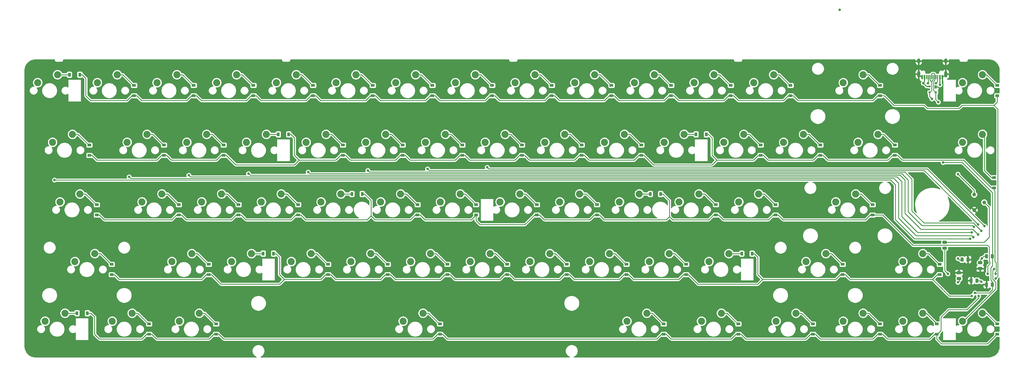
<source format=gbl>
G04 #@! TF.GenerationSoftware,KiCad,Pcbnew,(5.0.2)-1*
G04 #@! TF.CreationDate,2019-03-25T13:46:36+01:00*
G04 #@! TF.ProjectId,board_arm,626f6172-645f-4617-926d-2e6b69636164,rev?*
G04 #@! TF.SameCoordinates,Original*
G04 #@! TF.FileFunction,Copper,L2,Bot*
G04 #@! TF.FilePolarity,Positive*
%FSLAX46Y46*%
G04 Gerber Fmt 4.6, Leading zero omitted, Abs format (unit mm)*
G04 Created by KiCad (PCBNEW (5.0.2)-1) date 25/03/2019 13:46:36*
%MOMM*%
%LPD*%
G01*
G04 APERTURE LIST*
G04 #@! TA.AperFunction,ComponentPad*
%ADD10C,2.250000*%
G04 #@! TD*
G04 #@! TA.AperFunction,Conductor*
%ADD11C,0.100000*%
G04 #@! TD*
G04 #@! TA.AperFunction,SMDPad,CuDef*
%ADD12C,0.975000*%
G04 #@! TD*
G04 #@! TA.AperFunction,SMDPad,CuDef*
%ADD13R,0.700000X0.600000*%
G04 #@! TD*
G04 #@! TA.AperFunction,SMDPad,CuDef*
%ADD14R,0.700000X1.000000*%
G04 #@! TD*
G04 #@! TA.AperFunction,SMDPad,CuDef*
%ADD15R,0.900000X1.200000*%
G04 #@! TD*
G04 #@! TA.AperFunction,SMDPad,CuDef*
%ADD16R,1.200000X0.900000*%
G04 #@! TD*
G04 #@! TA.AperFunction,SMDPad,CuDef*
%ADD17R,0.600000X1.450000*%
G04 #@! TD*
G04 #@! TA.AperFunction,SMDPad,CuDef*
%ADD18R,0.300000X1.450000*%
G04 #@! TD*
G04 #@! TA.AperFunction,ComponentPad*
%ADD19O,1.000000X2.100000*%
G04 #@! TD*
G04 #@! TA.AperFunction,ComponentPad*
%ADD20O,1.000000X1.600000*%
G04 #@! TD*
G04 #@! TA.AperFunction,ComponentPad*
%ADD21C,1.200000*%
G04 #@! TD*
G04 #@! TA.AperFunction,ViaPad*
%ADD22C,0.800000*%
G04 #@! TD*
G04 #@! TA.AperFunction,Conductor*
%ADD23C,0.375000*%
G04 #@! TD*
G04 #@! TA.AperFunction,Conductor*
%ADD24C,0.250000*%
G04 #@! TD*
G04 #@! TA.AperFunction,Conductor*
%ADD25C,0.254000*%
G04 #@! TD*
G04 APERTURE END LIST*
D10*
G04 #@! TO.P,K_CTRL1,1*
G04 #@! TO.N,COL0*
X55721250Y-146685000D03*
G04 #@! TO.P,K_CTRL1,2*
G04 #@! TO.N,Net-(D57-Pad2)*
X62071250Y-144145000D03*
G04 #@! TD*
G04 #@! TO.P,K_SPACE1,2*
G04 #@! TO.N,Net-(D60-Pad2)*
X176371250Y-144145000D03*
G04 #@! TO.P,K_SPACE1,1*
G04 #@! TO.N,COL6*
X170021250Y-146685000D03*
G04 #@! TD*
G04 #@! TO.P,K_RIGHT1,1*
G04 #@! TO.N,COL15*
X348615000Y-146685000D03*
G04 #@! TO.P,K_RIGHT1,2*
G04 #@! TO.N,Net-(D66-Pad2)*
X354965000Y-144145000D03*
G04 #@! TD*
G04 #@! TO.P,K_DOWN1,2*
G04 #@! TO.N,Net-(D65-Pad2)*
X335915000Y-144145000D03*
G04 #@! TO.P,K_DOWN1,1*
G04 #@! TO.N,COL14*
X329565000Y-146685000D03*
G04 #@! TD*
G04 #@! TO.P,K_RALT1,1*
G04 #@! TO.N,COL10*
X241458750Y-146685000D03*
G04 #@! TO.P,K_RALT1,2*
G04 #@! TO.N,Net-(D61-Pad2)*
X247808750Y-144145000D03*
G04 #@! TD*
G04 #@! TO.P,K_RCTRL1,2*
G04 #@! TO.N,Net-(D63-Pad2)*
X295433750Y-144145000D03*
G04 #@! TO.P,K_RCTRL1,1*
G04 #@! TO.N,COL12*
X289083750Y-146685000D03*
G04 #@! TD*
G04 #@! TO.P,K_FN1,2*
G04 #@! TO.N,Net-(D62-Pad2)*
X271621250Y-144145000D03*
G04 #@! TO.P,K_FN1,1*
G04 #@! TO.N,COL11*
X265271250Y-146685000D03*
G04 #@! TD*
G04 #@! TO.P,K_RSHIFT1,2*
G04 #@! TO.N,Net-(D55-Pad2)*
X304958750Y-125095000D03*
G04 #@! TO.P,K_RSHIFT1,1*
G04 #@! TO.N,COL12*
X298608750Y-127635000D03*
G04 #@! TD*
G04 #@! TO.P,K_UP1,1*
G04 #@! TO.N,COL14*
X329565000Y-127635000D03*
G04 #@! TO.P,K_UP1,2*
G04 #@! TO.N,Net-(D56-Pad2)*
X335915000Y-125095000D03*
G04 #@! TD*
D11*
G04 #@! TO.N,+3V3*
G04 #@! TO.C,C2*
G36*
X347952142Y-132609674D02*
X347975803Y-132613184D01*
X347999007Y-132618996D01*
X348021529Y-132627054D01*
X348043153Y-132637282D01*
X348063670Y-132649579D01*
X348082883Y-132663829D01*
X348100607Y-132679893D01*
X348116671Y-132697617D01*
X348130921Y-132716830D01*
X348143218Y-132737347D01*
X348153446Y-132758971D01*
X348161504Y-132781493D01*
X348167316Y-132804697D01*
X348170826Y-132828358D01*
X348172000Y-132852250D01*
X348172000Y-133339750D01*
X348170826Y-133363642D01*
X348167316Y-133387303D01*
X348161504Y-133410507D01*
X348153446Y-133433029D01*
X348143218Y-133454653D01*
X348130921Y-133475170D01*
X348116671Y-133494383D01*
X348100607Y-133512107D01*
X348082883Y-133528171D01*
X348063670Y-133542421D01*
X348043153Y-133554718D01*
X348021529Y-133564946D01*
X347999007Y-133573004D01*
X347975803Y-133578816D01*
X347952142Y-133582326D01*
X347928250Y-133583500D01*
X347015750Y-133583500D01*
X346991858Y-133582326D01*
X346968197Y-133578816D01*
X346944993Y-133573004D01*
X346922471Y-133564946D01*
X346900847Y-133554718D01*
X346880330Y-133542421D01*
X346861117Y-133528171D01*
X346843393Y-133512107D01*
X346827329Y-133494383D01*
X346813079Y-133475170D01*
X346800782Y-133454653D01*
X346790554Y-133433029D01*
X346782496Y-133410507D01*
X346776684Y-133387303D01*
X346773174Y-133363642D01*
X346772000Y-133339750D01*
X346772000Y-132852250D01*
X346773174Y-132828358D01*
X346776684Y-132804697D01*
X346782496Y-132781493D01*
X346790554Y-132758971D01*
X346800782Y-132737347D01*
X346813079Y-132716830D01*
X346827329Y-132697617D01*
X346843393Y-132679893D01*
X346861117Y-132663829D01*
X346880330Y-132649579D01*
X346900847Y-132637282D01*
X346922471Y-132627054D01*
X346944993Y-132618996D01*
X346968197Y-132613184D01*
X346991858Y-132609674D01*
X347015750Y-132608500D01*
X347928250Y-132608500D01*
X347952142Y-132609674D01*
X347952142Y-132609674D01*
G37*
D12*
G04 #@! TD*
G04 #@! TO.P,C2,1*
G04 #@! TO.N,+3V3*
X347472000Y-133096000D03*
D11*
G04 #@! TO.N,GND*
G04 #@! TO.C,C2*
G36*
X347952142Y-130734674D02*
X347975803Y-130738184D01*
X347999007Y-130743996D01*
X348021529Y-130752054D01*
X348043153Y-130762282D01*
X348063670Y-130774579D01*
X348082883Y-130788829D01*
X348100607Y-130804893D01*
X348116671Y-130822617D01*
X348130921Y-130841830D01*
X348143218Y-130862347D01*
X348153446Y-130883971D01*
X348161504Y-130906493D01*
X348167316Y-130929697D01*
X348170826Y-130953358D01*
X348172000Y-130977250D01*
X348172000Y-131464750D01*
X348170826Y-131488642D01*
X348167316Y-131512303D01*
X348161504Y-131535507D01*
X348153446Y-131558029D01*
X348143218Y-131579653D01*
X348130921Y-131600170D01*
X348116671Y-131619383D01*
X348100607Y-131637107D01*
X348082883Y-131653171D01*
X348063670Y-131667421D01*
X348043153Y-131679718D01*
X348021529Y-131689946D01*
X347999007Y-131698004D01*
X347975803Y-131703816D01*
X347952142Y-131707326D01*
X347928250Y-131708500D01*
X347015750Y-131708500D01*
X346991858Y-131707326D01*
X346968197Y-131703816D01*
X346944993Y-131698004D01*
X346922471Y-131689946D01*
X346900847Y-131679718D01*
X346880330Y-131667421D01*
X346861117Y-131653171D01*
X346843393Y-131637107D01*
X346827329Y-131619383D01*
X346813079Y-131600170D01*
X346800782Y-131579653D01*
X346790554Y-131558029D01*
X346782496Y-131535507D01*
X346776684Y-131512303D01*
X346773174Y-131488642D01*
X346772000Y-131464750D01*
X346772000Y-130977250D01*
X346773174Y-130953358D01*
X346776684Y-130929697D01*
X346782496Y-130906493D01*
X346790554Y-130883971D01*
X346800782Y-130862347D01*
X346813079Y-130841830D01*
X346827329Y-130822617D01*
X346843393Y-130804893D01*
X346861117Y-130788829D01*
X346880330Y-130774579D01*
X346900847Y-130762282D01*
X346922471Y-130752054D01*
X346944993Y-130743996D01*
X346968197Y-130738184D01*
X346991858Y-130734674D01*
X347015750Y-130733500D01*
X347928250Y-130733500D01*
X347952142Y-130734674D01*
X347952142Y-130734674D01*
G37*
D12*
G04 #@! TD*
G04 #@! TO.P,C2,2*
G04 #@! TO.N,GND*
X347472000Y-131221000D03*
D13*
G04 #@! TO.P,U2,3*
G04 #@! TO.N,D-*
X338088800Y-73584000D03*
G04 #@! TO.P,U2,2*
G04 #@! TO.N,D+*
X340088800Y-73584000D03*
G04 #@! TO.P,U2,4*
G04 #@! TO.N,+5V*
X338088800Y-71684000D03*
D14*
G04 #@! TO.P,U2,1*
G04 #@! TO.N,GND*
X340088800Y-71884000D03*
G04 #@! TD*
D10*
G04 #@! TO.P,K_DELETE1,2*
G04 #@! TO.N,Net-(D30-Pad2)*
X354965000Y-86995000D03*
G04 #@! TO.P,K_DELETE1,1*
G04 #@! TO.N,COL15*
X348615000Y-89535000D03*
G04 #@! TD*
G04 #@! TO.P,K_INSERT1,2*
G04 #@! TO.N,Net-(D15-Pad2)*
X354965000Y-67945000D03*
G04 #@! TO.P,K_INSERT1,1*
G04 #@! TO.N,COL15*
X348615000Y-70485000D03*
G04 #@! TD*
G04 #@! TO.P,K_\005C1,2*
G04 #@! TO.N,Net-(D29-Pad2)*
X321627500Y-86995000D03*
G04 #@! TO.P,K_\005C1,1*
G04 #@! TO.N,COL13*
X315277500Y-89535000D03*
G04 #@! TD*
D15*
G04 #@! TO.P,D1,1*
G04 #@! TO.N,ROW0*
X66800000Y-67945000D03*
G04 #@! TO.P,D1,2*
G04 #@! TO.N,Net-(D1-Pad2)*
X63500000Y-67945000D03*
G04 #@! TD*
D16*
G04 #@! TO.P,D2,2*
G04 #@! TO.N,Net-(D2-Pad2)*
X84137500Y-71375000D03*
G04 #@! TO.P,D2,1*
G04 #@! TO.N,ROW0*
X84137500Y-74675000D03*
G04 #@! TD*
G04 #@! TO.P,D3,1*
G04 #@! TO.N,ROW0*
X103187500Y-74675000D03*
G04 #@! TO.P,D3,2*
G04 #@! TO.N,Net-(D3-Pad2)*
X103187500Y-71375000D03*
G04 #@! TD*
G04 #@! TO.P,D4,2*
G04 #@! TO.N,Net-(D4-Pad2)*
X122237500Y-71375000D03*
G04 #@! TO.P,D4,1*
G04 #@! TO.N,ROW0*
X122237500Y-74675000D03*
G04 #@! TD*
G04 #@! TO.P,D5,1*
G04 #@! TO.N,ROW0*
X141287500Y-74675000D03*
G04 #@! TO.P,D5,2*
G04 #@! TO.N,Net-(D5-Pad2)*
X141287500Y-71375000D03*
G04 #@! TD*
G04 #@! TO.P,D6,2*
G04 #@! TO.N,Net-(D6-Pad2)*
X160337500Y-71375000D03*
G04 #@! TO.P,D6,1*
G04 #@! TO.N,ROW0*
X160337500Y-74675000D03*
G04 #@! TD*
G04 #@! TO.P,D7,1*
G04 #@! TO.N,ROW0*
X179387500Y-74675000D03*
G04 #@! TO.P,D7,2*
G04 #@! TO.N,Net-(D7-Pad2)*
X179387500Y-71375000D03*
G04 #@! TD*
G04 #@! TO.P,D8,2*
G04 #@! TO.N,Net-(D8-Pad2)*
X198437500Y-71375000D03*
G04 #@! TO.P,D8,1*
G04 #@! TO.N,ROW0*
X198437500Y-74675000D03*
G04 #@! TD*
G04 #@! TO.P,D9,1*
G04 #@! TO.N,ROW0*
X217487500Y-74675000D03*
G04 #@! TO.P,D9,2*
G04 #@! TO.N,Net-(D9-Pad2)*
X217487500Y-71375000D03*
G04 #@! TD*
G04 #@! TO.P,D10,2*
G04 #@! TO.N,Net-(D10-Pad2)*
X236537500Y-71375000D03*
G04 #@! TO.P,D10,1*
G04 #@! TO.N,ROW0*
X236537500Y-74675000D03*
G04 #@! TD*
G04 #@! TO.P,D11,2*
G04 #@! TO.N,Net-(D11-Pad2)*
X255587500Y-71375000D03*
G04 #@! TO.P,D11,1*
G04 #@! TO.N,ROW0*
X255587500Y-74675000D03*
G04 #@! TD*
G04 #@! TO.P,D12,2*
G04 #@! TO.N,Net-(D12-Pad2)*
X274637500Y-71375000D03*
G04 #@! TO.P,D12,1*
G04 #@! TO.N,ROW0*
X274637500Y-74675000D03*
G04 #@! TD*
G04 #@! TO.P,D13,1*
G04 #@! TO.N,ROW0*
X293687500Y-74675000D03*
G04 #@! TO.P,D13,2*
G04 #@! TO.N,Net-(D13-Pad2)*
X293687500Y-71375000D03*
G04 #@! TD*
G04 #@! TO.P,D14,2*
G04 #@! TO.N,Net-(D14-Pad2)*
X322262500Y-71375000D03*
G04 #@! TO.P,D14,1*
G04 #@! TO.N,ROW0*
X322262500Y-74675000D03*
G04 #@! TD*
G04 #@! TO.P,D15,1*
G04 #@! TO.N,ROW0*
X359664000Y-74675000D03*
G04 #@! TO.P,D15,2*
G04 #@! TO.N,Net-(D15-Pad2)*
X359664000Y-71375000D03*
G04 #@! TD*
G04 #@! TO.P,D16,1*
G04 #@! TO.N,ROW1*
X69850000Y-93725000D03*
G04 #@! TO.P,D16,2*
G04 #@! TO.N,Net-(D16-Pad2)*
X69850000Y-90425000D03*
G04 #@! TD*
G04 #@! TO.P,D17,2*
G04 #@! TO.N,Net-(D17-Pad2)*
X93662500Y-90425000D03*
G04 #@! TO.P,D17,1*
G04 #@! TO.N,ROW1*
X93662500Y-93725000D03*
G04 #@! TD*
G04 #@! TO.P,D18,1*
G04 #@! TO.N,ROW1*
X112712500Y-93725000D03*
G04 #@! TO.P,D18,2*
G04 #@! TO.N,Net-(D18-Pad2)*
X112712500Y-90425000D03*
G04 #@! TD*
D15*
G04 #@! TO.P,D19,2*
G04 #@! TO.N,Net-(D19-Pad2)*
X130176000Y-86995000D03*
G04 #@! TO.P,D19,1*
G04 #@! TO.N,ROW1*
X133476000Y-86995000D03*
G04 #@! TD*
D16*
G04 #@! TO.P,D20,1*
G04 #@! TO.N,ROW1*
X150812500Y-93725000D03*
G04 #@! TO.P,D20,2*
G04 #@! TO.N,Net-(D20-Pad2)*
X150812500Y-90425000D03*
G04 #@! TD*
G04 #@! TO.P,D21,2*
G04 #@! TO.N,Net-(D21-Pad2)*
X169862500Y-90425000D03*
G04 #@! TO.P,D21,1*
G04 #@! TO.N,ROW1*
X169862500Y-93725000D03*
G04 #@! TD*
G04 #@! TO.P,D22,1*
G04 #@! TO.N,ROW1*
X188912500Y-93725000D03*
G04 #@! TO.P,D22,2*
G04 #@! TO.N,Net-(D22-Pad2)*
X188912500Y-90425000D03*
G04 #@! TD*
G04 #@! TO.P,D23,2*
G04 #@! TO.N,Net-(D23-Pad2)*
X207962500Y-90425000D03*
G04 #@! TO.P,D23,1*
G04 #@! TO.N,ROW1*
X207962500Y-93725000D03*
G04 #@! TD*
G04 #@! TO.P,D24,2*
G04 #@! TO.N,Net-(D24-Pad2)*
X227012500Y-90425000D03*
G04 #@! TO.P,D24,1*
G04 #@! TO.N,ROW1*
X227012500Y-93725000D03*
G04 #@! TD*
G04 #@! TO.P,D25,1*
G04 #@! TO.N,ROW1*
X246062500Y-93725000D03*
G04 #@! TO.P,D25,2*
G04 #@! TO.N,Net-(D25-Pad2)*
X246062500Y-90425000D03*
G04 #@! TD*
D15*
G04 #@! TO.P,D26,2*
G04 #@! TO.N,Net-(D26-Pad2)*
X263526000Y-86995000D03*
G04 #@! TO.P,D26,1*
G04 #@! TO.N,ROW1*
X266826000Y-86995000D03*
G04 #@! TD*
D16*
G04 #@! TO.P,D27,1*
G04 #@! TO.N,ROW1*
X284162500Y-93725000D03*
G04 #@! TO.P,D27,2*
G04 #@! TO.N,Net-(D27-Pad2)*
X284162500Y-90425000D03*
G04 #@! TD*
G04 #@! TO.P,D28,2*
G04 #@! TO.N,Net-(D28-Pad2)*
X303212500Y-90425000D03*
G04 #@! TO.P,D28,1*
G04 #@! TO.N,ROW1*
X303212500Y-93725000D03*
G04 #@! TD*
G04 #@! TO.P,D29,1*
G04 #@! TO.N,ROW1*
X327025000Y-93725000D03*
G04 #@! TO.P,D29,2*
G04 #@! TO.N,Net-(D29-Pad2)*
X327025000Y-90425000D03*
G04 #@! TD*
G04 #@! TO.P,D30,1*
G04 #@! TO.N,ROW1*
X358648000Y-104140000D03*
G04 #@! TO.P,D30,2*
G04 #@! TO.N,Net-(D30-Pad2)*
X358648000Y-100840000D03*
G04 #@! TD*
G04 #@! TO.P,D31,2*
G04 #@! TO.N,Net-(D31-Pad2)*
X72231250Y-109475000D03*
G04 #@! TO.P,D31,1*
G04 #@! TO.N,ROW2*
X72231250Y-112775000D03*
G04 #@! TD*
G04 #@! TO.P,D32,1*
G04 #@! TO.N,ROW2*
X98425000Y-112775000D03*
G04 #@! TO.P,D32,2*
G04 #@! TO.N,Net-(D32-Pad2)*
X98425000Y-109475000D03*
G04 #@! TD*
G04 #@! TO.P,D33,1*
G04 #@! TO.N,ROW2*
X117475000Y-112775000D03*
G04 #@! TO.P,D33,2*
G04 #@! TO.N,Net-(D33-Pad2)*
X117475000Y-109475000D03*
G04 #@! TD*
G04 #@! TO.P,D34,2*
G04 #@! TO.N,Net-(D34-Pad2)*
X136525000Y-109475000D03*
G04 #@! TO.P,D34,1*
G04 #@! TO.N,ROW2*
X136525000Y-112775000D03*
G04 #@! TD*
D15*
G04 #@! TO.P,D35,2*
G04 #@! TO.N,Net-(D35-Pad2)*
X153671000Y-106045000D03*
G04 #@! TO.P,D35,1*
G04 #@! TO.N,ROW2*
X156971000Y-106045000D03*
G04 #@! TD*
D16*
G04 #@! TO.P,D36,1*
G04 #@! TO.N,ROW2*
X174625000Y-112775000D03*
G04 #@! TO.P,D36,2*
G04 #@! TO.N,Net-(D36-Pad2)*
X174625000Y-109475000D03*
G04 #@! TD*
G04 #@! TO.P,D37,2*
G04 #@! TO.N,Net-(D37-Pad2)*
X193294000Y-109475000D03*
G04 #@! TO.P,D37,1*
G04 #@! TO.N,ROW2*
X193294000Y-112775000D03*
G04 #@! TD*
G04 #@! TO.P,D38,1*
G04 #@! TO.N,ROW2*
X212725000Y-112775000D03*
G04 #@! TO.P,D38,2*
G04 #@! TO.N,Net-(D38-Pad2)*
X212725000Y-109475000D03*
G04 #@! TD*
G04 #@! TO.P,D39,2*
G04 #@! TO.N,Net-(D39-Pad2)*
X231902000Y-109475000D03*
G04 #@! TO.P,D39,1*
G04 #@! TO.N,ROW2*
X231902000Y-112775000D03*
G04 #@! TD*
D15*
G04 #@! TO.P,D40,1*
G04 #@! TO.N,ROW2*
X252221000Y-106045000D03*
G04 #@! TO.P,D40,2*
G04 #@! TO.N,Net-(D40-Pad2)*
X248921000Y-106045000D03*
G04 #@! TD*
D16*
G04 #@! TO.P,D41,2*
G04 #@! TO.N,Net-(D41-Pad2)*
X269875000Y-109475000D03*
G04 #@! TO.P,D41,1*
G04 #@! TO.N,ROW2*
X269875000Y-112775000D03*
G04 #@! TD*
G04 #@! TO.P,D42,1*
G04 #@! TO.N,ROW2*
X288925000Y-112775000D03*
G04 #@! TO.P,D42,2*
G04 #@! TO.N,Net-(D42-Pad2)*
X288925000Y-109475000D03*
G04 #@! TD*
G04 #@! TO.P,D43,2*
G04 #@! TO.N,Net-(D43-Pad2)*
X319881250Y-109475000D03*
G04 #@! TO.P,D43,1*
G04 #@! TO.N,ROW2*
X319881250Y-112775000D03*
G04 #@! TD*
G04 #@! TO.P,D44,1*
G04 #@! TO.N,ROW3*
X76993750Y-131825000D03*
G04 #@! TO.P,D44,2*
G04 #@! TO.N,Net-(D44-Pad2)*
X76993750Y-128525000D03*
G04 #@! TD*
G04 #@! TO.P,D45,1*
G04 #@! TO.N,ROW3*
X107950000Y-131825000D03*
G04 #@! TO.P,D45,2*
G04 #@! TO.N,Net-(D45-Pad2)*
X107950000Y-128525000D03*
G04 #@! TD*
D15*
G04 #@! TO.P,D46,1*
G04 #@! TO.N,ROW3*
X128650000Y-125095000D03*
G04 #@! TO.P,D46,2*
G04 #@! TO.N,Net-(D46-Pad2)*
X125350000Y-125095000D03*
G04 #@! TD*
D16*
G04 #@! TO.P,D47,1*
G04 #@! TO.N,ROW3*
X146050000Y-131825000D03*
G04 #@! TO.P,D47,2*
G04 #@! TO.N,Net-(D47-Pad2)*
X146050000Y-128525000D03*
G04 #@! TD*
G04 #@! TO.P,D48,1*
G04 #@! TO.N,ROW3*
X165100000Y-131825000D03*
G04 #@! TO.P,D48,2*
G04 #@! TO.N,Net-(D48-Pad2)*
X165100000Y-128525000D03*
G04 #@! TD*
G04 #@! TO.P,D49,2*
G04 #@! TO.N,Net-(D49-Pad2)*
X184150000Y-128525000D03*
G04 #@! TO.P,D49,1*
G04 #@! TO.N,ROW3*
X184150000Y-131825000D03*
G04 #@! TD*
G04 #@! TO.P,D50,2*
G04 #@! TO.N,Net-(D50-Pad2)*
X203200000Y-128525000D03*
G04 #@! TO.P,D50,1*
G04 #@! TO.N,ROW3*
X203200000Y-131825000D03*
G04 #@! TD*
G04 #@! TO.P,D51,1*
G04 #@! TO.N,ROW3*
X222250000Y-131825000D03*
G04 #@! TO.P,D51,2*
G04 #@! TO.N,Net-(D51-Pad2)*
X222250000Y-128525000D03*
G04 #@! TD*
G04 #@! TO.P,D52,2*
G04 #@! TO.N,Net-(D52-Pad2)*
X241300000Y-128525000D03*
G04 #@! TO.P,D52,1*
G04 #@! TO.N,ROW3*
X241300000Y-131825000D03*
G04 #@! TD*
G04 #@! TO.P,D53,1*
G04 #@! TO.N,ROW3*
X260350000Y-131825000D03*
G04 #@! TO.P,D53,2*
G04 #@! TO.N,Net-(D53-Pad2)*
X260350000Y-128525000D03*
G04 #@! TD*
D15*
G04 #@! TO.P,D54,2*
G04 #@! TO.N,Net-(D54-Pad2)*
X278131000Y-125095000D03*
G04 #@! TO.P,D54,1*
G04 #@! TO.N,ROW3*
X281431000Y-125095000D03*
G04 #@! TD*
D16*
G04 #@! TO.P,D55,1*
G04 #@! TO.N,ROW3*
X310356250Y-131825000D03*
G04 #@! TO.P,D55,2*
G04 #@! TO.N,Net-(D55-Pad2)*
X310356250Y-128525000D03*
G04 #@! TD*
G04 #@! TO.P,D56,2*
G04 #@! TO.N,Net-(D56-Pad2)*
X341312500Y-128525000D03*
G04 #@! TO.P,D56,1*
G04 #@! TO.N,ROW3*
X341312500Y-131825000D03*
G04 #@! TD*
D15*
G04 #@! TO.P,D57,2*
G04 #@! TO.N,Net-(D57-Pad2)*
X65914000Y-144145000D03*
G04 #@! TO.P,D57,1*
G04 #@! TO.N,ROW4*
X69214000Y-144145000D03*
G04 #@! TD*
D16*
G04 #@! TO.P,D58,1*
G04 #@! TO.N,ROW4*
X88900000Y-150875000D03*
G04 #@! TO.P,D58,2*
G04 #@! TO.N,Net-(D58-Pad2)*
X88900000Y-147575000D03*
G04 #@! TD*
G04 #@! TO.P,D59,2*
G04 #@! TO.N,Net-(D59-Pad2)*
X110331250Y-147575000D03*
G04 #@! TO.P,D59,1*
G04 #@! TO.N,ROW4*
X110331250Y-150875000D03*
G04 #@! TD*
G04 #@! TO.P,D60,2*
G04 #@! TO.N,Net-(D60-Pad2)*
X181768750Y-147575000D03*
G04 #@! TO.P,D60,1*
G04 #@! TO.N,ROW4*
X181768750Y-150875000D03*
G04 #@! TD*
G04 #@! TO.P,D61,1*
G04 #@! TO.N,ROW4*
X253206250Y-150875000D03*
G04 #@! TO.P,D61,2*
G04 #@! TO.N,Net-(D61-Pad2)*
X253206250Y-147575000D03*
G04 #@! TD*
G04 #@! TO.P,D62,2*
G04 #@! TO.N,Net-(D62-Pad2)*
X277018750Y-147575000D03*
G04 #@! TO.P,D62,1*
G04 #@! TO.N,ROW4*
X277018750Y-150875000D03*
G04 #@! TD*
G04 #@! TO.P,D63,1*
G04 #@! TO.N,ROW4*
X300831250Y-150875000D03*
G04 #@! TO.P,D63,2*
G04 #@! TO.N,Net-(D63-Pad2)*
X300831250Y-147575000D03*
G04 #@! TD*
G04 #@! TO.P,D64,1*
G04 #@! TO.N,ROW4*
X322262500Y-150875000D03*
G04 #@! TO.P,D64,2*
G04 #@! TO.N,Net-(D64-Pad2)*
X322262500Y-147575000D03*
G04 #@! TD*
G04 #@! TO.P,D65,2*
G04 #@! TO.N,Net-(D65-Pad2)*
X340423500Y-147575000D03*
G04 #@! TO.P,D65,1*
G04 #@! TO.N,ROW4*
X340423500Y-150875000D03*
G04 #@! TD*
G04 #@! TO.P,D66,2*
G04 #@! TO.N,Net-(D66-Pad2)*
X359664000Y-147575000D03*
G04 #@! TO.P,D66,1*
G04 #@! TO.N,ROW4*
X359664000Y-150875000D03*
G04 #@! TD*
D10*
G04 #@! TO.P,K_.1,2*
G04 #@! TO.N,Net-(D53-Pad2)*
X254952500Y-125095000D03*
G04 #@! TO.P,K_.1,1*
G04 #@! TO.N,COL10*
X248602500Y-127635000D03*
G04 #@! TD*
G04 #@! TO.P,K_\002C1,2*
G04 #@! TO.N,Net-(D52-Pad2)*
X235902500Y-125095000D03*
G04 #@! TO.P,K_\002C1,1*
G04 #@! TO.N,COL9*
X229552500Y-127635000D03*
G04 #@! TD*
G04 #@! TO.P,K_#1,1*
G04 #@! TO.N,COL1*
X72390000Y-70485000D03*
G04 #@! TO.P,K_#1,2*
G04 #@! TO.N,Net-(D2-Pad2)*
X78740000Y-67945000D03*
G04 #@! TD*
G04 #@! TO.P,K_#2,2*
G04 #@! TO.N,Net-(D3-Pad2)*
X97790000Y-67945000D03*
G04 #@! TO.P,K_#2,1*
G04 #@! TO.N,COL2*
X91440000Y-70485000D03*
G04 #@! TD*
G04 #@! TO.P,K_#3,2*
G04 #@! TO.N,Net-(D4-Pad2)*
X116840000Y-67945000D03*
G04 #@! TO.P,K_#3,1*
G04 #@! TO.N,COL3*
X110490000Y-70485000D03*
G04 #@! TD*
G04 #@! TO.P,K_#4,1*
G04 #@! TO.N,COL4*
X129540000Y-70485000D03*
G04 #@! TO.P,K_#4,2*
G04 #@! TO.N,Net-(D5-Pad2)*
X135890000Y-67945000D03*
G04 #@! TD*
G04 #@! TO.P,K_#5,1*
G04 #@! TO.N,COL5*
X148590000Y-70485000D03*
G04 #@! TO.P,K_#5,2*
G04 #@! TO.N,Net-(D6-Pad2)*
X154940000Y-67945000D03*
G04 #@! TD*
G04 #@! TO.P,K_#6,1*
G04 #@! TO.N,COL6*
X167640000Y-70485000D03*
G04 #@! TO.P,K_#6,2*
G04 #@! TO.N,Net-(D7-Pad2)*
X173990000Y-67945000D03*
G04 #@! TD*
G04 #@! TO.P,K_#7,1*
G04 #@! TO.N,COL7*
X186690000Y-70485000D03*
G04 #@! TO.P,K_#7,2*
G04 #@! TO.N,Net-(D8-Pad2)*
X193040000Y-67945000D03*
G04 #@! TD*
G04 #@! TO.P,K_#8,2*
G04 #@! TO.N,Net-(D9-Pad2)*
X212090000Y-67945000D03*
G04 #@! TO.P,K_#8,1*
G04 #@! TO.N,COL8*
X205740000Y-70485000D03*
G04 #@! TD*
G04 #@! TO.P,K_#9,2*
G04 #@! TO.N,Net-(D10-Pad2)*
X231140000Y-67945000D03*
G04 #@! TO.P,K_#9,1*
G04 #@! TO.N,COL9*
X224790000Y-70485000D03*
G04 #@! TD*
G04 #@! TO.P,K_#10,2*
G04 #@! TO.N,Net-(D11-Pad2)*
X250190000Y-67945000D03*
G04 #@! TO.P,K_#10,1*
G04 #@! TO.N,COL10*
X243840000Y-70485000D03*
G04 #@! TD*
G04 #@! TO.P,K_'1,2*
G04 #@! TO.N,Net-(D42-Pad2)*
X283527500Y-106045000D03*
G04 #@! TO.P,K_'1,1*
G04 #@! TO.N,COL11*
X277177500Y-108585000D03*
G04 #@! TD*
G04 #@! TO.P,K_-1,2*
G04 #@! TO.N,Net-(D12-Pad2)*
X269240000Y-67945000D03*
G04 #@! TO.P,K_-1,1*
G04 #@! TO.N,COL11*
X262890000Y-70485000D03*
G04 #@! TD*
G04 #@! TO.P,K_/1,1*
G04 #@! TO.N,COL11*
X267652500Y-127635000D03*
G04 #@! TO.P,K_/1,2*
G04 #@! TO.N,Net-(D54-Pad2)*
X274002500Y-125095000D03*
G04 #@! TD*
G04 #@! TO.P,K_;1,1*
G04 #@! TO.N,COL10*
X258127500Y-108585000D03*
G04 #@! TO.P,K_;1,2*
G04 #@! TO.N,Net-(D41-Pad2)*
X264477500Y-106045000D03*
G04 #@! TD*
G04 #@! TO.P,K_=1,2*
G04 #@! TO.N,Net-(D13-Pad2)*
X288290000Y-67945000D03*
G04 #@! TO.P,K_=1,1*
G04 #@! TO.N,COL12*
X281940000Y-70485000D03*
G04 #@! TD*
G04 #@! TO.P,K_[1,1*
G04 #@! TO.N,COL11*
X272415000Y-89535000D03*
G04 #@! TO.P,K_[1,2*
G04 #@! TO.N,Net-(D27-Pad2)*
X278765000Y-86995000D03*
G04 #@! TD*
G04 #@! TO.P,K_]1,2*
G04 #@! TO.N,Net-(D28-Pad2)*
X297815000Y-86995000D03*
G04 #@! TO.P,K_]1,1*
G04 #@! TO.N,COL12*
X291465000Y-89535000D03*
G04 #@! TD*
G04 #@! TO.P,K_A1,1*
G04 #@! TO.N,COL1*
X86677500Y-108585000D03*
G04 #@! TO.P,K_A1,2*
G04 #@! TO.N,Net-(D32-Pad2)*
X93027500Y-106045000D03*
G04 #@! TD*
G04 #@! TO.P,K_ALT1,1*
G04 #@! TO.N,COL2*
X98583750Y-146685000D03*
G04 #@! TO.P,K_ALT1,2*
G04 #@! TO.N,Net-(D59-Pad2)*
X104933750Y-144145000D03*
G04 #@! TD*
G04 #@! TO.P,K_B1,1*
G04 #@! TO.N,COL6*
X172402500Y-127635000D03*
G04 #@! TO.P,K_B1,2*
G04 #@! TO.N,Net-(D49-Pad2)*
X178752500Y-125095000D03*
G04 #@! TD*
G04 #@! TO.P,K_BACK1,1*
G04 #@! TO.N,COL13*
X310515000Y-70485000D03*
G04 #@! TO.P,K_BACK1,2*
G04 #@! TO.N,Net-(D14-Pad2)*
X316865000Y-67945000D03*
G04 #@! TD*
G04 #@! TO.P,K_CAPS1,1*
G04 #@! TO.N,COL0*
X60483750Y-108585000D03*
G04 #@! TO.P,K_CAPS1,2*
G04 #@! TO.N,Net-(D31-Pad2)*
X66833750Y-106045000D03*
G04 #@! TD*
G04 #@! TO.P,K_D1,2*
G04 #@! TO.N,Net-(D34-Pad2)*
X131127500Y-106045000D03*
G04 #@! TO.P,K_D1,1*
G04 #@! TO.N,COL3*
X124777500Y-108585000D03*
G04 #@! TD*
G04 #@! TO.P,K_E1,2*
G04 #@! TO.N,Net-(D19-Pad2)*
X126365000Y-86995000D03*
G04 #@! TO.P,K_E1,1*
G04 #@! TO.N,COL3*
X120015000Y-89535000D03*
G04 #@! TD*
G04 #@! TO.P,K_ENTER1,1*
G04 #@! TO.N,COL13*
X308133750Y-108585000D03*
G04 #@! TO.P,K_ENTER1,2*
G04 #@! TO.N,Net-(D43-Pad2)*
X314483750Y-106045000D03*
G04 #@! TD*
G04 #@! TO.P,K_ESC1,2*
G04 #@! TO.N,Net-(D1-Pad2)*
X59690000Y-67945000D03*
G04 #@! TO.P,K_ESC1,1*
G04 #@! TO.N,COL0*
X53340000Y-70485000D03*
G04 #@! TD*
G04 #@! TO.P,K_F1,1*
G04 #@! TO.N,COL4*
X143827500Y-108585000D03*
G04 #@! TO.P,K_F1,2*
G04 #@! TO.N,Net-(D35-Pad2)*
X150177500Y-106045000D03*
G04 #@! TD*
G04 #@! TO.P,K_G1,1*
G04 #@! TO.N,COL5*
X162877500Y-108585000D03*
G04 #@! TO.P,K_G1,2*
G04 #@! TO.N,Net-(D36-Pad2)*
X169227500Y-106045000D03*
G04 #@! TD*
G04 #@! TO.P,K_H1,2*
G04 #@! TO.N,Net-(D37-Pad2)*
X188277500Y-106045000D03*
G04 #@! TO.P,K_H1,1*
G04 #@! TO.N,COL6*
X181927500Y-108585000D03*
G04 #@! TD*
G04 #@! TO.P,K_I1,2*
G04 #@! TO.N,Net-(D24-Pad2)*
X221615000Y-86995000D03*
G04 #@! TO.P,K_I1,1*
G04 #@! TO.N,COL8*
X215265000Y-89535000D03*
G04 #@! TD*
G04 #@! TO.P,K_J1,1*
G04 #@! TO.N,COL7*
X200977500Y-108585000D03*
G04 #@! TO.P,K_J1,2*
G04 #@! TO.N,Net-(D38-Pad2)*
X207327500Y-106045000D03*
G04 #@! TD*
G04 #@! TO.P,K_K1,2*
G04 #@! TO.N,Net-(D39-Pad2)*
X226377500Y-106045000D03*
G04 #@! TO.P,K_K1,1*
G04 #@! TO.N,COL8*
X220027500Y-108585000D03*
G04 #@! TD*
G04 #@! TO.P,K_L1,2*
G04 #@! TO.N,Net-(D40-Pad2)*
X245427500Y-106045000D03*
G04 #@! TO.P,K_L1,1*
G04 #@! TO.N,COL9*
X239077500Y-108585000D03*
G04 #@! TD*
G04 #@! TO.P,K_LEFT1,1*
G04 #@! TO.N,COL13*
X310515000Y-146685000D03*
G04 #@! TO.P,K_LEFT1,2*
G04 #@! TO.N,Net-(D64-Pad2)*
X316865000Y-144145000D03*
G04 #@! TD*
G04 #@! TO.P,K_M1,2*
G04 #@! TO.N,Net-(D51-Pad2)*
X216852500Y-125095000D03*
G04 #@! TO.P,K_M1,1*
G04 #@! TO.N,COL8*
X210502500Y-127635000D03*
G04 #@! TD*
G04 #@! TO.P,K_N1,1*
G04 #@! TO.N,COL7*
X191452500Y-127635000D03*
G04 #@! TO.P,K_N1,2*
G04 #@! TO.N,Net-(D50-Pad2)*
X197802500Y-125095000D03*
G04 #@! TD*
G04 #@! TO.P,K_O1,1*
G04 #@! TO.N,COL9*
X234315000Y-89535000D03*
G04 #@! TO.P,K_O1,2*
G04 #@! TO.N,Net-(D25-Pad2)*
X240665000Y-86995000D03*
G04 #@! TD*
G04 #@! TO.P,K_P1,2*
G04 #@! TO.N,Net-(D26-Pad2)*
X259715000Y-86995000D03*
G04 #@! TO.P,K_P1,1*
G04 #@! TO.N,COL10*
X253365000Y-89535000D03*
G04 #@! TD*
G04 #@! TO.P,K_Q1,2*
G04 #@! TO.N,Net-(D17-Pad2)*
X88265000Y-86995000D03*
G04 #@! TO.P,K_Q1,1*
G04 #@! TO.N,COL1*
X81915000Y-89535000D03*
G04 #@! TD*
G04 #@! TO.P,K_R1,1*
G04 #@! TO.N,COL4*
X139065000Y-89535000D03*
G04 #@! TO.P,K_R1,2*
G04 #@! TO.N,Net-(D20-Pad2)*
X145415000Y-86995000D03*
G04 #@! TD*
G04 #@! TO.P,K_S1,2*
G04 #@! TO.N,Net-(D33-Pad2)*
X112077500Y-106045000D03*
G04 #@! TO.P,K_S1,1*
G04 #@! TO.N,COL2*
X105727500Y-108585000D03*
G04 #@! TD*
G04 #@! TO.P,K_SHIFT1,2*
G04 #@! TO.N,Net-(D44-Pad2)*
X71596250Y-125095000D03*
G04 #@! TO.P,K_SHIFT1,1*
G04 #@! TO.N,COL0*
X65246250Y-127635000D03*
G04 #@! TD*
G04 #@! TO.P,K_T1,1*
G04 #@! TO.N,COL5*
X158115000Y-89535000D03*
G04 #@! TO.P,K_T1,2*
G04 #@! TO.N,Net-(D21-Pad2)*
X164465000Y-86995000D03*
G04 #@! TD*
G04 #@! TO.P,K_TAB1,1*
G04 #@! TO.N,COL0*
X58102500Y-89535000D03*
G04 #@! TO.P,K_TAB1,2*
G04 #@! TO.N,Net-(D16-Pad2)*
X64452500Y-86995000D03*
G04 #@! TD*
G04 #@! TO.P,K_U1,2*
G04 #@! TO.N,Net-(D23-Pad2)*
X202565000Y-86995000D03*
G04 #@! TO.P,K_U1,1*
G04 #@! TO.N,COL7*
X196215000Y-89535000D03*
G04 #@! TD*
G04 #@! TO.P,K_V1,1*
G04 #@! TO.N,COL5*
X153352500Y-127635000D03*
G04 #@! TO.P,K_V1,2*
G04 #@! TO.N,Net-(D48-Pad2)*
X159702500Y-125095000D03*
G04 #@! TD*
G04 #@! TO.P,K_W1,1*
G04 #@! TO.N,COL2*
X100965000Y-89535000D03*
G04 #@! TO.P,K_W1,2*
G04 #@! TO.N,Net-(D18-Pad2)*
X107315000Y-86995000D03*
G04 #@! TD*
G04 #@! TO.P,K_WIN1,1*
G04 #@! TO.N,COL1*
X77152500Y-146685000D03*
G04 #@! TO.P,K_WIN1,2*
G04 #@! TO.N,Net-(D58-Pad2)*
X83502500Y-144145000D03*
G04 #@! TD*
G04 #@! TO.P,K_X1,2*
G04 #@! TO.N,Net-(D46-Pad2)*
X121602500Y-125095000D03*
G04 #@! TO.P,K_X1,1*
G04 #@! TO.N,COL3*
X115252500Y-127635000D03*
G04 #@! TD*
G04 #@! TO.P,K_Y1,1*
G04 #@! TO.N,COL6*
X177165000Y-89535000D03*
G04 #@! TO.P,K_Y1,2*
G04 #@! TO.N,Net-(D22-Pad2)*
X183515000Y-86995000D03*
G04 #@! TD*
G04 #@! TO.P,K_Z1,2*
G04 #@! TO.N,Net-(D45-Pad2)*
X102552500Y-125095000D03*
G04 #@! TO.P,K_Z1,1*
G04 #@! TO.N,COL2*
X96202500Y-127635000D03*
G04 #@! TD*
D17*
G04 #@! TO.P,USB1,12*
G04 #@! TO.N,GND*
X342150000Y-68701800D03*
G04 #@! TO.P,USB1,1*
X335700000Y-68701800D03*
G04 #@! TO.P,USB1,11*
G04 #@! TO.N,+5V*
X341375000Y-68701800D03*
G04 #@! TO.P,USB1,2*
X336475000Y-68701800D03*
D18*
G04 #@! TO.P,USB1,3*
G04 #@! TO.N,Net-(USB1-Pad3)*
X337175000Y-68701800D03*
G04 #@! TO.P,USB1,10*
G04 #@! TO.N,Net-(R5-Pad2)*
X340675000Y-68701800D03*
G04 #@! TO.P,USB1,4*
G04 #@! TO.N,Net-(R4-Pad2)*
X337675000Y-68701800D03*
G04 #@! TO.P,USB1,9*
G04 #@! TO.N,Net-(USB1-Pad9)*
X340175000Y-68701800D03*
G04 #@! TO.P,USB1,5*
G04 #@! TO.N,D-*
X338175000Y-68701800D03*
G04 #@! TO.P,USB1,8*
G04 #@! TO.N,D+*
X339675000Y-68701800D03*
G04 #@! TO.P,USB1,7*
G04 #@! TO.N,D-*
X339175000Y-68701800D03*
G04 #@! TO.P,USB1,6*
G04 #@! TO.N,D+*
X338675000Y-68701800D03*
D19*
G04 #@! TO.P,USB1,13*
G04 #@! TO.N,GND*
X334605000Y-67786800D03*
X343245000Y-67786800D03*
D20*
X334605000Y-63606800D03*
X343245000Y-63606800D03*
G04 #@! TD*
D11*
G04 #@! TO.N,+3V3*
G04 #@! TO.C,C3*
G36*
X354714624Y-127529674D02*
X354738285Y-127533184D01*
X354761489Y-127538996D01*
X354784011Y-127547054D01*
X354805635Y-127557282D01*
X354826152Y-127569579D01*
X354845365Y-127583829D01*
X354863089Y-127599893D01*
X354879153Y-127617617D01*
X354893403Y-127636830D01*
X354905700Y-127657347D01*
X354915928Y-127678971D01*
X354923986Y-127701493D01*
X354929798Y-127724697D01*
X354933308Y-127748358D01*
X354934482Y-127772250D01*
X354934482Y-128259750D01*
X354933308Y-128283642D01*
X354929798Y-128307303D01*
X354923986Y-128330507D01*
X354915928Y-128353029D01*
X354905700Y-128374653D01*
X354893403Y-128395170D01*
X354879153Y-128414383D01*
X354863089Y-128432107D01*
X354845365Y-128448171D01*
X354826152Y-128462421D01*
X354805635Y-128474718D01*
X354784011Y-128484946D01*
X354761489Y-128493004D01*
X354738285Y-128498816D01*
X354714624Y-128502326D01*
X354690732Y-128503500D01*
X353778232Y-128503500D01*
X353754340Y-128502326D01*
X353730679Y-128498816D01*
X353707475Y-128493004D01*
X353684953Y-128484946D01*
X353663329Y-128474718D01*
X353642812Y-128462421D01*
X353623599Y-128448171D01*
X353605875Y-128432107D01*
X353589811Y-128414383D01*
X353575561Y-128395170D01*
X353563264Y-128374653D01*
X353553036Y-128353029D01*
X353544978Y-128330507D01*
X353539166Y-128307303D01*
X353535656Y-128283642D01*
X353534482Y-128259750D01*
X353534482Y-127772250D01*
X353535656Y-127748358D01*
X353539166Y-127724697D01*
X353544978Y-127701493D01*
X353553036Y-127678971D01*
X353563264Y-127657347D01*
X353575561Y-127636830D01*
X353589811Y-127617617D01*
X353605875Y-127599893D01*
X353623599Y-127583829D01*
X353642812Y-127569579D01*
X353663329Y-127557282D01*
X353684953Y-127547054D01*
X353707475Y-127538996D01*
X353730679Y-127533184D01*
X353754340Y-127529674D01*
X353778232Y-127528500D01*
X354690732Y-127528500D01*
X354714624Y-127529674D01*
X354714624Y-127529674D01*
G37*
D12*
G04 #@! TD*
G04 #@! TO.P,C3,1*
G04 #@! TO.N,+3V3*
X354234482Y-128016000D03*
D11*
G04 #@! TO.N,GND*
G04 #@! TO.C,C3*
G36*
X354714624Y-129404674D02*
X354738285Y-129408184D01*
X354761489Y-129413996D01*
X354784011Y-129422054D01*
X354805635Y-129432282D01*
X354826152Y-129444579D01*
X354845365Y-129458829D01*
X354863089Y-129474893D01*
X354879153Y-129492617D01*
X354893403Y-129511830D01*
X354905700Y-129532347D01*
X354915928Y-129553971D01*
X354923986Y-129576493D01*
X354929798Y-129599697D01*
X354933308Y-129623358D01*
X354934482Y-129647250D01*
X354934482Y-130134750D01*
X354933308Y-130158642D01*
X354929798Y-130182303D01*
X354923986Y-130205507D01*
X354915928Y-130228029D01*
X354905700Y-130249653D01*
X354893403Y-130270170D01*
X354879153Y-130289383D01*
X354863089Y-130307107D01*
X354845365Y-130323171D01*
X354826152Y-130337421D01*
X354805635Y-130349718D01*
X354784011Y-130359946D01*
X354761489Y-130368004D01*
X354738285Y-130373816D01*
X354714624Y-130377326D01*
X354690732Y-130378500D01*
X353778232Y-130378500D01*
X353754340Y-130377326D01*
X353730679Y-130373816D01*
X353707475Y-130368004D01*
X353684953Y-130359946D01*
X353663329Y-130349718D01*
X353642812Y-130337421D01*
X353623599Y-130323171D01*
X353605875Y-130307107D01*
X353589811Y-130289383D01*
X353575561Y-130270170D01*
X353563264Y-130249653D01*
X353553036Y-130228029D01*
X353544978Y-130205507D01*
X353539166Y-130182303D01*
X353535656Y-130158642D01*
X353534482Y-130134750D01*
X353534482Y-129647250D01*
X353535656Y-129623358D01*
X353539166Y-129599697D01*
X353544978Y-129576493D01*
X353553036Y-129553971D01*
X353563264Y-129532347D01*
X353575561Y-129511830D01*
X353589811Y-129492617D01*
X353605875Y-129474893D01*
X353623599Y-129458829D01*
X353642812Y-129444579D01*
X353663329Y-129432282D01*
X353684953Y-129422054D01*
X353707475Y-129413996D01*
X353730679Y-129408184D01*
X353754340Y-129404674D01*
X353778232Y-129403500D01*
X354690732Y-129403500D01*
X354714624Y-129404674D01*
X354714624Y-129404674D01*
G37*
D12*
G04 #@! TD*
G04 #@! TO.P,C3,2*
G04 #@! TO.N,GND*
X354234482Y-129891000D03*
D11*
G04 #@! TO.N,+3V3*
G04 #@! TO.C,C4*
G36*
X348755642Y-126301174D02*
X348779303Y-126304684D01*
X348802507Y-126310496D01*
X348825029Y-126318554D01*
X348846653Y-126328782D01*
X348867170Y-126341079D01*
X348886383Y-126355329D01*
X348904107Y-126371393D01*
X348920171Y-126389117D01*
X348934421Y-126408330D01*
X348946718Y-126428847D01*
X348956946Y-126450471D01*
X348965004Y-126472993D01*
X348970816Y-126496197D01*
X348974326Y-126519858D01*
X348975500Y-126543750D01*
X348975500Y-127456250D01*
X348974326Y-127480142D01*
X348970816Y-127503803D01*
X348965004Y-127527007D01*
X348956946Y-127549529D01*
X348946718Y-127571153D01*
X348934421Y-127591670D01*
X348920171Y-127610883D01*
X348904107Y-127628607D01*
X348886383Y-127644671D01*
X348867170Y-127658921D01*
X348846653Y-127671218D01*
X348825029Y-127681446D01*
X348802507Y-127689504D01*
X348779303Y-127695316D01*
X348755642Y-127698826D01*
X348731750Y-127700000D01*
X348244250Y-127700000D01*
X348220358Y-127698826D01*
X348196697Y-127695316D01*
X348173493Y-127689504D01*
X348150971Y-127681446D01*
X348129347Y-127671218D01*
X348108830Y-127658921D01*
X348089617Y-127644671D01*
X348071893Y-127628607D01*
X348055829Y-127610883D01*
X348041579Y-127591670D01*
X348029282Y-127571153D01*
X348019054Y-127549529D01*
X348010996Y-127527007D01*
X348005184Y-127503803D01*
X348001674Y-127480142D01*
X348000500Y-127456250D01*
X348000500Y-126543750D01*
X348001674Y-126519858D01*
X348005184Y-126496197D01*
X348010996Y-126472993D01*
X348019054Y-126450471D01*
X348029282Y-126428847D01*
X348041579Y-126408330D01*
X348055829Y-126389117D01*
X348071893Y-126371393D01*
X348089617Y-126355329D01*
X348108830Y-126341079D01*
X348129347Y-126328782D01*
X348150971Y-126318554D01*
X348173493Y-126310496D01*
X348196697Y-126304684D01*
X348220358Y-126301174D01*
X348244250Y-126300000D01*
X348731750Y-126300000D01*
X348755642Y-126301174D01*
X348755642Y-126301174D01*
G37*
D12*
G04 #@! TD*
G04 #@! TO.P,C4,1*
G04 #@! TO.N,+3V3*
X348488000Y-127000000D03*
D11*
G04 #@! TO.N,GND*
G04 #@! TO.C,C4*
G36*
X350630642Y-126301174D02*
X350654303Y-126304684D01*
X350677507Y-126310496D01*
X350700029Y-126318554D01*
X350721653Y-126328782D01*
X350742170Y-126341079D01*
X350761383Y-126355329D01*
X350779107Y-126371393D01*
X350795171Y-126389117D01*
X350809421Y-126408330D01*
X350821718Y-126428847D01*
X350831946Y-126450471D01*
X350840004Y-126472993D01*
X350845816Y-126496197D01*
X350849326Y-126519858D01*
X350850500Y-126543750D01*
X350850500Y-127456250D01*
X350849326Y-127480142D01*
X350845816Y-127503803D01*
X350840004Y-127527007D01*
X350831946Y-127549529D01*
X350821718Y-127571153D01*
X350809421Y-127591670D01*
X350795171Y-127610883D01*
X350779107Y-127628607D01*
X350761383Y-127644671D01*
X350742170Y-127658921D01*
X350721653Y-127671218D01*
X350700029Y-127681446D01*
X350677507Y-127689504D01*
X350654303Y-127695316D01*
X350630642Y-127698826D01*
X350606750Y-127700000D01*
X350119250Y-127700000D01*
X350095358Y-127698826D01*
X350071697Y-127695316D01*
X350048493Y-127689504D01*
X350025971Y-127681446D01*
X350004347Y-127671218D01*
X349983830Y-127658921D01*
X349964617Y-127644671D01*
X349946893Y-127628607D01*
X349930829Y-127610883D01*
X349916579Y-127591670D01*
X349904282Y-127571153D01*
X349894054Y-127549529D01*
X349885996Y-127527007D01*
X349880184Y-127503803D01*
X349876674Y-127480142D01*
X349875500Y-127456250D01*
X349875500Y-126543750D01*
X349876674Y-126519858D01*
X349880184Y-126496197D01*
X349885996Y-126472993D01*
X349894054Y-126450471D01*
X349904282Y-126428847D01*
X349916579Y-126408330D01*
X349930829Y-126389117D01*
X349946893Y-126371393D01*
X349964617Y-126355329D01*
X349983830Y-126341079D01*
X350004347Y-126328782D01*
X350025971Y-126318554D01*
X350048493Y-126310496D01*
X350071697Y-126304684D01*
X350095358Y-126301174D01*
X350119250Y-126300000D01*
X350606750Y-126300000D01*
X350630642Y-126301174D01*
X350630642Y-126301174D01*
G37*
D12*
G04 #@! TD*
G04 #@! TO.P,C4,2*
G04 #@! TO.N,GND*
X350363000Y-127000000D03*
D11*
G04 #@! TO.N,+3V3*
G04 #@! TO.C,C6*
G36*
X353486124Y-133060658D02*
X353509785Y-133064168D01*
X353532989Y-133069980D01*
X353555511Y-133078038D01*
X353577135Y-133088266D01*
X353597652Y-133100563D01*
X353616865Y-133114813D01*
X353634589Y-133130877D01*
X353650653Y-133148601D01*
X353664903Y-133167814D01*
X353677200Y-133188331D01*
X353687428Y-133209955D01*
X353695486Y-133232477D01*
X353701298Y-133255681D01*
X353704808Y-133279342D01*
X353705982Y-133303234D01*
X353705982Y-134215734D01*
X353704808Y-134239626D01*
X353701298Y-134263287D01*
X353695486Y-134286491D01*
X353687428Y-134309013D01*
X353677200Y-134330637D01*
X353664903Y-134351154D01*
X353650653Y-134370367D01*
X353634589Y-134388091D01*
X353616865Y-134404155D01*
X353597652Y-134418405D01*
X353577135Y-134430702D01*
X353555511Y-134440930D01*
X353532989Y-134448988D01*
X353509785Y-134454800D01*
X353486124Y-134458310D01*
X353462232Y-134459484D01*
X352974732Y-134459484D01*
X352950840Y-134458310D01*
X352927179Y-134454800D01*
X352903975Y-134448988D01*
X352881453Y-134440930D01*
X352859829Y-134430702D01*
X352839312Y-134418405D01*
X352820099Y-134404155D01*
X352802375Y-134388091D01*
X352786311Y-134370367D01*
X352772061Y-134351154D01*
X352759764Y-134330637D01*
X352749536Y-134309013D01*
X352741478Y-134286491D01*
X352735666Y-134263287D01*
X352732156Y-134239626D01*
X352730982Y-134215734D01*
X352730982Y-133303234D01*
X352732156Y-133279342D01*
X352735666Y-133255681D01*
X352741478Y-133232477D01*
X352749536Y-133209955D01*
X352759764Y-133188331D01*
X352772061Y-133167814D01*
X352786311Y-133148601D01*
X352802375Y-133130877D01*
X352820099Y-133114813D01*
X352839312Y-133100563D01*
X352859829Y-133088266D01*
X352881453Y-133078038D01*
X352903975Y-133069980D01*
X352927179Y-133064168D01*
X352950840Y-133060658D01*
X352974732Y-133059484D01*
X353462232Y-133059484D01*
X353486124Y-133060658D01*
X353486124Y-133060658D01*
G37*
D12*
G04 #@! TD*
G04 #@! TO.P,C6,1*
G04 #@! TO.N,+3V3*
X353218482Y-133759484D03*
D11*
G04 #@! TO.N,GND*
G04 #@! TO.C,C6*
G36*
X351611124Y-133060658D02*
X351634785Y-133064168D01*
X351657989Y-133069980D01*
X351680511Y-133078038D01*
X351702135Y-133088266D01*
X351722652Y-133100563D01*
X351741865Y-133114813D01*
X351759589Y-133130877D01*
X351775653Y-133148601D01*
X351789903Y-133167814D01*
X351802200Y-133188331D01*
X351812428Y-133209955D01*
X351820486Y-133232477D01*
X351826298Y-133255681D01*
X351829808Y-133279342D01*
X351830982Y-133303234D01*
X351830982Y-134215734D01*
X351829808Y-134239626D01*
X351826298Y-134263287D01*
X351820486Y-134286491D01*
X351812428Y-134309013D01*
X351802200Y-134330637D01*
X351789903Y-134351154D01*
X351775653Y-134370367D01*
X351759589Y-134388091D01*
X351741865Y-134404155D01*
X351722652Y-134418405D01*
X351702135Y-134430702D01*
X351680511Y-134440930D01*
X351657989Y-134448988D01*
X351634785Y-134454800D01*
X351611124Y-134458310D01*
X351587232Y-134459484D01*
X351099732Y-134459484D01*
X351075840Y-134458310D01*
X351052179Y-134454800D01*
X351028975Y-134448988D01*
X351006453Y-134440930D01*
X350984829Y-134430702D01*
X350964312Y-134418405D01*
X350945099Y-134404155D01*
X350927375Y-134388091D01*
X350911311Y-134370367D01*
X350897061Y-134351154D01*
X350884764Y-134330637D01*
X350874536Y-134309013D01*
X350866478Y-134286491D01*
X350860666Y-134263287D01*
X350857156Y-134239626D01*
X350855982Y-134215734D01*
X350855982Y-133303234D01*
X350857156Y-133279342D01*
X350860666Y-133255681D01*
X350866478Y-133232477D01*
X350874536Y-133209955D01*
X350884764Y-133188331D01*
X350897061Y-133167814D01*
X350911311Y-133148601D01*
X350927375Y-133130877D01*
X350945099Y-133114813D01*
X350964312Y-133100563D01*
X350984829Y-133088266D01*
X351006453Y-133078038D01*
X351028975Y-133069980D01*
X351052179Y-133064168D01*
X351075840Y-133060658D01*
X351099732Y-133059484D01*
X351587232Y-133059484D01*
X351611124Y-133060658D01*
X351611124Y-133060658D01*
G37*
D12*
G04 #@! TD*
G04 #@! TO.P,C6,2*
G04 #@! TO.N,GND*
X351343482Y-133759484D03*
D11*
G04 #@! TO.N,Net-(R1-Pad2)*
G04 #@! TO.C,R1*
G36*
X343380142Y-121020174D02*
X343403803Y-121023684D01*
X343427007Y-121029496D01*
X343449529Y-121037554D01*
X343471153Y-121047782D01*
X343491670Y-121060079D01*
X343510883Y-121074329D01*
X343528607Y-121090393D01*
X343544671Y-121108117D01*
X343558921Y-121127330D01*
X343571218Y-121147847D01*
X343581446Y-121169471D01*
X343589504Y-121191993D01*
X343595316Y-121215197D01*
X343598826Y-121238858D01*
X343600000Y-121262750D01*
X343600000Y-121750250D01*
X343598826Y-121774142D01*
X343595316Y-121797803D01*
X343589504Y-121821007D01*
X343581446Y-121843529D01*
X343571218Y-121865153D01*
X343558921Y-121885670D01*
X343544671Y-121904883D01*
X343528607Y-121922607D01*
X343510883Y-121938671D01*
X343491670Y-121952921D01*
X343471153Y-121965218D01*
X343449529Y-121975446D01*
X343427007Y-121983504D01*
X343403803Y-121989316D01*
X343380142Y-121992826D01*
X343356250Y-121994000D01*
X342443750Y-121994000D01*
X342419858Y-121992826D01*
X342396197Y-121989316D01*
X342372993Y-121983504D01*
X342350471Y-121975446D01*
X342328847Y-121965218D01*
X342308330Y-121952921D01*
X342289117Y-121938671D01*
X342271393Y-121922607D01*
X342255329Y-121904883D01*
X342241079Y-121885670D01*
X342228782Y-121865153D01*
X342218554Y-121843529D01*
X342210496Y-121821007D01*
X342204684Y-121797803D01*
X342201174Y-121774142D01*
X342200000Y-121750250D01*
X342200000Y-121262750D01*
X342201174Y-121238858D01*
X342204684Y-121215197D01*
X342210496Y-121191993D01*
X342218554Y-121169471D01*
X342228782Y-121147847D01*
X342241079Y-121127330D01*
X342255329Y-121108117D01*
X342271393Y-121090393D01*
X342289117Y-121074329D01*
X342308330Y-121060079D01*
X342328847Y-121047782D01*
X342350471Y-121037554D01*
X342372993Y-121029496D01*
X342396197Y-121023684D01*
X342419858Y-121020174D01*
X342443750Y-121019000D01*
X343356250Y-121019000D01*
X343380142Y-121020174D01*
X343380142Y-121020174D01*
G37*
D12*
G04 #@! TD*
G04 #@! TO.P,R1,2*
G04 #@! TO.N,Net-(R1-Pad2)*
X342900000Y-121506500D03*
D11*
G04 #@! TO.N,Net-(R1-Pad1)*
G04 #@! TO.C,R1*
G36*
X343380142Y-122895174D02*
X343403803Y-122898684D01*
X343427007Y-122904496D01*
X343449529Y-122912554D01*
X343471153Y-122922782D01*
X343491670Y-122935079D01*
X343510883Y-122949329D01*
X343528607Y-122965393D01*
X343544671Y-122983117D01*
X343558921Y-123002330D01*
X343571218Y-123022847D01*
X343581446Y-123044471D01*
X343589504Y-123066993D01*
X343595316Y-123090197D01*
X343598826Y-123113858D01*
X343600000Y-123137750D01*
X343600000Y-123625250D01*
X343598826Y-123649142D01*
X343595316Y-123672803D01*
X343589504Y-123696007D01*
X343581446Y-123718529D01*
X343571218Y-123740153D01*
X343558921Y-123760670D01*
X343544671Y-123779883D01*
X343528607Y-123797607D01*
X343510883Y-123813671D01*
X343491670Y-123827921D01*
X343471153Y-123840218D01*
X343449529Y-123850446D01*
X343427007Y-123858504D01*
X343403803Y-123864316D01*
X343380142Y-123867826D01*
X343356250Y-123869000D01*
X342443750Y-123869000D01*
X342419858Y-123867826D01*
X342396197Y-123864316D01*
X342372993Y-123858504D01*
X342350471Y-123850446D01*
X342328847Y-123840218D01*
X342308330Y-123827921D01*
X342289117Y-123813671D01*
X342271393Y-123797607D01*
X342255329Y-123779883D01*
X342241079Y-123760670D01*
X342228782Y-123740153D01*
X342218554Y-123718529D01*
X342210496Y-123696007D01*
X342204684Y-123672803D01*
X342201174Y-123649142D01*
X342200000Y-123625250D01*
X342200000Y-123137750D01*
X342201174Y-123113858D01*
X342204684Y-123090197D01*
X342210496Y-123066993D01*
X342218554Y-123044471D01*
X342228782Y-123022847D01*
X342241079Y-123002330D01*
X342255329Y-122983117D01*
X342271393Y-122965393D01*
X342289117Y-122949329D01*
X342308330Y-122935079D01*
X342328847Y-122922782D01*
X342350471Y-122912554D01*
X342372993Y-122904496D01*
X342396197Y-122898684D01*
X342419858Y-122895174D01*
X342443750Y-122894000D01*
X343356250Y-122894000D01*
X343380142Y-122895174D01*
X343380142Y-122895174D01*
G37*
D12*
G04 #@! TD*
G04 #@! TO.P,R1,1*
G04 #@! TO.N,Net-(R1-Pad1)*
X342900000Y-123381500D03*
D11*
G04 #@! TO.N,PWRGD*
G04 #@! TO.C,R3*
G36*
X358407642Y-125285174D02*
X358431303Y-125288684D01*
X358454507Y-125294496D01*
X358477029Y-125302554D01*
X358498653Y-125312782D01*
X358519170Y-125325079D01*
X358538383Y-125339329D01*
X358556107Y-125355393D01*
X358572171Y-125373117D01*
X358586421Y-125392330D01*
X358598718Y-125412847D01*
X358608946Y-125434471D01*
X358617004Y-125456993D01*
X358622816Y-125480197D01*
X358626326Y-125503858D01*
X358627500Y-125527750D01*
X358627500Y-126440250D01*
X358626326Y-126464142D01*
X358622816Y-126487803D01*
X358617004Y-126511007D01*
X358608946Y-126533529D01*
X358598718Y-126555153D01*
X358586421Y-126575670D01*
X358572171Y-126594883D01*
X358556107Y-126612607D01*
X358538383Y-126628671D01*
X358519170Y-126642921D01*
X358498653Y-126655218D01*
X358477029Y-126665446D01*
X358454507Y-126673504D01*
X358431303Y-126679316D01*
X358407642Y-126682826D01*
X358383750Y-126684000D01*
X357896250Y-126684000D01*
X357872358Y-126682826D01*
X357848697Y-126679316D01*
X357825493Y-126673504D01*
X357802971Y-126665446D01*
X357781347Y-126655218D01*
X357760830Y-126642921D01*
X357741617Y-126628671D01*
X357723893Y-126612607D01*
X357707829Y-126594883D01*
X357693579Y-126575670D01*
X357681282Y-126555153D01*
X357671054Y-126533529D01*
X357662996Y-126511007D01*
X357657184Y-126487803D01*
X357653674Y-126464142D01*
X357652500Y-126440250D01*
X357652500Y-125527750D01*
X357653674Y-125503858D01*
X357657184Y-125480197D01*
X357662996Y-125456993D01*
X357671054Y-125434471D01*
X357681282Y-125412847D01*
X357693579Y-125392330D01*
X357707829Y-125373117D01*
X357723893Y-125355393D01*
X357741617Y-125339329D01*
X357760830Y-125325079D01*
X357781347Y-125312782D01*
X357802971Y-125302554D01*
X357825493Y-125294496D01*
X357848697Y-125288684D01*
X357872358Y-125285174D01*
X357896250Y-125284000D01*
X358383750Y-125284000D01*
X358407642Y-125285174D01*
X358407642Y-125285174D01*
G37*
D12*
G04 #@! TD*
G04 #@! TO.P,R3,1*
G04 #@! TO.N,PWRGD*
X358140000Y-125984000D03*
D11*
G04 #@! TO.N,+3V3*
G04 #@! TO.C,R3*
G36*
X356532642Y-125285174D02*
X356556303Y-125288684D01*
X356579507Y-125294496D01*
X356602029Y-125302554D01*
X356623653Y-125312782D01*
X356644170Y-125325079D01*
X356663383Y-125339329D01*
X356681107Y-125355393D01*
X356697171Y-125373117D01*
X356711421Y-125392330D01*
X356723718Y-125412847D01*
X356733946Y-125434471D01*
X356742004Y-125456993D01*
X356747816Y-125480197D01*
X356751326Y-125503858D01*
X356752500Y-125527750D01*
X356752500Y-126440250D01*
X356751326Y-126464142D01*
X356747816Y-126487803D01*
X356742004Y-126511007D01*
X356733946Y-126533529D01*
X356723718Y-126555153D01*
X356711421Y-126575670D01*
X356697171Y-126594883D01*
X356681107Y-126612607D01*
X356663383Y-126628671D01*
X356644170Y-126642921D01*
X356623653Y-126655218D01*
X356602029Y-126665446D01*
X356579507Y-126673504D01*
X356556303Y-126679316D01*
X356532642Y-126682826D01*
X356508750Y-126684000D01*
X356021250Y-126684000D01*
X355997358Y-126682826D01*
X355973697Y-126679316D01*
X355950493Y-126673504D01*
X355927971Y-126665446D01*
X355906347Y-126655218D01*
X355885830Y-126642921D01*
X355866617Y-126628671D01*
X355848893Y-126612607D01*
X355832829Y-126594883D01*
X355818579Y-126575670D01*
X355806282Y-126555153D01*
X355796054Y-126533529D01*
X355787996Y-126511007D01*
X355782184Y-126487803D01*
X355778674Y-126464142D01*
X355777500Y-126440250D01*
X355777500Y-125527750D01*
X355778674Y-125503858D01*
X355782184Y-125480197D01*
X355787996Y-125456993D01*
X355796054Y-125434471D01*
X355806282Y-125412847D01*
X355818579Y-125392330D01*
X355832829Y-125373117D01*
X355848893Y-125355393D01*
X355866617Y-125339329D01*
X355885830Y-125325079D01*
X355906347Y-125312782D01*
X355927971Y-125302554D01*
X355950493Y-125294496D01*
X355973697Y-125288684D01*
X355997358Y-125285174D01*
X356021250Y-125284000D01*
X356508750Y-125284000D01*
X356532642Y-125285174D01*
X356532642Y-125285174D01*
G37*
D12*
G04 #@! TD*
G04 #@! TO.P,R3,2*
G04 #@! TO.N,+3V3*
X356265000Y-125984000D03*
D21*
G04 #@! TO.P,SW1,3*
G04 #@! TO.N,+3V3*
X352325000Y-106250000D03*
G04 #@! TO.P,SW1,2*
G04 #@! TO.N,Net-(R1-Pad2)*
X355525000Y-108750000D03*
G04 #@! TO.P,SW1,1*
G04 #@! TO.N,GND*
X352325000Y-111250000D03*
G04 #@! TD*
D10*
G04 #@! TO.P,K_C1,1*
G04 #@! TO.N,COL4*
X134302500Y-127635000D03*
G04 #@! TO.P,K_C1,2*
G04 #@! TO.N,Net-(D47-Pad2)*
X140652500Y-125095000D03*
G04 #@! TD*
D11*
G04 #@! TO.N,GND*
G04 #@! TO.C,C1*
G36*
X356532642Y-134325174D02*
X356556303Y-134328684D01*
X356579507Y-134334496D01*
X356602029Y-134342554D01*
X356623653Y-134352782D01*
X356644170Y-134365079D01*
X356663383Y-134379329D01*
X356681107Y-134395393D01*
X356697171Y-134413117D01*
X356711421Y-134432330D01*
X356723718Y-134452847D01*
X356733946Y-134474471D01*
X356742004Y-134496993D01*
X356747816Y-134520197D01*
X356751326Y-134543858D01*
X356752500Y-134567750D01*
X356752500Y-135480250D01*
X356751326Y-135504142D01*
X356747816Y-135527803D01*
X356742004Y-135551007D01*
X356733946Y-135573529D01*
X356723718Y-135595153D01*
X356711421Y-135615670D01*
X356697171Y-135634883D01*
X356681107Y-135652607D01*
X356663383Y-135668671D01*
X356644170Y-135682921D01*
X356623653Y-135695218D01*
X356602029Y-135705446D01*
X356579507Y-135713504D01*
X356556303Y-135719316D01*
X356532642Y-135722826D01*
X356508750Y-135724000D01*
X356021250Y-135724000D01*
X355997358Y-135722826D01*
X355973697Y-135719316D01*
X355950493Y-135713504D01*
X355927971Y-135705446D01*
X355906347Y-135695218D01*
X355885830Y-135682921D01*
X355866617Y-135668671D01*
X355848893Y-135652607D01*
X355832829Y-135634883D01*
X355818579Y-135615670D01*
X355806282Y-135595153D01*
X355796054Y-135573529D01*
X355787996Y-135551007D01*
X355782184Y-135527803D01*
X355778674Y-135504142D01*
X355777500Y-135480250D01*
X355777500Y-134567750D01*
X355778674Y-134543858D01*
X355782184Y-134520197D01*
X355787996Y-134496993D01*
X355796054Y-134474471D01*
X355806282Y-134452847D01*
X355818579Y-134432330D01*
X355832829Y-134413117D01*
X355848893Y-134395393D01*
X355866617Y-134379329D01*
X355885830Y-134365079D01*
X355906347Y-134352782D01*
X355927971Y-134342554D01*
X355950493Y-134334496D01*
X355973697Y-134328684D01*
X355997358Y-134325174D01*
X356021250Y-134324000D01*
X356508750Y-134324000D01*
X356532642Y-134325174D01*
X356532642Y-134325174D01*
G37*
D12*
G04 #@! TD*
G04 #@! TO.P,C1,2*
G04 #@! TO.N,GND*
X356265000Y-135024000D03*
D11*
G04 #@! TO.N,PWRGD*
G04 #@! TO.C,C1*
G36*
X358407642Y-134325174D02*
X358431303Y-134328684D01*
X358454507Y-134334496D01*
X358477029Y-134342554D01*
X358498653Y-134352782D01*
X358519170Y-134365079D01*
X358538383Y-134379329D01*
X358556107Y-134395393D01*
X358572171Y-134413117D01*
X358586421Y-134432330D01*
X358598718Y-134452847D01*
X358608946Y-134474471D01*
X358617004Y-134496993D01*
X358622816Y-134520197D01*
X358626326Y-134543858D01*
X358627500Y-134567750D01*
X358627500Y-135480250D01*
X358626326Y-135504142D01*
X358622816Y-135527803D01*
X358617004Y-135551007D01*
X358608946Y-135573529D01*
X358598718Y-135595153D01*
X358586421Y-135615670D01*
X358572171Y-135634883D01*
X358556107Y-135652607D01*
X358538383Y-135668671D01*
X358519170Y-135682921D01*
X358498653Y-135695218D01*
X358477029Y-135705446D01*
X358454507Y-135713504D01*
X358431303Y-135719316D01*
X358407642Y-135722826D01*
X358383750Y-135724000D01*
X357896250Y-135724000D01*
X357872358Y-135722826D01*
X357848697Y-135719316D01*
X357825493Y-135713504D01*
X357802971Y-135705446D01*
X357781347Y-135695218D01*
X357760830Y-135682921D01*
X357741617Y-135668671D01*
X357723893Y-135652607D01*
X357707829Y-135634883D01*
X357693579Y-135615670D01*
X357681282Y-135595153D01*
X357671054Y-135573529D01*
X357662996Y-135551007D01*
X357657184Y-135527803D01*
X357653674Y-135504142D01*
X357652500Y-135480250D01*
X357652500Y-134567750D01*
X357653674Y-134543858D01*
X357657184Y-134520197D01*
X357662996Y-134496993D01*
X357671054Y-134474471D01*
X357681282Y-134452847D01*
X357693579Y-134432330D01*
X357707829Y-134413117D01*
X357723893Y-134395393D01*
X357741617Y-134379329D01*
X357760830Y-134365079D01*
X357781347Y-134352782D01*
X357802971Y-134342554D01*
X357825493Y-134334496D01*
X357848697Y-134328684D01*
X357872358Y-134325174D01*
X357896250Y-134324000D01*
X358383750Y-134324000D01*
X358407642Y-134325174D01*
X358407642Y-134325174D01*
G37*
D12*
G04 #@! TD*
G04 #@! TO.P,C1,1*
G04 #@! TO.N,PWRGD*
X358140000Y-135024000D03*
D22*
G04 #@! TO.N,*
X309372000Y-47244000D03*
G04 #@! TO.N,GND*
X359156000Y-139700000D03*
X347980000Y-124460000D03*
X344932000Y-133604000D03*
X355600000Y-123952000D03*
X354584000Y-135636000D03*
X356616000Y-128016000D03*
X355600000Y-76200000D03*
X355600000Y-79248000D03*
X347980000Y-93980000D03*
X348996000Y-139700000D03*
X346456000Y-155448000D03*
X341376000Y-124968000D03*
X340868000Y-130048000D03*
X338836000Y-139192000D03*
X348996000Y-98044000D03*
X352044000Y-136652000D03*
X344932000Y-113284000D03*
X335280000Y-102108000D03*
X331216000Y-79756000D03*
X331216000Y-76200000D03*
X346456000Y-144272000D03*
X347472000Y-80772000D03*
G04 #@! TO.N,+5V*
X341376000Y-71176000D03*
X336056800Y-70668000D03*
G04 #@! TO.N,ROW0*
X359156000Y-133096000D03*
G04 #@! TO.N,ROW1*
X359156000Y-131572000D03*
G04 #@! TO.N,ROW2*
X356616000Y-131572000D03*
G04 #@! TO.N,ROW3*
X351536000Y-138684000D03*
G04 #@! TO.N,ROW4*
X353727011Y-138684000D03*
G04 #@! TO.N,COL1*
X352044000Y-119888000D03*
X82550000Y-100584000D03*
G04 #@! TO.N,COL2*
X101600000Y-100076000D03*
X351536000Y-118364000D03*
G04 #@! TO.N,COL3*
X353568000Y-118999000D03*
X120650000Y-99568000D03*
G04 #@! TO.N,COL4*
X139700000Y-99060000D03*
X352202750Y-116586000D03*
G04 #@! TO.N,COL5*
X354584000Y-117856000D03*
X158750000Y-98552000D03*
G04 #@! TO.N,COL6*
X177800000Y-98044000D03*
X353625002Y-115824000D03*
G04 #@! TO.N,COL7*
X355600000Y-116332000D03*
X196850000Y-97536000D03*
G04 #@! TO.N,COL0*
X58737500Y-101600000D03*
X351028000Y-120396000D03*
G04 #@! TO.N,COL15*
X358648000Y-130048000D03*
G04 #@! TO.N,D-*
X338836000Y-75692000D03*
G04 #@! TO.N,Net-(R4-Pad2)*
X337580800Y-70668000D03*
G04 #@! TO.N,D+*
X340868000Y-76708000D03*
G04 #@! TO.N,Net-(R5-Pad2)*
X340120800Y-70668000D03*
G04 #@! TO.N,+3V3*
X354584000Y-134112000D03*
X354742482Y-126647484D03*
X347122482Y-134267484D03*
X347122482Y-126647484D03*
X347122482Y-99726482D03*
G04 #@! TO.N,PWRGD*
X352552000Y-137668000D03*
X342392000Y-96012000D03*
G04 #@! TO.N,Net-(R1-Pad1)*
X343916000Y-131572000D03*
G04 #@! TD*
D23*
G04 #@! TO.N,GND*
X334605000Y-63606800D02*
X343245000Y-63606800D01*
X342330000Y-68701800D02*
X343245000Y-67786800D01*
X343245000Y-66361800D02*
X343245000Y-63606800D01*
X343245000Y-67786800D02*
X343245000Y-66361800D01*
X334605000Y-64781800D02*
X334605000Y-67786800D01*
X334605000Y-63606800D02*
X334605000Y-64781800D01*
D24*
X350870966Y-131221000D02*
X352553482Y-129538484D01*
X350170482Y-131062518D02*
X350012000Y-131221000D01*
X350170482Y-128679484D02*
X350170482Y-131062518D01*
X347472000Y-131221000D02*
X350012000Y-131221000D01*
X350012000Y-131221000D02*
X350870966Y-131221000D01*
X351343482Y-135951482D02*
X352044000Y-136652000D01*
X351343482Y-133759484D02*
X351343482Y-135951482D01*
D23*
X350363000Y-127000000D02*
X350363000Y-126335000D01*
D24*
X351343482Y-131693516D02*
X350870966Y-131221000D01*
X351343482Y-133759484D02*
X351343482Y-131693516D01*
X350363000Y-128486966D02*
X350363000Y-127000000D01*
X350170482Y-128679484D02*
X350363000Y-128486966D01*
X352044000Y-136652000D02*
X352044000Y-136652000D01*
X350363000Y-126200000D02*
X348623000Y-124460000D01*
X350363000Y-127000000D02*
X350363000Y-126200000D01*
X348623000Y-124460000D02*
X347980000Y-124460000D01*
D23*
X335520000Y-68701800D02*
X334605000Y-67786800D01*
X335700000Y-68701800D02*
X335520000Y-68701800D01*
X340813800Y-71884000D02*
X341376000Y-72446200D01*
X340088800Y-71884000D02*
X340813800Y-71884000D01*
D24*
X356616000Y-128016000D02*
X356108000Y-128524000D01*
X356108000Y-128524000D02*
X356108000Y-129540000D01*
X355757000Y-129891000D02*
X354234482Y-129891000D01*
X356108000Y-129540000D02*
X355757000Y-129891000D01*
D23*
G04 #@! TO.N,+5V*
X336475000Y-70249800D02*
X336056800Y-70668000D01*
X336475000Y-68701800D02*
X336475000Y-70249800D01*
X337072800Y-71684000D02*
X338088800Y-71684000D01*
X336056800Y-70668000D02*
X337072800Y-71684000D01*
X341376000Y-68702800D02*
X341375000Y-68701800D01*
X341376000Y-71176000D02*
X341376000Y-68702800D01*
D24*
G04 #@! TO.N,ROW0*
X359555999Y-132696001D02*
X359156000Y-133096000D01*
X359881001Y-132370999D02*
X359555999Y-132696001D01*
X359791000Y-74675000D02*
X359791000Y-74676000D01*
X359664000Y-74676000D02*
X359664000Y-74675000D01*
X359881001Y-81788000D02*
X359881001Y-132370999D01*
X359881001Y-81497001D02*
X359881001Y-81788000D01*
X66800000Y-67945000D02*
X66802000Y-67945000D01*
X359881001Y-78957001D02*
X359881001Y-81788000D01*
X358648000Y-77724000D02*
X359881001Y-78957001D01*
X358648000Y-77724000D02*
X359664000Y-76708000D01*
X359664000Y-76708000D02*
X359664000Y-74675000D01*
X348488000Y-77724000D02*
X358648000Y-77724000D01*
X347472000Y-78740000D02*
X348488000Y-77724000D01*
X337312000Y-78740000D02*
X347472000Y-78740000D01*
X336296000Y-77724000D02*
X337312000Y-78740000D01*
X326644000Y-77724000D02*
X336296000Y-77724000D01*
X323595000Y-74675000D02*
X326644000Y-77724000D01*
X321531250Y-74675000D02*
X323595000Y-74675000D01*
X320006250Y-76200000D02*
X321531250Y-74675000D01*
X296068750Y-76200000D02*
X320006250Y-76200000D01*
X294543750Y-74675000D02*
X296068750Y-76200000D01*
X292956250Y-74675000D02*
X294543750Y-74675000D01*
X291431250Y-76200000D02*
X292956250Y-74675000D01*
X277018750Y-76200000D02*
X291431250Y-76200000D01*
X275493750Y-74675000D02*
X277018750Y-76200000D01*
X273906250Y-74675000D02*
X275493750Y-74675000D01*
X272381250Y-76200000D02*
X273906250Y-74675000D01*
X257968750Y-76200000D02*
X272381250Y-76200000D01*
X256443750Y-74675000D02*
X257968750Y-76200000D01*
X254856250Y-74675000D02*
X256443750Y-74675000D01*
X253331250Y-76200000D02*
X254856250Y-74675000D01*
X238918750Y-76200000D02*
X253331250Y-76200000D01*
X237393750Y-74675000D02*
X238918750Y-76200000D01*
X235806250Y-74675000D02*
X237393750Y-74675000D01*
X234281250Y-76200000D02*
X235806250Y-74675000D01*
X219868750Y-76200000D02*
X234281250Y-76200000D01*
X123093750Y-74675000D02*
X124618750Y-76200000D01*
X121506250Y-74675000D02*
X123093750Y-74675000D01*
X119981250Y-76200000D02*
X121506250Y-74675000D01*
X105568750Y-76200000D02*
X119981250Y-76200000D01*
X104043750Y-74675000D02*
X105568750Y-76200000D01*
X102456250Y-74675000D02*
X104043750Y-74675000D01*
X100931250Y-76200000D02*
X102456250Y-74675000D01*
X86518750Y-76200000D02*
X100931250Y-76200000D01*
X84993750Y-74675000D02*
X86518750Y-76200000D01*
X83406250Y-74675000D02*
X84993750Y-74675000D01*
X66800000Y-67945000D02*
X67564000Y-67945000D01*
X67564000Y-67945000D02*
X68707000Y-69088000D01*
X68707000Y-69088000D02*
X68707000Y-74676000D01*
X68707000Y-74676000D02*
X70231000Y-76200000D01*
X70231000Y-76200000D02*
X81881250Y-76200000D01*
X81881250Y-76200000D02*
X83406250Y-74675000D01*
X124618750Y-76200000D02*
X139031250Y-76200000D01*
X139031250Y-76200000D02*
X140556250Y-74675000D01*
X140556250Y-74675000D02*
X142143750Y-74675000D01*
X142143750Y-74675000D02*
X143668750Y-76200000D01*
X143668750Y-76200000D02*
X158081250Y-76200000D01*
X158081250Y-76200000D02*
X159606250Y-74675000D01*
X159606250Y-74675000D02*
X161193750Y-74675000D01*
X161193750Y-74675000D02*
X162718750Y-76200000D01*
X162718750Y-76200000D02*
X177131250Y-76200000D01*
X177131250Y-76200000D02*
X178656250Y-74675000D01*
X178656250Y-74675000D02*
X180243750Y-74675000D01*
X180243750Y-74675000D02*
X181768750Y-76200000D01*
X181768750Y-76200000D02*
X196181250Y-76200000D01*
X196181250Y-76200000D02*
X197706250Y-74675000D01*
X197706250Y-74675000D02*
X199293750Y-74675000D01*
X199293750Y-74675000D02*
X200818750Y-76200000D01*
X200818750Y-76200000D02*
X215231250Y-76200000D01*
X215231250Y-76200000D02*
X216756250Y-74675000D01*
X216756250Y-74675000D02*
X218343750Y-74675000D01*
X218343750Y-74675000D02*
X219868750Y-76200000D01*
G04 #@! TO.N,Net-(D1-Pad2)*
X61280990Y-67945000D02*
X63500000Y-67945000D01*
X59690000Y-67945000D02*
X61280990Y-67945000D01*
G04 #@! TO.N,Net-(D2-Pad2)*
X80557500Y-67945000D02*
X78740000Y-67945000D01*
X84137500Y-71375000D02*
X83987500Y-71375000D01*
X83987500Y-71375000D02*
X80557500Y-67945000D01*
G04 #@! TO.N,Net-(D3-Pad2)*
X99607500Y-67945000D02*
X97790000Y-67945000D01*
X103187500Y-71375000D02*
X103037500Y-71375000D01*
X103037500Y-71375000D02*
X99607500Y-67945000D01*
G04 #@! TO.N,Net-(D4-Pad2)*
X118657500Y-67945000D02*
X116840000Y-67945000D01*
X122237500Y-71375000D02*
X122087500Y-71375000D01*
X122087500Y-71375000D02*
X118657500Y-67945000D01*
G04 #@! TO.N,Net-(D5-Pad2)*
X137707500Y-67945000D02*
X135890000Y-67945000D01*
X141287500Y-71375000D02*
X141137500Y-71375000D01*
X141137500Y-71375000D02*
X137707500Y-67945000D01*
G04 #@! TO.N,Net-(D6-Pad2)*
X156757500Y-67945000D02*
X154940000Y-67945000D01*
X160337500Y-71375000D02*
X160187500Y-71375000D01*
X160187500Y-71375000D02*
X156757500Y-67945000D01*
G04 #@! TO.N,Net-(D7-Pad2)*
X175807500Y-67945000D02*
X173990000Y-67945000D01*
X179387500Y-71375000D02*
X179237500Y-71375000D01*
X179237500Y-71375000D02*
X175807500Y-67945000D01*
G04 #@! TO.N,Net-(D8-Pad2)*
X194857500Y-67945000D02*
X193040000Y-67945000D01*
X198437500Y-71375000D02*
X198287500Y-71375000D01*
X198287500Y-71375000D02*
X194857500Y-67945000D01*
G04 #@! TO.N,Net-(D9-Pad2)*
X213907500Y-67945000D02*
X212090000Y-67945000D01*
X217487500Y-71375000D02*
X217337500Y-71375000D01*
X217337500Y-71375000D02*
X213907500Y-67945000D01*
G04 #@! TO.N,Net-(D10-Pad2)*
X232957500Y-67945000D02*
X231140000Y-67945000D01*
X236537500Y-71375000D02*
X236387500Y-71375000D01*
X236387500Y-71375000D02*
X232957500Y-67945000D01*
G04 #@! TO.N,Net-(D11-Pad2)*
X252007500Y-67945000D02*
X250190000Y-67945000D01*
X255587500Y-71375000D02*
X255437500Y-71375000D01*
X255437500Y-71375000D02*
X252007500Y-67945000D01*
G04 #@! TO.N,Net-(D12-Pad2)*
X271057500Y-67945000D02*
X269240000Y-67945000D01*
X274637500Y-71375000D02*
X274487500Y-71375000D01*
X274487500Y-71375000D02*
X271057500Y-67945000D01*
G04 #@! TO.N,Net-(D13-Pad2)*
X290107500Y-67945000D02*
X288290000Y-67945000D01*
X293687500Y-71375000D02*
X293537500Y-71375000D01*
X293537500Y-71375000D02*
X290107500Y-67945000D01*
G04 #@! TO.N,Net-(D14-Pad2)*
X318682500Y-67945000D02*
X316865000Y-67945000D01*
X322262500Y-71375000D02*
X322112500Y-71375000D01*
X322112500Y-71375000D02*
X318682500Y-67945000D01*
G04 #@! TO.N,Net-(D15-Pad2)*
X359791000Y-71374000D02*
X359791000Y-71375000D01*
X359664000Y-71374000D02*
X359664000Y-71375000D01*
X354965000Y-67945000D02*
X356235000Y-67945000D01*
X356235000Y-67945000D02*
X359664000Y-71374000D01*
G04 #@! TO.N,ROW1*
X268655800Y-93726000D02*
X270179800Y-95250000D01*
X267512800Y-86995000D02*
X268655800Y-88138000D01*
X266749800Y-86995000D02*
X267512800Y-86995000D01*
X268655800Y-88138000D02*
X268655800Y-93726000D01*
X249955050Y-96774000D02*
X268655800Y-96774000D01*
X281893550Y-95250000D02*
X270179800Y-95250000D01*
X268655800Y-96774000D02*
X270179800Y-95250000D01*
X133399800Y-86969600D02*
X134162800Y-86969600D01*
X135305800Y-88112600D02*
X135305800Y-93700600D01*
X135305800Y-93700600D02*
X136829800Y-95224600D01*
X134162800Y-86969600D02*
X135305800Y-88112600D01*
X348908000Y-95250000D02*
X346964000Y-95250000D01*
X357798000Y-104140000D02*
X348908000Y-95250000D01*
X358648000Y-104140000D02*
X357798000Y-104140000D01*
X346964000Y-95250000D02*
X348488000Y-95250000D01*
X116605050Y-96748600D02*
X135305800Y-96748600D01*
X113581450Y-93725000D02*
X116605050Y-96748600D01*
X110456250Y-95250000D02*
X111981250Y-93725000D01*
X96043750Y-95250000D02*
X110456250Y-95250000D01*
X70706250Y-93725000D02*
X72231250Y-95250000D01*
X69850000Y-93725000D02*
X70706250Y-93725000D01*
X72231250Y-95250000D02*
X91406250Y-95250000D01*
X135305800Y-96748600D02*
X136829800Y-95224600D01*
X91406250Y-95250000D02*
X92931250Y-93725000D01*
X111981250Y-93725000D02*
X113581450Y-93725000D01*
X92931250Y-93725000D02*
X94518750Y-93725000D01*
X94518750Y-93725000D02*
X96043750Y-95250000D01*
X148543550Y-95224600D02*
X136829800Y-95224600D01*
X150043150Y-93725000D02*
X148543550Y-95224600D01*
X151668750Y-93725000D02*
X150043150Y-93725000D01*
X153193750Y-95250000D02*
X151668750Y-93725000D01*
X167606250Y-95250000D02*
X153193750Y-95250000D01*
X286543750Y-95250000D02*
X285018750Y-93725000D01*
X285018750Y-93725000D02*
X283431250Y-93725000D01*
X302481250Y-93725000D02*
X300956250Y-95250000D01*
X224756250Y-95250000D02*
X210343750Y-95250000D01*
X329406250Y-95250000D02*
X327881250Y-93725000D01*
X326293750Y-93725000D02*
X324768750Y-95250000D01*
X346964000Y-95250000D02*
X329406250Y-95250000D01*
X327881250Y-93725000D02*
X326293750Y-93725000D01*
X283431250Y-93725000D02*
X281906250Y-95250000D01*
X324768750Y-95250000D02*
X305593750Y-95250000D01*
X300956250Y-95250000D02*
X286543750Y-95250000D01*
X305593750Y-95250000D02*
X304068750Y-93725000D01*
X246918750Y-93725000D02*
X245331250Y-93725000D01*
X245331250Y-93725000D02*
X243806250Y-95250000D01*
X243806250Y-95250000D02*
X229393750Y-95250000D01*
X210343750Y-95250000D02*
X208818750Y-93725000D01*
X229393750Y-95250000D02*
X227868750Y-93725000D01*
X227868750Y-93725000D02*
X226281250Y-93725000D01*
X226281250Y-93725000D02*
X224756250Y-95250000D01*
X208818750Y-93725000D02*
X207231250Y-93725000D01*
X207231250Y-93725000D02*
X205706250Y-95250000D01*
X205706250Y-95250000D02*
X191293750Y-95250000D01*
X191293750Y-95250000D02*
X189768750Y-93725000D01*
X304068750Y-93725000D02*
X302481250Y-93725000D01*
X189768750Y-93725000D02*
X188181250Y-93725000D01*
X188181250Y-93725000D02*
X186656250Y-95250000D01*
X186656250Y-95250000D02*
X172243750Y-95250000D01*
X172243750Y-95250000D02*
X170718750Y-93725000D01*
X170718750Y-93725000D02*
X169131250Y-93725000D01*
X169131250Y-93725000D02*
X167606250Y-95250000D01*
X246931450Y-93750400D02*
X249955050Y-96774000D01*
X359156000Y-131006315D02*
X359156000Y-131572000D01*
X358952510Y-127711490D02*
X359373001Y-128131981D01*
X359373001Y-128131981D02*
X359373001Y-130789314D01*
X359373001Y-130789314D02*
X359156000Y-131006315D01*
X358648000Y-104851490D02*
X358952510Y-105156000D01*
X358648000Y-104140000D02*
X358648000Y-104851490D01*
X358952510Y-105156000D02*
X358952510Y-127711490D01*
G04 #@! TO.N,Net-(D16-Pad2)*
X66270000Y-86995000D02*
X64452500Y-86995000D01*
X69850000Y-90425000D02*
X69700000Y-90425000D01*
X69700000Y-90425000D02*
X66270000Y-86995000D01*
G04 #@! TO.N,Net-(D17-Pad2)*
X90082500Y-86995000D02*
X88265000Y-86995000D01*
X93662500Y-90425000D02*
X93512500Y-90425000D01*
X93512500Y-90425000D02*
X90082500Y-86995000D01*
G04 #@! TO.N,Net-(D18-Pad2)*
X109132500Y-86995000D02*
X107315000Y-86995000D01*
X112712500Y-90425000D02*
X112562500Y-90425000D01*
X112562500Y-90425000D02*
X109132500Y-86995000D01*
G04 #@! TO.N,Net-(D19-Pad2)*
X126365000Y-86995000D02*
X130176000Y-86995000D01*
G04 #@! TO.N,Net-(D20-Pad2)*
X147232500Y-86995000D02*
X145415000Y-86995000D01*
X150812500Y-90425000D02*
X150662500Y-90425000D01*
X150662500Y-90425000D02*
X147232500Y-86995000D01*
G04 #@! TO.N,Net-(D21-Pad2)*
X166282500Y-86995000D02*
X164465000Y-86995000D01*
X169862500Y-90425000D02*
X169712500Y-90425000D01*
X169712500Y-90425000D02*
X166282500Y-86995000D01*
G04 #@! TO.N,Net-(D22-Pad2)*
X185332500Y-86995000D02*
X183515000Y-86995000D01*
X188912500Y-90425000D02*
X188762500Y-90425000D01*
X188762500Y-90425000D02*
X185332500Y-86995000D01*
G04 #@! TO.N,Net-(D23-Pad2)*
X204382500Y-86995000D02*
X202565000Y-86995000D01*
X207962500Y-90425000D02*
X207812500Y-90425000D01*
X207812500Y-90425000D02*
X204382500Y-86995000D01*
G04 #@! TO.N,Net-(D24-Pad2)*
X223432500Y-86995000D02*
X221615000Y-86995000D01*
X227012500Y-90425000D02*
X226862500Y-90425000D01*
X226862500Y-90425000D02*
X223432500Y-86995000D01*
G04 #@! TO.N,Net-(D25-Pad2)*
X242482500Y-86995000D02*
X240665000Y-86995000D01*
X246062500Y-90425000D02*
X245912500Y-90425000D01*
X245912500Y-90425000D02*
X242482500Y-86995000D01*
G04 #@! TO.N,Net-(D26-Pad2)*
X261305990Y-86995000D02*
X263526000Y-86995000D01*
X259715000Y-86995000D02*
X261305990Y-86995000D01*
G04 #@! TO.N,Net-(D27-Pad2)*
X280582500Y-86995000D02*
X278765000Y-86995000D01*
X284162500Y-90425000D02*
X284012500Y-90425000D01*
X284012500Y-90425000D02*
X280582500Y-86995000D01*
G04 #@! TO.N,Net-(D28-Pad2)*
X299632500Y-86995000D02*
X297815000Y-86995000D01*
X303212500Y-90425000D02*
X303062500Y-90425000D01*
X303062500Y-90425000D02*
X299632500Y-86995000D01*
G04 #@! TO.N,Net-(D29-Pad2)*
X323445000Y-86995000D02*
X321627500Y-86995000D01*
X327025000Y-90425000D02*
X326875000Y-90425000D01*
X326875000Y-90425000D02*
X323445000Y-86995000D01*
G04 #@! TO.N,Net-(D30-Pad2)*
X355600000Y-87630000D02*
X354965000Y-86995000D01*
X355600000Y-98642000D02*
X355600000Y-87630000D01*
X358648000Y-100840000D02*
X357798000Y-100840000D01*
X357798000Y-100840000D02*
X355600000Y-98642000D01*
G04 #@! TO.N,Net-(D31-Pad2)*
X68651250Y-106045000D02*
X66833750Y-106045000D01*
X72231250Y-109475000D02*
X72081250Y-109475000D01*
X72081250Y-109475000D02*
X68651250Y-106045000D01*
G04 #@! TO.N,ROW2*
X232694750Y-112775000D02*
X234219750Y-114300000D01*
X231107250Y-112775000D02*
X232694750Y-112775000D01*
X215169750Y-114300000D02*
X229582250Y-114300000D01*
X229582250Y-114300000D02*
X231107250Y-112775000D01*
X320031250Y-112775000D02*
X320032250Y-112776000D01*
X319881250Y-112775000D02*
X320031250Y-112775000D01*
X320731250Y-112775000D02*
X320732250Y-112776000D01*
X319881250Y-112775000D02*
X320731250Y-112775000D01*
X356616000Y-129089002D02*
X357341001Y-128364001D01*
X356616000Y-131572000D02*
X356616000Y-129089002D01*
X357341001Y-128364001D02*
X357341001Y-127567999D01*
X357341001Y-127567999D02*
X357177510Y-127404508D01*
X357177510Y-127404508D02*
X357177510Y-122989510D01*
X357177510Y-122989510D02*
X356616000Y-122428000D01*
X320731250Y-112775000D02*
X323087000Y-112775000D01*
X157671000Y-106045000D02*
X156971000Y-106045000D01*
X159766000Y-108140000D02*
X157671000Y-106045000D01*
X99281250Y-112775000D02*
X100806250Y-114300000D01*
X96168750Y-114300000D02*
X97693750Y-112775000D01*
X72231250Y-112775000D02*
X73087500Y-112775000D01*
X73087500Y-112775000D02*
X74612500Y-114300000D01*
X74612500Y-114300000D02*
X96168750Y-114300000D01*
X100806250Y-114300000D02*
X115218750Y-114300000D01*
X118331250Y-112775000D02*
X119856250Y-114300000D01*
X115218750Y-114300000D02*
X116743750Y-112775000D01*
X116743750Y-112775000D02*
X118331250Y-112775000D01*
X97693750Y-112775000D02*
X99281250Y-112775000D01*
X119856250Y-114300000D02*
X134268750Y-114300000D01*
X134268750Y-114300000D02*
X135793750Y-112775000D01*
X135793750Y-112775000D02*
X137381250Y-112775000D01*
X137381250Y-112775000D02*
X138906250Y-114300000D01*
X138906250Y-114300000D02*
X158496000Y-114300000D01*
X159766000Y-113030000D02*
X159766000Y-108140000D01*
X158496000Y-114300000D02*
X159766000Y-113030000D01*
X319150000Y-112775000D02*
X319881250Y-112775000D01*
X317625000Y-114300000D02*
X319150000Y-112775000D01*
X291306250Y-114300000D02*
X317625000Y-114300000D01*
X289781250Y-112775000D02*
X291306250Y-114300000D01*
X286668750Y-114300000D02*
X288193750Y-112775000D01*
X272256250Y-114300000D02*
X286668750Y-114300000D01*
X270731250Y-112775000D02*
X272256250Y-114300000D01*
X269143750Y-112775000D02*
X270731250Y-112775000D01*
X267618750Y-114300000D02*
X269143750Y-112775000D01*
X288193750Y-112775000D02*
X289781250Y-112775000D01*
X252921000Y-106045000D02*
X255016000Y-108140000D01*
X252221000Y-106045000D02*
X252921000Y-106045000D01*
X255016000Y-113284000D02*
X256032000Y-114300000D01*
X256032000Y-114300000D02*
X267618750Y-114300000D01*
X330708000Y-120396000D02*
X332740000Y-122428000D01*
X330708000Y-120396000D02*
X331216000Y-120904000D01*
X323087000Y-112775000D02*
X330708000Y-120396000D01*
X332740000Y-122428000D02*
X340360000Y-122428000D01*
X356616000Y-122428000D02*
X340360000Y-122428000D01*
X340360000Y-122428000D02*
X337820000Y-122428000D01*
X193675000Y-112775000D02*
X192825000Y-112775000D01*
X193294000Y-114554000D02*
X193294000Y-112775000D01*
X194564000Y-115824000D02*
X193294000Y-114554000D01*
X255016000Y-113284000D02*
X254000000Y-114300000D01*
X215106250Y-114300000D02*
X213581250Y-112775000D01*
X213581250Y-112775000D02*
X211993750Y-112775000D01*
X211993750Y-112775000D02*
X208944750Y-115824000D01*
X208944750Y-115824000D02*
X194564000Y-115824000D01*
X191769000Y-114300000D02*
X193294000Y-112775000D01*
X159766000Y-113030000D02*
X161036000Y-114300000D01*
X172368750Y-114300000D02*
X173893750Y-112775000D01*
X173893750Y-112775000D02*
X175481250Y-112775000D01*
X175481250Y-112775000D02*
X177006250Y-114300000D01*
X161036000Y-114300000D02*
X172368750Y-114300000D01*
X177006250Y-114300000D02*
X191769000Y-114300000D01*
X255016000Y-108140000D02*
X255016000Y-113284000D01*
X234219750Y-114300000D02*
X254000000Y-114300000D01*
G04 #@! TO.N,Net-(D32-Pad2)*
X94845000Y-106045000D02*
X93027500Y-106045000D01*
X98425000Y-109475000D02*
X98275000Y-109475000D01*
X98275000Y-109475000D02*
X94845000Y-106045000D01*
G04 #@! TO.N,Net-(D33-Pad2)*
X113895000Y-106045000D02*
X112077500Y-106045000D01*
X117475000Y-109475000D02*
X117325000Y-109475000D01*
X117325000Y-109475000D02*
X113895000Y-106045000D01*
G04 #@! TO.N,Net-(D34-Pad2)*
X132945000Y-106045000D02*
X131127500Y-106045000D01*
X136525000Y-109475000D02*
X136375000Y-109475000D01*
X136375000Y-109475000D02*
X132945000Y-106045000D01*
G04 #@! TO.N,Net-(D35-Pad2)*
X150177500Y-106045000D02*
X153671000Y-106045000D01*
G04 #@! TO.N,Net-(D36-Pad2)*
X171045000Y-106045000D02*
X169227500Y-106045000D01*
X174625000Y-109475000D02*
X174475000Y-109475000D01*
X174475000Y-109475000D02*
X171045000Y-106045000D01*
G04 #@! TO.N,Net-(D37-Pad2)*
X193675000Y-109475000D02*
X193525000Y-109475000D01*
X189864000Y-106045000D02*
X193294000Y-109475000D01*
X188277500Y-106045000D02*
X189864000Y-106045000D01*
G04 #@! TO.N,Net-(D38-Pad2)*
X209145000Y-106045000D02*
X207327500Y-106045000D01*
X212725000Y-109475000D02*
X212575000Y-109475000D01*
X212575000Y-109475000D02*
X209145000Y-106045000D01*
G04 #@! TO.N,Net-(D39-Pad2)*
X231903000Y-109475000D02*
X228473000Y-106045000D01*
X226377500Y-106045000D02*
X228473000Y-106045000D01*
G04 #@! TO.N,Net-(D40-Pad2)*
X247018490Y-106045000D02*
X248921000Y-106045000D01*
X245427500Y-106045000D02*
X247018490Y-106045000D01*
G04 #@! TO.N,Net-(D41-Pad2)*
X266295000Y-106045000D02*
X264477500Y-106045000D01*
X269875000Y-109475000D02*
X269725000Y-109475000D01*
X269725000Y-109475000D02*
X266295000Y-106045000D01*
G04 #@! TO.N,Net-(D42-Pad2)*
X285345000Y-106045000D02*
X283527500Y-106045000D01*
X288925000Y-109475000D02*
X288775000Y-109475000D01*
X288775000Y-109475000D02*
X285345000Y-106045000D01*
G04 #@! TO.N,Net-(D43-Pad2)*
X316301250Y-106045000D02*
X314483750Y-106045000D01*
X319881250Y-109475000D02*
X319731250Y-109475000D01*
X319731250Y-109475000D02*
X316301250Y-106045000D01*
G04 #@! TO.N,ROW3*
X283260800Y-131826000D02*
X284784800Y-133350000D01*
X282117800Y-125095000D02*
X283260800Y-126238000D01*
X281354800Y-125095000D02*
X282117800Y-125095000D01*
X283260800Y-126238000D02*
X283260800Y-131826000D01*
X341312500Y-131825000D02*
X340581250Y-131825000D01*
X340581250Y-131825000D02*
X339056250Y-133350000D01*
X337820000Y-133350000D02*
X339090000Y-133350000D01*
X339056250Y-133350000D02*
X337820000Y-133350000D01*
X344390250Y-138684000D02*
X341884000Y-136177750D01*
X341884000Y-136177750D02*
X339056250Y-133350000D01*
X342866250Y-137160000D02*
X341884000Y-136177750D01*
X346456000Y-138684000D02*
X344390250Y-138684000D01*
X351536000Y-138684000D02*
X346456000Y-138684000D01*
X312737500Y-133350000D02*
X337820000Y-133350000D01*
X311212500Y-131825000D02*
X312737500Y-133350000D01*
X309625000Y-131825000D02*
X311212500Y-131825000D01*
X308100000Y-133350000D02*
X309625000Y-131825000D01*
X128650000Y-125095000D02*
X128651000Y-125095000D01*
X77850000Y-131825000D02*
X76993750Y-131825000D01*
X79375000Y-133350000D02*
X77850000Y-131825000D01*
X111855250Y-134874000D02*
X108806250Y-131825000D01*
X108806250Y-131825000D02*
X107218750Y-131825000D01*
X107218750Y-131825000D02*
X105693750Y-133350000D01*
X105693750Y-133350000D02*
X79375000Y-133350000D01*
X129413000Y-125095000D02*
X130556000Y-126238000D01*
X130556000Y-131826000D02*
X132080000Y-133350000D01*
X130556000Y-126238000D02*
X130556000Y-131826000D01*
X128650000Y-125095000D02*
X129413000Y-125095000D01*
X130556000Y-134874000D02*
X132080000Y-133350000D01*
X111855250Y-134874000D02*
X130556000Y-134874000D01*
X308100000Y-133350000D02*
X284784800Y-133350000D01*
X143793750Y-133350000D02*
X132080000Y-133350000D01*
X146906250Y-131825000D02*
X145318750Y-131825000D01*
X164368750Y-131825000D02*
X162843750Y-133350000D01*
X165956250Y-131825000D02*
X164368750Y-131825000D01*
X181893750Y-133350000D02*
X167481250Y-133350000D01*
X183418750Y-131825000D02*
X181893750Y-133350000D01*
X185006250Y-131825000D02*
X183418750Y-131825000D01*
X200943750Y-133350000D02*
X186531250Y-133350000D01*
X202468750Y-131825000D02*
X200943750Y-133350000D01*
X257968750Y-133350000D02*
X243556250Y-133350000D01*
X259493750Y-131825000D02*
X257968750Y-133350000D01*
X167481250Y-133350000D02*
X165956250Y-131825000D01*
X261081250Y-131825000D02*
X259493750Y-131825000D01*
X186531250Y-133350000D02*
X185006250Y-131825000D01*
X283260800Y-134874000D02*
X264130250Y-134874000D01*
X239043750Y-133350000D02*
X224631250Y-133350000D01*
X264130250Y-134874000D02*
X261081250Y-131825000D01*
X284784800Y-133350000D02*
X283260800Y-134874000D01*
X243556250Y-133350000D02*
X242031250Y-131825000D01*
X223106250Y-131825000D02*
X221518750Y-131825000D01*
X242031250Y-131825000D02*
X240568750Y-131825000D01*
X162843750Y-133350000D02*
X148431250Y-133350000D01*
X221518750Y-131825000D02*
X219993750Y-133350000D01*
X148431250Y-133350000D02*
X146906250Y-131825000D01*
X224631250Y-133350000D02*
X223106250Y-131825000D01*
X145318750Y-131825000D02*
X143793750Y-133350000D01*
X204056250Y-131825000D02*
X202468750Y-131825000D01*
X219993750Y-133350000D02*
X205581250Y-133350000D01*
X240568750Y-131825000D02*
X239043750Y-133350000D01*
X205581250Y-133350000D02*
X204056250Y-131825000D01*
G04 #@! TO.N,Net-(D44-Pad2)*
X73413750Y-125095000D02*
X71596250Y-125095000D01*
X76993750Y-128525000D02*
X76843750Y-128525000D01*
X76843750Y-128525000D02*
X73413750Y-125095000D01*
G04 #@! TO.N,Net-(D45-Pad2)*
X104370000Y-125095000D02*
X102552500Y-125095000D01*
X107950000Y-128525000D02*
X107800000Y-128525000D01*
X107800000Y-128525000D02*
X104370000Y-125095000D01*
G04 #@! TO.N,Net-(D46-Pad2)*
X123193490Y-125095000D02*
X125350000Y-125095000D01*
X121602500Y-125095000D02*
X123193490Y-125095000D01*
G04 #@! TO.N,Net-(D47-Pad2)*
X140652500Y-125095000D02*
X141763750Y-125095000D01*
X145900000Y-128525000D02*
X146050000Y-128525000D01*
X142470000Y-125095000D02*
X145900000Y-128525000D01*
X140652500Y-125095000D02*
X142470000Y-125095000D01*
G04 #@! TO.N,Net-(D48-Pad2)*
X161520000Y-125095000D02*
X159702500Y-125095000D01*
X165100000Y-128525000D02*
X164950000Y-128525000D01*
X164950000Y-128525000D02*
X161520000Y-125095000D01*
G04 #@! TO.N,Net-(D49-Pad2)*
X180570000Y-125095000D02*
X178752500Y-125095000D01*
X184150000Y-128525000D02*
X184000000Y-128525000D01*
X184000000Y-128525000D02*
X180570000Y-125095000D01*
G04 #@! TO.N,Net-(D50-Pad2)*
X199620000Y-125095000D02*
X197802500Y-125095000D01*
X203200000Y-128525000D02*
X203050000Y-128525000D01*
X203050000Y-128525000D02*
X199620000Y-125095000D01*
G04 #@! TO.N,Net-(D51-Pad2)*
X218670000Y-125095000D02*
X216852500Y-125095000D01*
X222250000Y-128525000D02*
X222100000Y-128525000D01*
X222100000Y-128525000D02*
X218670000Y-125095000D01*
G04 #@! TO.N,Net-(D52-Pad2)*
X237720000Y-125095000D02*
X235902500Y-125095000D01*
X241300000Y-128525000D02*
X241150000Y-128525000D01*
X241150000Y-128525000D02*
X237720000Y-125095000D01*
G04 #@! TO.N,Net-(D53-Pad2)*
X256770000Y-125095000D02*
X254952500Y-125095000D01*
X260350000Y-128525000D02*
X260200000Y-128525000D01*
X260200000Y-128525000D02*
X256770000Y-125095000D01*
G04 #@! TO.N,Net-(D54-Pad2)*
X274002500Y-125095000D02*
X278131000Y-125095000D01*
G04 #@! TO.N,Net-(D55-Pad2)*
X306776250Y-125095000D02*
X304958750Y-125095000D01*
X310356250Y-128525000D02*
X310206250Y-128525000D01*
X310206250Y-128525000D02*
X306776250Y-125095000D01*
G04 #@! TO.N,Net-(D56-Pad2)*
X337732500Y-125095000D02*
X335915000Y-125095000D01*
X341312500Y-128525000D02*
X341162500Y-128525000D01*
X341162500Y-128525000D02*
X337732500Y-125095000D01*
G04 #@! TO.N,Net-(D57-Pad2)*
X62071250Y-144145000D02*
X65914000Y-144145000D01*
G04 #@! TO.N,ROW4*
X69214000Y-144145000D02*
X69215000Y-144145000D01*
X323118750Y-150875000D02*
X324643750Y-152400000D01*
X321531250Y-150875000D02*
X323118750Y-150875000D01*
X320006250Y-152400000D02*
X321531250Y-150875000D01*
X300100000Y-150875000D02*
X301687500Y-150875000D01*
X298575000Y-152400000D02*
X300100000Y-150875000D01*
X279400000Y-152400000D02*
X298575000Y-152400000D01*
X303212500Y-152400000D02*
X320006250Y-152400000D01*
X274762500Y-152400000D02*
X276287500Y-150875000D01*
X254062500Y-150875000D02*
X255587500Y-152400000D01*
X277875000Y-150875000D02*
X279400000Y-152400000D01*
X252475000Y-150875000D02*
X254062500Y-150875000D01*
X250950000Y-152400000D02*
X252475000Y-150875000D01*
X184150000Y-152400000D02*
X250950000Y-152400000D01*
X276287500Y-150875000D02*
X277875000Y-150875000D01*
X86643750Y-152400000D02*
X88168750Y-150875000D01*
X71501000Y-145288000D02*
X71501000Y-150876000D01*
X73025000Y-152400000D02*
X86643750Y-152400000D01*
X255587500Y-152400000D02*
X274762500Y-152400000D01*
X71501000Y-150876000D02*
X73025000Y-152400000D01*
X69214000Y-144145000D02*
X70358000Y-144145000D01*
X88168750Y-150875000D02*
X89756250Y-150875000D01*
X338167250Y-152400000D02*
X339692250Y-150875000D01*
X70358000Y-144145000D02*
X71501000Y-145288000D01*
X108075000Y-152400000D02*
X109600000Y-150875000D01*
X301687500Y-150875000D02*
X303212500Y-152400000D01*
X89756250Y-150875000D02*
X91281250Y-152400000D01*
X91281250Y-152400000D02*
X108075000Y-152400000D01*
X109600000Y-150875000D02*
X111187500Y-150875000D01*
X181037500Y-150875000D02*
X182625000Y-150875000D01*
X111187500Y-150875000D02*
X112712500Y-152400000D01*
X112712500Y-152400000D02*
X179512500Y-152400000D01*
X179512500Y-152400000D02*
X181037500Y-150875000D01*
X182625000Y-150875000D02*
X184150000Y-152400000D01*
X339692250Y-150875000D02*
X340423500Y-150875000D01*
X359631250Y-150875000D02*
X356582250Y-153924000D01*
X340423500Y-152463500D02*
X341884000Y-153924000D01*
X340423500Y-150875000D02*
X340423500Y-152463500D01*
X324643750Y-152400000D02*
X338167250Y-152400000D01*
X341884000Y-153924000D02*
X356582250Y-153924000D01*
X340573500Y-150875000D02*
X340423500Y-150875000D01*
X353727011Y-138684000D02*
X353727011Y-139310489D01*
X341757000Y-145415000D02*
X341757000Y-149691500D01*
X353727011Y-139310489D02*
X350012000Y-143025500D01*
X341757000Y-149691500D02*
X340573500Y-150875000D01*
X350012000Y-143025500D02*
X344146500Y-143025500D01*
X344146500Y-143025500D02*
X341757000Y-145415000D01*
G04 #@! TO.N,Net-(D58-Pad2)*
X85320000Y-144145000D02*
X83502500Y-144145000D01*
X88900000Y-147575000D02*
X88750000Y-147575000D01*
X88750000Y-147575000D02*
X85320000Y-144145000D01*
G04 #@! TO.N,Net-(D59-Pad2)*
X106751250Y-144145000D02*
X104933750Y-144145000D01*
X110331250Y-147575000D02*
X110181250Y-147575000D01*
X110181250Y-147575000D02*
X106751250Y-144145000D01*
G04 #@! TO.N,Net-(D60-Pad2)*
X178188750Y-144145000D02*
X176371250Y-144145000D01*
X181768750Y-147575000D02*
X181618750Y-147575000D01*
X181618750Y-147575000D02*
X178188750Y-144145000D01*
G04 #@! TO.N,Net-(D61-Pad2)*
X249626250Y-144145000D02*
X247808750Y-144145000D01*
X253206250Y-147575000D02*
X253056250Y-147575000D01*
X253056250Y-147575000D02*
X249626250Y-144145000D01*
G04 #@! TO.N,Net-(D62-Pad2)*
X273438750Y-144145000D02*
X271621250Y-144145000D01*
X277018750Y-147575000D02*
X276868750Y-147575000D01*
X276868750Y-147575000D02*
X273438750Y-144145000D01*
G04 #@! TO.N,Net-(D63-Pad2)*
X297251250Y-144145000D02*
X295433750Y-144145000D01*
X300831250Y-147575000D02*
X300681250Y-147575000D01*
X300681250Y-147575000D02*
X297251250Y-144145000D01*
G04 #@! TO.N,Net-(D64-Pad2)*
X318682500Y-144145000D02*
X316865000Y-144145000D01*
X322262500Y-147575000D02*
X322112500Y-147575000D01*
X322112500Y-147575000D02*
X318682500Y-144145000D01*
G04 #@! TO.N,Net-(D65-Pad2)*
X340423500Y-147510500D02*
X340423500Y-147575000D01*
X335915000Y-144145000D02*
X337058000Y-144145000D01*
X337058000Y-144145000D02*
X340423500Y-147510500D01*
G04 #@! TO.N,Net-(D66-Pad2)*
X356108000Y-144145000D02*
X354965000Y-144145000D01*
X356235000Y-144145000D02*
X356108000Y-144145000D01*
X359664000Y-147575000D02*
X359664000Y-147574000D01*
X359664000Y-147574000D02*
X356235000Y-144145000D01*
G04 #@! TO.N,COL1*
X351536000Y-119380000D02*
X352044000Y-119888000D01*
X83058000Y-101092000D02*
X326644000Y-101092000D01*
X326644000Y-101092000D02*
X328168000Y-102616000D01*
X333756000Y-119380000D02*
X351536000Y-119380000D01*
X82550000Y-100584000D02*
X83058000Y-101092000D01*
X328168000Y-113792000D02*
X328168000Y-109728000D01*
X328168000Y-102616000D02*
X328168000Y-109728000D01*
X333756000Y-119380000D02*
X328168000Y-113792000D01*
X328168000Y-109728000D02*
X328168000Y-111252000D01*
G04 #@! TO.N,COL2*
X102108000Y-100584000D02*
X101600000Y-100076000D01*
X327660000Y-100584000D02*
X102108000Y-100584000D01*
X329184000Y-102108000D02*
X327660000Y-100584000D01*
X334264000Y-118364000D02*
X329184000Y-113284000D01*
X329184000Y-113284000D02*
X329184000Y-109728000D01*
X351085002Y-118364000D02*
X334264000Y-118364000D01*
X329184000Y-110744000D02*
X329184000Y-109728000D01*
X329184000Y-109728000D02*
X329184000Y-102108000D01*
X351085002Y-118364000D02*
X351536000Y-118364000D01*
G04 #@! TO.N,COL3*
X121158000Y-100076000D02*
X120650000Y-99568000D01*
X352425000Y-117856000D02*
X351917000Y-117348000D01*
X330200000Y-101600000D02*
X328676000Y-100076000D01*
X330200000Y-112268000D02*
X330200000Y-101600000D01*
X328676000Y-100076000D02*
X121158000Y-100076000D01*
X335280000Y-117348000D02*
X334264000Y-116332000D01*
X351917000Y-117348000D02*
X335280000Y-117348000D01*
X352552000Y-117983000D02*
X351917000Y-117348000D01*
X353568000Y-118999000D02*
X352552000Y-117983000D01*
X352552000Y-117983000D02*
X352425000Y-117856000D01*
X334772000Y-116840000D02*
X334264000Y-116332000D01*
X334264000Y-116332000D02*
X330200000Y-112268000D01*
G04 #@! TO.N,COL4*
X139700000Y-99060000D02*
X140208000Y-99568000D01*
X331216000Y-102108000D02*
X331216000Y-101600000D01*
X331216000Y-102108000D02*
X331216000Y-101979590D01*
X329184000Y-99568000D02*
X328676000Y-99568000D01*
X331216000Y-101600000D02*
X329184000Y-99568000D01*
X140208000Y-99568000D02*
X328676000Y-99568000D01*
X331216000Y-110744000D02*
X331216000Y-102108000D01*
X331216000Y-111760000D02*
X331216000Y-110744000D01*
X335642001Y-116186001D02*
X331216000Y-111760000D01*
X351802751Y-116186001D02*
X335642001Y-116186001D01*
X352202750Y-116586000D02*
X351802751Y-116186001D01*
G04 #@! TO.N,COL5*
X353060000Y-116332000D02*
X352588999Y-115860999D01*
X354584000Y-117856000D02*
X353060000Y-116332000D01*
X159258000Y-99060000D02*
X158750000Y-98552000D01*
X353060000Y-116332000D02*
X352044000Y-115316000D01*
X336296000Y-115316000D02*
X332445772Y-111465772D01*
X352044000Y-115316000D02*
X336296000Y-115316000D01*
X332445772Y-111465772D02*
X332445772Y-101305772D01*
X332445772Y-101305772D02*
X330200000Y-99060000D01*
X330200000Y-99060000D02*
X159258000Y-99060000D01*
G04 #@! TO.N,COL6*
X177800000Y-98044000D02*
X178308000Y-98552000D01*
X353625002Y-115824000D02*
X353117002Y-115316000D01*
X336296000Y-98552000D02*
X334264000Y-98552000D01*
X336353002Y-98552000D02*
X340360000Y-102558998D01*
X340360000Y-102558998D02*
X338893002Y-101092000D01*
X353625002Y-115824000D02*
X340360000Y-102558998D01*
X332740000Y-98552000D02*
X334264000Y-98552000D01*
X332740000Y-98552000D02*
X336353002Y-98552000D01*
X178308000Y-98552000D02*
X332740000Y-98552000D01*
G04 #@! TO.N,COL7*
X197358000Y-98044000D02*
X196850000Y-97536000D01*
X337312000Y-98044000D02*
X340868000Y-101600000D01*
X340868000Y-101600000D02*
X339344000Y-100076000D01*
X334772000Y-98044000D02*
X337312000Y-98044000D01*
X334772000Y-98044000D02*
X197358000Y-98044000D01*
X355600000Y-116332000D02*
X340868000Y-101600000D01*
G04 #@! TO.N,COL0*
X325628000Y-101600000D02*
X58737500Y-101600000D01*
X327152000Y-103124000D02*
X325628000Y-101600000D01*
X327152000Y-111760000D02*
X327152000Y-111252000D01*
X327152000Y-111252000D02*
X327152000Y-103124000D01*
X327152000Y-114300000D02*
X327152000Y-111252000D01*
X333248000Y-120396000D02*
X327152000Y-114300000D01*
X351028000Y-120396000D02*
X333248000Y-120396000D01*
G04 #@! TO.N,COL15*
X358248001Y-130447999D02*
X358648000Y-130048000D01*
X358248001Y-133261003D02*
X358248001Y-130447999D01*
X358248001Y-133261003D02*
X359156000Y-134169002D01*
X348615000Y-146685000D02*
X348869000Y-146685000D01*
X359156000Y-136398000D02*
X359156000Y-135509000D01*
X348869000Y-146685000D02*
X359156000Y-136398000D01*
X359156000Y-134169002D02*
X359156000Y-135509000D01*
X359156000Y-135509000D02*
X359156000Y-135636000D01*
G04 #@! TO.N,Net-(R1-Pad2)*
X342900000Y-121506500D02*
X355505500Y-121506500D01*
X355505500Y-121506500D02*
X357124000Y-119888000D01*
X356616000Y-109841000D02*
X355525000Y-108750000D01*
X357124000Y-110349000D02*
X356616000Y-109841000D01*
X357124000Y-113792000D02*
X357124000Y-110349000D01*
X357124000Y-113792000D02*
X357124000Y-112889000D01*
X357124000Y-119888000D02*
X357124000Y-113792000D01*
G04 #@! TO.N,D-*
X338763801Y-72958999D02*
X338763801Y-72192000D01*
X338138800Y-73584000D02*
X338763801Y-72958999D01*
X338763801Y-72358999D02*
X338763801Y-72192000D01*
X339175000Y-69676800D02*
X339175000Y-68701800D01*
X338763801Y-70087999D02*
X339175000Y-69676800D01*
X338763801Y-70250603D02*
X338763801Y-70668000D01*
X338763801Y-72192000D02*
X338763801Y-70668000D01*
X338763801Y-70668000D02*
X338763801Y-70087999D01*
X338763801Y-70265601D02*
X338763801Y-70668000D01*
X338175000Y-69676800D02*
X338763801Y-70265601D01*
X338175000Y-68701800D02*
X338175000Y-69676800D01*
X338088800Y-74944800D02*
X338088800Y-73584000D01*
X338836000Y-75692000D02*
X338088800Y-74944800D01*
G04 #@! TO.N,Net-(R4-Pad2)*
X337675000Y-70573800D02*
X337580800Y-70668000D01*
X337675000Y-68701800D02*
X337675000Y-70573800D01*
G04 #@! TO.N,D+*
X338675000Y-67726800D02*
X338908800Y-67493000D01*
X338675000Y-68701800D02*
X338675000Y-67726800D01*
X339675000Y-67726800D02*
X339675000Y-68701800D01*
X339441200Y-67493000D02*
X339675000Y-67726800D01*
X338908800Y-67493000D02*
X339441200Y-67493000D01*
X339675000Y-69676800D02*
X339675000Y-68701800D01*
X339675000Y-69813210D02*
X339675000Y-69676800D01*
X339395799Y-70092411D02*
X339675000Y-69813210D01*
X339395799Y-72940999D02*
X339395799Y-70092411D01*
X340038800Y-73584000D02*
X339395799Y-72940999D01*
X340088800Y-75928800D02*
X340868000Y-76708000D01*
X340088800Y-73584000D02*
X340088800Y-75928800D01*
G04 #@! TO.N,Net-(R5-Pad2)*
X340675000Y-70113800D02*
X340675000Y-69652000D01*
X340120800Y-70668000D02*
X340675000Y-70113800D01*
X340675000Y-69986800D02*
X340675000Y-69652000D01*
X340675000Y-69652000D02*
X340675000Y-68701800D01*
G04 #@! TO.N,+3V3*
X347630482Y-133759484D02*
X347122482Y-134267484D01*
X347630482Y-132743484D02*
X347630482Y-133759484D01*
X354234482Y-127155484D02*
X354742482Y-126647484D01*
X354234482Y-127663484D02*
X354234482Y-127155484D01*
X347122482Y-126647484D02*
X347122482Y-126647484D01*
X347630482Y-127155484D02*
X348295482Y-127155484D01*
X347122482Y-126647484D02*
X347630482Y-127155484D01*
X355405966Y-125984000D02*
X354742482Y-126647484D01*
X356265000Y-125984000D02*
X355405966Y-125984000D01*
X354231484Y-133759484D02*
X354584000Y-134112000D01*
X353218482Y-133759484D02*
X354231484Y-133759484D01*
X352325000Y-104929000D02*
X352325000Y-106250000D01*
X348138482Y-100742482D02*
X352325000Y-104929000D01*
X348138482Y-100742482D02*
X347122482Y-99726482D01*
G04 #@! TO.N,PWRGD*
X352552000Y-137668000D02*
X357124000Y-137668000D01*
X357124000Y-137668000D02*
X358140000Y-136652000D01*
X358140000Y-136652000D02*
X358140000Y-135024000D01*
X358140000Y-134224000D02*
X357632000Y-133716000D01*
X358140000Y-135024000D02*
X358140000Y-134224000D01*
X357632000Y-133716000D02*
X357632000Y-129540000D01*
X358140000Y-129032000D02*
X358140000Y-125984000D01*
X357632000Y-129540000D02*
X358140000Y-129032000D01*
X358140000Y-105664000D02*
X356616000Y-104140000D01*
X358140000Y-115316000D02*
X358140000Y-105664000D01*
X348488000Y-96012000D02*
X356616000Y-104140000D01*
X358140000Y-115316000D02*
X358140000Y-114300000D01*
X358140000Y-125984000D02*
X358140000Y-115316000D01*
X343916000Y-96012000D02*
X342392000Y-96012000D01*
X343916000Y-96012000D02*
X348488000Y-96012000D01*
X343676800Y-96012000D02*
X343916000Y-96012000D01*
G04 #@! TO.N,Net-(R1-Pad1)*
X343916000Y-131572000D02*
X342900000Y-130556000D01*
X342900000Y-123381500D02*
X342900000Y-128016000D01*
X342900000Y-127859000D02*
X342900000Y-128016000D01*
X342900000Y-128016000D02*
X342900000Y-130556000D01*
G04 #@! TD*
D25*
G04 #@! TO.N,GND*
G36*
X58742311Y-63429089D02*
X58743798Y-63444189D01*
X58756807Y-63487073D01*
X58760396Y-63501430D01*
X58765469Y-63515628D01*
X58778564Y-63558797D01*
X58785587Y-63571937D01*
X58790597Y-63585958D01*
X58813756Y-63624637D01*
X58835021Y-63664421D01*
X58844472Y-63675937D01*
X58852121Y-63688712D01*
X58882379Y-63722127D01*
X58910999Y-63757001D01*
X58922518Y-63766454D01*
X58932510Y-63777489D01*
X58968707Y-63804361D01*
X59003579Y-63832979D01*
X59016716Y-63840001D01*
X59028674Y-63848878D01*
X59069426Y-63868175D01*
X59109203Y-63889436D01*
X59123460Y-63893761D01*
X59136917Y-63900133D01*
X59180645Y-63911108D01*
X59223811Y-63924202D01*
X59238636Y-63925662D01*
X59253079Y-63929287D01*
X59298110Y-63931520D01*
X59313139Y-63933000D01*
X59327964Y-63933000D01*
X59372697Y-63935218D01*
X59387697Y-63933000D01*
X60898303Y-63933000D01*
X60913303Y-63935218D01*
X60958036Y-63933000D01*
X60972861Y-63933000D01*
X60987891Y-63931520D01*
X61032920Y-63929287D01*
X61047363Y-63925662D01*
X61062189Y-63924202D01*
X61105357Y-63911107D01*
X61149083Y-63900133D01*
X61162540Y-63893761D01*
X61176797Y-63889436D01*
X61216574Y-63868175D01*
X61257326Y-63848878D01*
X61269284Y-63840001D01*
X61282421Y-63832979D01*
X61317293Y-63804361D01*
X61353490Y-63777489D01*
X61363482Y-63766454D01*
X61375001Y-63757001D01*
X61403621Y-63722127D01*
X61433879Y-63688712D01*
X61441528Y-63675937D01*
X61450979Y-63664421D01*
X61472244Y-63624637D01*
X61495403Y-63585958D01*
X61500413Y-63571937D01*
X61507436Y-63558797D01*
X61520529Y-63515634D01*
X61525604Y-63501431D01*
X61529195Y-63487069D01*
X61542202Y-63444189D01*
X61543689Y-63429091D01*
X61617712Y-63133000D01*
X131185289Y-63133000D01*
X131259311Y-63429089D01*
X131260798Y-63444189D01*
X131273807Y-63487073D01*
X131277396Y-63501430D01*
X131282469Y-63515628D01*
X131295564Y-63558797D01*
X131302587Y-63571937D01*
X131307597Y-63585958D01*
X131330756Y-63624637D01*
X131352021Y-63664421D01*
X131361472Y-63675937D01*
X131369121Y-63688712D01*
X131399379Y-63722127D01*
X131427999Y-63757001D01*
X131439518Y-63766454D01*
X131449510Y-63777489D01*
X131485707Y-63804361D01*
X131520579Y-63832979D01*
X131533716Y-63840001D01*
X131545674Y-63848878D01*
X131586426Y-63868175D01*
X131626203Y-63889436D01*
X131640460Y-63893761D01*
X131653917Y-63900133D01*
X131697645Y-63911108D01*
X131740811Y-63924202D01*
X131755636Y-63925662D01*
X131770079Y-63929287D01*
X131815110Y-63931520D01*
X131830139Y-63933000D01*
X131844964Y-63933000D01*
X131889697Y-63935218D01*
X131904697Y-63933000D01*
X133415303Y-63933000D01*
X133430303Y-63935218D01*
X133475036Y-63933000D01*
X133489861Y-63933000D01*
X133504891Y-63931520D01*
X133549920Y-63929287D01*
X133564363Y-63925662D01*
X133579189Y-63924202D01*
X133622357Y-63911107D01*
X133666083Y-63900133D01*
X133679540Y-63893761D01*
X133693797Y-63889436D01*
X133733574Y-63868175D01*
X133774326Y-63848878D01*
X133786284Y-63840001D01*
X133799421Y-63832979D01*
X133834293Y-63804361D01*
X133870490Y-63777489D01*
X133880482Y-63766454D01*
X133892001Y-63757001D01*
X133920621Y-63722127D01*
X133950879Y-63688712D01*
X133958528Y-63675937D01*
X133967979Y-63664421D01*
X133989244Y-63624637D01*
X134012403Y-63585958D01*
X134017413Y-63571937D01*
X134024436Y-63558797D01*
X134037529Y-63515634D01*
X134042604Y-63501431D01*
X134046195Y-63487069D01*
X134059202Y-63444189D01*
X134060689Y-63429091D01*
X134134712Y-63133000D01*
X203702289Y-63133000D01*
X203776311Y-63429089D01*
X203777798Y-63444189D01*
X203790807Y-63487073D01*
X203794396Y-63501430D01*
X203799469Y-63515628D01*
X203812564Y-63558797D01*
X203819587Y-63571937D01*
X203824597Y-63585958D01*
X203847756Y-63624637D01*
X203869021Y-63664421D01*
X203878472Y-63675937D01*
X203886121Y-63688712D01*
X203916379Y-63722127D01*
X203944999Y-63757001D01*
X203956518Y-63766454D01*
X203966510Y-63777489D01*
X204002707Y-63804361D01*
X204037579Y-63832979D01*
X204050716Y-63840001D01*
X204062674Y-63848878D01*
X204103426Y-63868175D01*
X204143203Y-63889436D01*
X204157460Y-63893761D01*
X204170917Y-63900133D01*
X204214645Y-63911108D01*
X204257811Y-63924202D01*
X204272636Y-63925662D01*
X204287079Y-63929287D01*
X204332110Y-63931520D01*
X204347139Y-63933000D01*
X204361964Y-63933000D01*
X204406697Y-63935218D01*
X204421697Y-63933000D01*
X205932303Y-63933000D01*
X205947303Y-63935218D01*
X205992036Y-63933000D01*
X206006861Y-63933000D01*
X206021891Y-63931520D01*
X206066920Y-63929287D01*
X206081363Y-63925662D01*
X206096189Y-63924202D01*
X206139357Y-63911107D01*
X206183083Y-63900133D01*
X206196540Y-63893761D01*
X206210797Y-63889436D01*
X206250574Y-63868175D01*
X206291326Y-63848878D01*
X206303284Y-63840001D01*
X206316421Y-63832979D01*
X206351293Y-63804361D01*
X206387490Y-63777489D01*
X206397482Y-63766454D01*
X206409001Y-63757001D01*
X206437621Y-63722127D01*
X206467879Y-63688712D01*
X206475528Y-63675937D01*
X206484979Y-63664421D01*
X206506244Y-63624637D01*
X206529403Y-63585958D01*
X206534413Y-63571937D01*
X206541436Y-63558797D01*
X206554529Y-63515634D01*
X206559604Y-63501431D01*
X206563195Y-63487069D01*
X206576202Y-63444189D01*
X206577689Y-63429091D01*
X206651712Y-63133000D01*
X275457289Y-63133000D01*
X275531311Y-63429089D01*
X275532798Y-63444189D01*
X275545807Y-63487073D01*
X275549396Y-63501430D01*
X275554469Y-63515628D01*
X275567564Y-63558797D01*
X275574587Y-63571937D01*
X275579597Y-63585958D01*
X275602756Y-63624637D01*
X275624021Y-63664421D01*
X275633472Y-63675937D01*
X275641121Y-63688712D01*
X275671379Y-63722127D01*
X275699999Y-63757001D01*
X275711518Y-63766454D01*
X275721510Y-63777489D01*
X275757707Y-63804361D01*
X275792579Y-63832979D01*
X275805716Y-63840001D01*
X275817674Y-63848878D01*
X275858426Y-63868175D01*
X275898203Y-63889436D01*
X275912460Y-63893761D01*
X275925917Y-63900133D01*
X275969645Y-63911108D01*
X276012811Y-63924202D01*
X276027636Y-63925662D01*
X276042079Y-63929287D01*
X276087110Y-63931520D01*
X276102139Y-63933000D01*
X276116964Y-63933000D01*
X276161697Y-63935218D01*
X276176697Y-63933000D01*
X277687303Y-63933000D01*
X277702303Y-63935218D01*
X277747036Y-63933000D01*
X277761861Y-63933000D01*
X277776891Y-63931520D01*
X277821920Y-63929287D01*
X277836363Y-63925662D01*
X277851189Y-63924202D01*
X277894357Y-63911107D01*
X277938083Y-63900133D01*
X277951540Y-63893761D01*
X277965797Y-63889436D01*
X278005574Y-63868175D01*
X278046326Y-63848878D01*
X278058284Y-63840001D01*
X278071421Y-63832979D01*
X278106293Y-63804361D01*
X278142490Y-63777489D01*
X278152482Y-63766454D01*
X278164001Y-63757001D01*
X278183041Y-63733800D01*
X333470000Y-63733800D01*
X333470000Y-64033800D01*
X333516585Y-64252787D01*
X333604997Y-64458478D01*
X333731839Y-64642969D01*
X333892236Y-64799169D01*
X334080024Y-64921076D01*
X334303126Y-65000919D01*
X334478000Y-64874754D01*
X334478000Y-63733800D01*
X334732000Y-63733800D01*
X334732000Y-64874754D01*
X334906874Y-65000919D01*
X335129976Y-64921076D01*
X335317764Y-64799169D01*
X335478161Y-64642969D01*
X335605003Y-64458478D01*
X335693415Y-64252787D01*
X335740000Y-64033800D01*
X335740000Y-63733800D01*
X342110000Y-63733800D01*
X342110000Y-64033800D01*
X342156585Y-64252787D01*
X342244997Y-64458478D01*
X342371839Y-64642969D01*
X342532236Y-64799169D01*
X342720024Y-64921076D01*
X342943126Y-65000919D01*
X343118000Y-64874754D01*
X343118000Y-63733800D01*
X343372000Y-63733800D01*
X343372000Y-64874754D01*
X343546874Y-65000919D01*
X343769976Y-64921076D01*
X343957764Y-64799169D01*
X344118161Y-64642969D01*
X344245003Y-64458478D01*
X344333415Y-64252787D01*
X344380000Y-64033800D01*
X344380000Y-63733800D01*
X343372000Y-63733800D01*
X343118000Y-63733800D01*
X342110000Y-63733800D01*
X335740000Y-63733800D01*
X334732000Y-63733800D01*
X334478000Y-63733800D01*
X333470000Y-63733800D01*
X278183041Y-63733800D01*
X278192621Y-63722127D01*
X278222879Y-63688712D01*
X278230528Y-63675937D01*
X278239979Y-63664421D01*
X278261244Y-63624637D01*
X278284403Y-63585958D01*
X278289413Y-63571937D01*
X278296436Y-63558797D01*
X278309529Y-63515634D01*
X278314604Y-63501431D01*
X278318195Y-63487069D01*
X278331202Y-63444189D01*
X278332689Y-63429091D01*
X278406712Y-63133000D01*
X333479956Y-63133000D01*
X333470000Y-63179800D01*
X333470000Y-63479800D01*
X334478000Y-63479800D01*
X334478000Y-63459800D01*
X334732000Y-63459800D01*
X334732000Y-63479800D01*
X335740000Y-63479800D01*
X335740000Y-63179800D01*
X335730044Y-63133000D01*
X342119956Y-63133000D01*
X342110000Y-63179800D01*
X342110000Y-63479800D01*
X343118000Y-63479800D01*
X343118000Y-63459800D01*
X343372000Y-63459800D01*
X343372000Y-63479800D01*
X344380000Y-63479800D01*
X344380000Y-63179800D01*
X344370044Y-63133000D01*
X347466289Y-63133000D01*
X347540311Y-63429089D01*
X347541798Y-63444189D01*
X347554807Y-63487073D01*
X347558396Y-63501430D01*
X347563469Y-63515628D01*
X347576564Y-63558797D01*
X347583587Y-63571937D01*
X347588597Y-63585958D01*
X347611756Y-63624637D01*
X347633021Y-63664421D01*
X347642472Y-63675937D01*
X347650121Y-63688712D01*
X347680379Y-63722127D01*
X347708999Y-63757001D01*
X347720518Y-63766454D01*
X347730510Y-63777489D01*
X347766707Y-63804361D01*
X347801579Y-63832979D01*
X347814716Y-63840001D01*
X347826674Y-63848878D01*
X347867426Y-63868175D01*
X347907203Y-63889436D01*
X347921460Y-63893761D01*
X347934917Y-63900133D01*
X347978645Y-63911108D01*
X348021811Y-63924202D01*
X348036636Y-63925662D01*
X348051079Y-63929287D01*
X348096110Y-63931520D01*
X348111139Y-63933000D01*
X348125964Y-63933000D01*
X348170697Y-63935218D01*
X348185697Y-63933000D01*
X349696303Y-63933000D01*
X349711303Y-63935218D01*
X349756036Y-63933000D01*
X349770861Y-63933000D01*
X349785891Y-63931520D01*
X349830920Y-63929287D01*
X349845363Y-63925662D01*
X349860189Y-63924202D01*
X349903357Y-63911107D01*
X349947083Y-63900133D01*
X349960540Y-63893761D01*
X349974797Y-63889436D01*
X350014574Y-63868175D01*
X350055326Y-63848878D01*
X350067284Y-63840001D01*
X350080421Y-63832979D01*
X350115293Y-63804361D01*
X350151490Y-63777489D01*
X350161482Y-63766454D01*
X350173001Y-63757001D01*
X350201621Y-63722127D01*
X350231879Y-63688712D01*
X350239528Y-63675937D01*
X350248979Y-63664421D01*
X350270244Y-63624637D01*
X350293403Y-63585958D01*
X350298413Y-63571937D01*
X350305436Y-63558797D01*
X350318529Y-63515634D01*
X350323604Y-63501431D01*
X350327195Y-63487069D01*
X350340202Y-63444189D01*
X350341689Y-63429091D01*
X350415712Y-63133000D01*
X356895267Y-63133000D01*
X357583275Y-63200459D01*
X358216480Y-63391635D01*
X358800489Y-63702158D01*
X359313064Y-64120204D01*
X359734678Y-64629848D01*
X360049273Y-65211679D01*
X360244863Y-65843529D01*
X360317000Y-66529860D01*
X360317000Y-70419763D01*
X360264000Y-70414543D01*
X359599740Y-70414543D01*
X356704584Y-67519387D01*
X356684764Y-67495236D01*
X356588377Y-67416134D01*
X356492185Y-67364718D01*
X356412145Y-67171485D01*
X356233434Y-66904023D01*
X356005977Y-66676566D01*
X355738515Y-66497855D01*
X355441328Y-66374756D01*
X355125836Y-66312000D01*
X354804164Y-66312000D01*
X354488672Y-66374756D01*
X354191485Y-66497855D01*
X353924023Y-66676566D01*
X353696566Y-66904023D01*
X353517855Y-67171485D01*
X353394756Y-67468672D01*
X353332000Y-67784164D01*
X353332000Y-68105836D01*
X353394756Y-68421328D01*
X353517855Y-68718515D01*
X353696566Y-68985977D01*
X353924023Y-69213434D01*
X354191485Y-69392145D01*
X354488672Y-69515244D01*
X354804164Y-69578000D01*
X355125836Y-69578000D01*
X355441328Y-69515244D01*
X355738515Y-69392145D01*
X356005977Y-69213434D01*
X356233434Y-68985977D01*
X356292452Y-68897649D01*
X358553543Y-71158740D01*
X358553543Y-71825000D01*
X358563351Y-71924585D01*
X358592399Y-72020343D01*
X358639571Y-72108595D01*
X358703052Y-72185948D01*
X358780405Y-72249429D01*
X358868657Y-72296601D01*
X358964415Y-72325649D01*
X359064000Y-72335457D01*
X360264000Y-72335457D01*
X360317000Y-72330237D01*
X360317000Y-73719763D01*
X360264000Y-73714543D01*
X359064000Y-73714543D01*
X358964415Y-73724351D01*
X358868657Y-73753399D01*
X358780405Y-73800571D01*
X358703052Y-73864052D01*
X358639571Y-73941405D01*
X358592399Y-74029657D01*
X358563351Y-74125415D01*
X358553543Y-74225000D01*
X358553543Y-75125000D01*
X358563351Y-75224585D01*
X358592399Y-75320343D01*
X358639571Y-75408595D01*
X358703052Y-75485948D01*
X358780405Y-75549429D01*
X358868657Y-75596601D01*
X358964415Y-75625649D01*
X359031001Y-75632207D01*
X359031000Y-76445802D01*
X358385803Y-77091000D01*
X348519088Y-77091000D01*
X348488000Y-77087938D01*
X348456912Y-77091000D01*
X348363910Y-77100160D01*
X348244590Y-77136355D01*
X348134623Y-77195134D01*
X348038236Y-77274236D01*
X348018420Y-77298382D01*
X347209803Y-78107000D01*
X337574198Y-78107000D01*
X336765584Y-77298387D01*
X336745764Y-77274236D01*
X336649377Y-77195134D01*
X336539410Y-77136355D01*
X336420090Y-77100160D01*
X336327088Y-77091000D01*
X336296000Y-77087938D01*
X336264912Y-77091000D01*
X326906198Y-77091000D01*
X324064584Y-74249387D01*
X324044764Y-74225236D01*
X323948377Y-74146134D01*
X323838410Y-74087355D01*
X323719090Y-74051160D01*
X323626088Y-74042000D01*
X323595000Y-74038938D01*
X323563912Y-74042000D01*
X323337845Y-74042000D01*
X323334101Y-74029657D01*
X323286929Y-73941405D01*
X323223448Y-73864052D01*
X323146095Y-73800571D01*
X323057843Y-73753399D01*
X322962085Y-73724351D01*
X322862500Y-73714543D01*
X321662500Y-73714543D01*
X321562915Y-73724351D01*
X321467157Y-73753399D01*
X321378905Y-73800571D01*
X321301552Y-73864052D01*
X321238071Y-73941405D01*
X321190899Y-74029657D01*
X321161851Y-74125415D01*
X321158222Y-74162261D01*
X321081486Y-74225236D01*
X321061666Y-74249387D01*
X319744053Y-75567000D01*
X296330947Y-75567000D01*
X295013334Y-74249387D01*
X294993514Y-74225236D01*
X294897127Y-74146134D01*
X294787160Y-74087355D01*
X294775534Y-74083828D01*
X294759101Y-74029657D01*
X294711929Y-73941405D01*
X294648448Y-73864052D01*
X294571095Y-73800571D01*
X294482843Y-73753399D01*
X294387085Y-73724351D01*
X294287500Y-73714543D01*
X293087500Y-73714543D01*
X292987915Y-73724351D01*
X292892157Y-73753399D01*
X292803905Y-73800571D01*
X292726552Y-73864052D01*
X292663071Y-73941405D01*
X292615899Y-74029657D01*
X292586851Y-74125415D01*
X292583222Y-74162261D01*
X292506486Y-74225236D01*
X292486666Y-74249387D01*
X291169053Y-75567000D01*
X277280947Y-75567000D01*
X275963334Y-74249387D01*
X275943514Y-74225236D01*
X275847127Y-74146134D01*
X275737160Y-74087355D01*
X275725534Y-74083828D01*
X275709101Y-74029657D01*
X275661929Y-73941405D01*
X275598448Y-73864052D01*
X275521095Y-73800571D01*
X275432843Y-73753399D01*
X275337085Y-73724351D01*
X275237500Y-73714543D01*
X274037500Y-73714543D01*
X273937915Y-73724351D01*
X273842157Y-73753399D01*
X273753905Y-73800571D01*
X273676552Y-73864052D01*
X273613071Y-73941405D01*
X273565899Y-74029657D01*
X273536851Y-74125415D01*
X273533222Y-74162261D01*
X273456486Y-74225236D01*
X273436666Y-74249387D01*
X272119053Y-75567000D01*
X258230947Y-75567000D01*
X256913334Y-74249387D01*
X256893514Y-74225236D01*
X256797127Y-74146134D01*
X256687160Y-74087355D01*
X256675534Y-74083828D01*
X256659101Y-74029657D01*
X256611929Y-73941405D01*
X256548448Y-73864052D01*
X256471095Y-73800571D01*
X256382843Y-73753399D01*
X256287085Y-73724351D01*
X256187500Y-73714543D01*
X254987500Y-73714543D01*
X254887915Y-73724351D01*
X254792157Y-73753399D01*
X254703905Y-73800571D01*
X254626552Y-73864052D01*
X254563071Y-73941405D01*
X254515899Y-74029657D01*
X254486851Y-74125415D01*
X254483222Y-74162261D01*
X254406486Y-74225236D01*
X254386666Y-74249387D01*
X253069053Y-75567000D01*
X239180947Y-75567000D01*
X237863334Y-74249387D01*
X237843514Y-74225236D01*
X237747127Y-74146134D01*
X237637160Y-74087355D01*
X237625534Y-74083828D01*
X237609101Y-74029657D01*
X237561929Y-73941405D01*
X237498448Y-73864052D01*
X237421095Y-73800571D01*
X237332843Y-73753399D01*
X237237085Y-73724351D01*
X237137500Y-73714543D01*
X235937500Y-73714543D01*
X235837915Y-73724351D01*
X235742157Y-73753399D01*
X235653905Y-73800571D01*
X235576552Y-73864052D01*
X235513071Y-73941405D01*
X235465899Y-74029657D01*
X235436851Y-74125415D01*
X235433222Y-74162261D01*
X235356486Y-74225236D01*
X235336666Y-74249387D01*
X234019053Y-75567000D01*
X220130947Y-75567000D01*
X218813334Y-74249387D01*
X218793514Y-74225236D01*
X218697127Y-74146134D01*
X218587160Y-74087355D01*
X218575534Y-74083828D01*
X218559101Y-74029657D01*
X218511929Y-73941405D01*
X218448448Y-73864052D01*
X218371095Y-73800571D01*
X218282843Y-73753399D01*
X218187085Y-73724351D01*
X218087500Y-73714543D01*
X216887500Y-73714543D01*
X216787915Y-73724351D01*
X216692157Y-73753399D01*
X216603905Y-73800571D01*
X216526552Y-73864052D01*
X216463071Y-73941405D01*
X216415899Y-74029657D01*
X216386851Y-74125415D01*
X216383222Y-74162261D01*
X216306486Y-74225236D01*
X216286666Y-74249387D01*
X214969053Y-75567000D01*
X201080947Y-75567000D01*
X199763334Y-74249387D01*
X199743514Y-74225236D01*
X199647127Y-74146134D01*
X199537160Y-74087355D01*
X199525534Y-74083828D01*
X199509101Y-74029657D01*
X199461929Y-73941405D01*
X199398448Y-73864052D01*
X199321095Y-73800571D01*
X199232843Y-73753399D01*
X199137085Y-73724351D01*
X199037500Y-73714543D01*
X197837500Y-73714543D01*
X197737915Y-73724351D01*
X197642157Y-73753399D01*
X197553905Y-73800571D01*
X197476552Y-73864052D01*
X197413071Y-73941405D01*
X197365899Y-74029657D01*
X197336851Y-74125415D01*
X197333222Y-74162261D01*
X197256486Y-74225236D01*
X197236666Y-74249387D01*
X195919053Y-75567000D01*
X182030947Y-75567000D01*
X180713334Y-74249387D01*
X180693514Y-74225236D01*
X180597127Y-74146134D01*
X180487160Y-74087355D01*
X180475534Y-74083828D01*
X180459101Y-74029657D01*
X180411929Y-73941405D01*
X180348448Y-73864052D01*
X180271095Y-73800571D01*
X180182843Y-73753399D01*
X180087085Y-73724351D01*
X179987500Y-73714543D01*
X178787500Y-73714543D01*
X178687915Y-73724351D01*
X178592157Y-73753399D01*
X178503905Y-73800571D01*
X178426552Y-73864052D01*
X178363071Y-73941405D01*
X178315899Y-74029657D01*
X178286851Y-74125415D01*
X178283222Y-74162261D01*
X178206486Y-74225236D01*
X178186666Y-74249387D01*
X176869053Y-75567000D01*
X162980947Y-75567000D01*
X161663334Y-74249387D01*
X161643514Y-74225236D01*
X161547127Y-74146134D01*
X161437160Y-74087355D01*
X161425534Y-74083828D01*
X161409101Y-74029657D01*
X161361929Y-73941405D01*
X161298448Y-73864052D01*
X161221095Y-73800571D01*
X161132843Y-73753399D01*
X161037085Y-73724351D01*
X160937500Y-73714543D01*
X159737500Y-73714543D01*
X159637915Y-73724351D01*
X159542157Y-73753399D01*
X159453905Y-73800571D01*
X159376552Y-73864052D01*
X159313071Y-73941405D01*
X159265899Y-74029657D01*
X159236851Y-74125415D01*
X159233222Y-74162261D01*
X159156486Y-74225236D01*
X159136666Y-74249387D01*
X157819053Y-75567000D01*
X143930947Y-75567000D01*
X142613334Y-74249387D01*
X142593514Y-74225236D01*
X142497127Y-74146134D01*
X142387160Y-74087355D01*
X142375534Y-74083828D01*
X142359101Y-74029657D01*
X142311929Y-73941405D01*
X142248448Y-73864052D01*
X142171095Y-73800571D01*
X142082843Y-73753399D01*
X141987085Y-73724351D01*
X141887500Y-73714543D01*
X140687500Y-73714543D01*
X140587915Y-73724351D01*
X140492157Y-73753399D01*
X140403905Y-73800571D01*
X140326552Y-73864052D01*
X140263071Y-73941405D01*
X140215899Y-74029657D01*
X140186851Y-74125415D01*
X140183222Y-74162261D01*
X140106486Y-74225236D01*
X140086666Y-74249387D01*
X138769053Y-75567000D01*
X124880947Y-75567000D01*
X123563334Y-74249387D01*
X123543514Y-74225236D01*
X123447127Y-74146134D01*
X123337160Y-74087355D01*
X123325534Y-74083828D01*
X123309101Y-74029657D01*
X123261929Y-73941405D01*
X123198448Y-73864052D01*
X123121095Y-73800571D01*
X123032843Y-73753399D01*
X122937085Y-73724351D01*
X122837500Y-73714543D01*
X121637500Y-73714543D01*
X121537915Y-73724351D01*
X121442157Y-73753399D01*
X121353905Y-73800571D01*
X121276552Y-73864052D01*
X121213071Y-73941405D01*
X121165899Y-74029657D01*
X121136851Y-74125415D01*
X121133222Y-74162261D01*
X121056486Y-74225236D01*
X121036666Y-74249387D01*
X119719053Y-75567000D01*
X105830947Y-75567000D01*
X104513334Y-74249387D01*
X104493514Y-74225236D01*
X104397127Y-74146134D01*
X104287160Y-74087355D01*
X104275534Y-74083828D01*
X104259101Y-74029657D01*
X104211929Y-73941405D01*
X104148448Y-73864052D01*
X104071095Y-73800571D01*
X103982843Y-73753399D01*
X103887085Y-73724351D01*
X103787500Y-73714543D01*
X102587500Y-73714543D01*
X102487915Y-73724351D01*
X102392157Y-73753399D01*
X102303905Y-73800571D01*
X102226552Y-73864052D01*
X102163071Y-73941405D01*
X102115899Y-74029657D01*
X102086851Y-74125415D01*
X102083222Y-74162261D01*
X102006486Y-74225236D01*
X101986666Y-74249387D01*
X100669053Y-75567000D01*
X86780947Y-75567000D01*
X85463334Y-74249387D01*
X85443514Y-74225236D01*
X85347127Y-74146134D01*
X85237160Y-74087355D01*
X85225534Y-74083828D01*
X85209101Y-74029657D01*
X85161929Y-73941405D01*
X85098448Y-73864052D01*
X85021095Y-73800571D01*
X84932843Y-73753399D01*
X84837085Y-73724351D01*
X84737500Y-73714543D01*
X83537500Y-73714543D01*
X83437915Y-73724351D01*
X83342157Y-73753399D01*
X83253905Y-73800571D01*
X83176552Y-73864052D01*
X83113071Y-73941405D01*
X83065899Y-74029657D01*
X83036851Y-74125415D01*
X83033222Y-74162261D01*
X82956486Y-74225236D01*
X82936666Y-74249387D01*
X81619053Y-75567000D01*
X70493197Y-75567000D01*
X69340000Y-74413803D01*
X69340000Y-72888786D01*
X69737000Y-72888786D01*
X69737000Y-73161214D01*
X69790148Y-73428406D01*
X69894401Y-73680096D01*
X70045754Y-73906611D01*
X70238389Y-74099246D01*
X70464904Y-74250599D01*
X70716594Y-74354852D01*
X70983786Y-74408000D01*
X71256214Y-74408000D01*
X71523406Y-74354852D01*
X71775096Y-74250599D01*
X72001611Y-74099246D01*
X72194246Y-73906611D01*
X72345599Y-73680096D01*
X72449852Y-73428406D01*
X72503000Y-73161214D01*
X72503000Y-72888786D01*
X72481080Y-72778584D01*
X73698100Y-72778584D01*
X73698100Y-73271416D01*
X73794246Y-73754777D01*
X73982845Y-74210094D01*
X74256647Y-74619869D01*
X74605131Y-74968353D01*
X75014906Y-75242155D01*
X75470223Y-75430754D01*
X75953584Y-75526900D01*
X76446416Y-75526900D01*
X76929777Y-75430754D01*
X77385094Y-75242155D01*
X77794869Y-74968353D01*
X78143353Y-74619869D01*
X78417155Y-74210094D01*
X78605754Y-73754777D01*
X78701900Y-73271416D01*
X78701900Y-72888786D01*
X79897000Y-72888786D01*
X79897000Y-73161214D01*
X79950148Y-73428406D01*
X80054401Y-73680096D01*
X80205754Y-73906611D01*
X80398389Y-74099246D01*
X80624904Y-74250599D01*
X80876594Y-74354852D01*
X81143786Y-74408000D01*
X81416214Y-74408000D01*
X81683406Y-74354852D01*
X81935096Y-74250599D01*
X82161611Y-74099246D01*
X82354246Y-73906611D01*
X82505599Y-73680096D01*
X82609852Y-73428406D01*
X82663000Y-73161214D01*
X82663000Y-72888786D01*
X88787000Y-72888786D01*
X88787000Y-73161214D01*
X88840148Y-73428406D01*
X88944401Y-73680096D01*
X89095754Y-73906611D01*
X89288389Y-74099246D01*
X89514904Y-74250599D01*
X89766594Y-74354852D01*
X90033786Y-74408000D01*
X90306214Y-74408000D01*
X90573406Y-74354852D01*
X90825096Y-74250599D01*
X91051611Y-74099246D01*
X91244246Y-73906611D01*
X91395599Y-73680096D01*
X91499852Y-73428406D01*
X91553000Y-73161214D01*
X91553000Y-72888786D01*
X91531080Y-72778584D01*
X92748100Y-72778584D01*
X92748100Y-73271416D01*
X92844246Y-73754777D01*
X93032845Y-74210094D01*
X93306647Y-74619869D01*
X93655131Y-74968353D01*
X94064906Y-75242155D01*
X94520223Y-75430754D01*
X95003584Y-75526900D01*
X95496416Y-75526900D01*
X95979777Y-75430754D01*
X96435094Y-75242155D01*
X96844869Y-74968353D01*
X97193353Y-74619869D01*
X97467155Y-74210094D01*
X97655754Y-73754777D01*
X97751900Y-73271416D01*
X97751900Y-72888786D01*
X98947000Y-72888786D01*
X98947000Y-73161214D01*
X99000148Y-73428406D01*
X99104401Y-73680096D01*
X99255754Y-73906611D01*
X99448389Y-74099246D01*
X99674904Y-74250599D01*
X99926594Y-74354852D01*
X100193786Y-74408000D01*
X100466214Y-74408000D01*
X100733406Y-74354852D01*
X100985096Y-74250599D01*
X101211611Y-74099246D01*
X101404246Y-73906611D01*
X101555599Y-73680096D01*
X101659852Y-73428406D01*
X101713000Y-73161214D01*
X101713000Y-72888786D01*
X107837000Y-72888786D01*
X107837000Y-73161214D01*
X107890148Y-73428406D01*
X107994401Y-73680096D01*
X108145754Y-73906611D01*
X108338389Y-74099246D01*
X108564904Y-74250599D01*
X108816594Y-74354852D01*
X109083786Y-74408000D01*
X109356214Y-74408000D01*
X109623406Y-74354852D01*
X109875096Y-74250599D01*
X110101611Y-74099246D01*
X110294246Y-73906611D01*
X110445599Y-73680096D01*
X110549852Y-73428406D01*
X110603000Y-73161214D01*
X110603000Y-72888786D01*
X110581080Y-72778584D01*
X111798100Y-72778584D01*
X111798100Y-73271416D01*
X111894246Y-73754777D01*
X112082845Y-74210094D01*
X112356647Y-74619869D01*
X112705131Y-74968353D01*
X113114906Y-75242155D01*
X113570223Y-75430754D01*
X114053584Y-75526900D01*
X114546416Y-75526900D01*
X115029777Y-75430754D01*
X115485094Y-75242155D01*
X115894869Y-74968353D01*
X116243353Y-74619869D01*
X116517155Y-74210094D01*
X116705754Y-73754777D01*
X116801900Y-73271416D01*
X116801900Y-72888786D01*
X117997000Y-72888786D01*
X117997000Y-73161214D01*
X118050148Y-73428406D01*
X118154401Y-73680096D01*
X118305754Y-73906611D01*
X118498389Y-74099246D01*
X118724904Y-74250599D01*
X118976594Y-74354852D01*
X119243786Y-74408000D01*
X119516214Y-74408000D01*
X119783406Y-74354852D01*
X120035096Y-74250599D01*
X120261611Y-74099246D01*
X120454246Y-73906611D01*
X120605599Y-73680096D01*
X120709852Y-73428406D01*
X120763000Y-73161214D01*
X120763000Y-72888786D01*
X126887000Y-72888786D01*
X126887000Y-73161214D01*
X126940148Y-73428406D01*
X127044401Y-73680096D01*
X127195754Y-73906611D01*
X127388389Y-74099246D01*
X127614904Y-74250599D01*
X127866594Y-74354852D01*
X128133786Y-74408000D01*
X128406214Y-74408000D01*
X128673406Y-74354852D01*
X128925096Y-74250599D01*
X129151611Y-74099246D01*
X129344246Y-73906611D01*
X129495599Y-73680096D01*
X129599852Y-73428406D01*
X129653000Y-73161214D01*
X129653000Y-72888786D01*
X129631080Y-72778584D01*
X130848100Y-72778584D01*
X130848100Y-73271416D01*
X130944246Y-73754777D01*
X131132845Y-74210094D01*
X131406647Y-74619869D01*
X131755131Y-74968353D01*
X132164906Y-75242155D01*
X132620223Y-75430754D01*
X133103584Y-75526900D01*
X133596416Y-75526900D01*
X134079777Y-75430754D01*
X134535094Y-75242155D01*
X134944869Y-74968353D01*
X135293353Y-74619869D01*
X135567155Y-74210094D01*
X135755754Y-73754777D01*
X135851900Y-73271416D01*
X135851900Y-72888786D01*
X137047000Y-72888786D01*
X137047000Y-73161214D01*
X137100148Y-73428406D01*
X137204401Y-73680096D01*
X137355754Y-73906611D01*
X137548389Y-74099246D01*
X137774904Y-74250599D01*
X138026594Y-74354852D01*
X138293786Y-74408000D01*
X138566214Y-74408000D01*
X138833406Y-74354852D01*
X139085096Y-74250599D01*
X139311611Y-74099246D01*
X139504246Y-73906611D01*
X139655599Y-73680096D01*
X139759852Y-73428406D01*
X139813000Y-73161214D01*
X139813000Y-72888786D01*
X145937000Y-72888786D01*
X145937000Y-73161214D01*
X145990148Y-73428406D01*
X146094401Y-73680096D01*
X146245754Y-73906611D01*
X146438389Y-74099246D01*
X146664904Y-74250599D01*
X146916594Y-74354852D01*
X147183786Y-74408000D01*
X147456214Y-74408000D01*
X147723406Y-74354852D01*
X147975096Y-74250599D01*
X148201611Y-74099246D01*
X148394246Y-73906611D01*
X148545599Y-73680096D01*
X148649852Y-73428406D01*
X148703000Y-73161214D01*
X148703000Y-72888786D01*
X148681080Y-72778584D01*
X149898100Y-72778584D01*
X149898100Y-73271416D01*
X149994246Y-73754777D01*
X150182845Y-74210094D01*
X150456647Y-74619869D01*
X150805131Y-74968353D01*
X151214906Y-75242155D01*
X151670223Y-75430754D01*
X152153584Y-75526900D01*
X152646416Y-75526900D01*
X153129777Y-75430754D01*
X153585094Y-75242155D01*
X153994869Y-74968353D01*
X154343353Y-74619869D01*
X154617155Y-74210094D01*
X154805754Y-73754777D01*
X154901900Y-73271416D01*
X154901900Y-72888786D01*
X156097000Y-72888786D01*
X156097000Y-73161214D01*
X156150148Y-73428406D01*
X156254401Y-73680096D01*
X156405754Y-73906611D01*
X156598389Y-74099246D01*
X156824904Y-74250599D01*
X157076594Y-74354852D01*
X157343786Y-74408000D01*
X157616214Y-74408000D01*
X157883406Y-74354852D01*
X158135096Y-74250599D01*
X158361611Y-74099246D01*
X158554246Y-73906611D01*
X158705599Y-73680096D01*
X158809852Y-73428406D01*
X158863000Y-73161214D01*
X158863000Y-72888786D01*
X164987000Y-72888786D01*
X164987000Y-73161214D01*
X165040148Y-73428406D01*
X165144401Y-73680096D01*
X165295754Y-73906611D01*
X165488389Y-74099246D01*
X165714904Y-74250599D01*
X165966594Y-74354852D01*
X166233786Y-74408000D01*
X166506214Y-74408000D01*
X166773406Y-74354852D01*
X167025096Y-74250599D01*
X167251611Y-74099246D01*
X167444246Y-73906611D01*
X167595599Y-73680096D01*
X167699852Y-73428406D01*
X167753000Y-73161214D01*
X167753000Y-72888786D01*
X167731080Y-72778584D01*
X168948100Y-72778584D01*
X168948100Y-73271416D01*
X169044246Y-73754777D01*
X169232845Y-74210094D01*
X169506647Y-74619869D01*
X169855131Y-74968353D01*
X170264906Y-75242155D01*
X170720223Y-75430754D01*
X171203584Y-75526900D01*
X171696416Y-75526900D01*
X172179777Y-75430754D01*
X172635094Y-75242155D01*
X173044869Y-74968353D01*
X173393353Y-74619869D01*
X173667155Y-74210094D01*
X173855754Y-73754777D01*
X173951900Y-73271416D01*
X173951900Y-72888786D01*
X175147000Y-72888786D01*
X175147000Y-73161214D01*
X175200148Y-73428406D01*
X175304401Y-73680096D01*
X175455754Y-73906611D01*
X175648389Y-74099246D01*
X175874904Y-74250599D01*
X176126594Y-74354852D01*
X176393786Y-74408000D01*
X176666214Y-74408000D01*
X176933406Y-74354852D01*
X177185096Y-74250599D01*
X177411611Y-74099246D01*
X177604246Y-73906611D01*
X177755599Y-73680096D01*
X177859852Y-73428406D01*
X177913000Y-73161214D01*
X177913000Y-72888786D01*
X184037000Y-72888786D01*
X184037000Y-73161214D01*
X184090148Y-73428406D01*
X184194401Y-73680096D01*
X184345754Y-73906611D01*
X184538389Y-74099246D01*
X184764904Y-74250599D01*
X185016594Y-74354852D01*
X185283786Y-74408000D01*
X185556214Y-74408000D01*
X185823406Y-74354852D01*
X186075096Y-74250599D01*
X186301611Y-74099246D01*
X186494246Y-73906611D01*
X186645599Y-73680096D01*
X186749852Y-73428406D01*
X186803000Y-73161214D01*
X186803000Y-72888786D01*
X186781080Y-72778584D01*
X187998100Y-72778584D01*
X187998100Y-73271416D01*
X188094246Y-73754777D01*
X188282845Y-74210094D01*
X188556647Y-74619869D01*
X188905131Y-74968353D01*
X189314906Y-75242155D01*
X189770223Y-75430754D01*
X190253584Y-75526900D01*
X190746416Y-75526900D01*
X191229777Y-75430754D01*
X191685094Y-75242155D01*
X192094869Y-74968353D01*
X192443353Y-74619869D01*
X192717155Y-74210094D01*
X192905754Y-73754777D01*
X193001900Y-73271416D01*
X193001900Y-72888786D01*
X194197000Y-72888786D01*
X194197000Y-73161214D01*
X194250148Y-73428406D01*
X194354401Y-73680096D01*
X194505754Y-73906611D01*
X194698389Y-74099246D01*
X194924904Y-74250599D01*
X195176594Y-74354852D01*
X195443786Y-74408000D01*
X195716214Y-74408000D01*
X195983406Y-74354852D01*
X196235096Y-74250599D01*
X196461611Y-74099246D01*
X196654246Y-73906611D01*
X196805599Y-73680096D01*
X196909852Y-73428406D01*
X196963000Y-73161214D01*
X196963000Y-72888786D01*
X203087000Y-72888786D01*
X203087000Y-73161214D01*
X203140148Y-73428406D01*
X203244401Y-73680096D01*
X203395754Y-73906611D01*
X203588389Y-74099246D01*
X203814904Y-74250599D01*
X204066594Y-74354852D01*
X204333786Y-74408000D01*
X204606214Y-74408000D01*
X204873406Y-74354852D01*
X205125096Y-74250599D01*
X205351611Y-74099246D01*
X205544246Y-73906611D01*
X205695599Y-73680096D01*
X205799852Y-73428406D01*
X205853000Y-73161214D01*
X205853000Y-72888786D01*
X205831080Y-72778584D01*
X207048100Y-72778584D01*
X207048100Y-73271416D01*
X207144246Y-73754777D01*
X207332845Y-74210094D01*
X207606647Y-74619869D01*
X207955131Y-74968353D01*
X208364906Y-75242155D01*
X208820223Y-75430754D01*
X209303584Y-75526900D01*
X209796416Y-75526900D01*
X210279777Y-75430754D01*
X210735094Y-75242155D01*
X211144869Y-74968353D01*
X211493353Y-74619869D01*
X211767155Y-74210094D01*
X211955754Y-73754777D01*
X212051900Y-73271416D01*
X212051900Y-72888786D01*
X213247000Y-72888786D01*
X213247000Y-73161214D01*
X213300148Y-73428406D01*
X213404401Y-73680096D01*
X213555754Y-73906611D01*
X213748389Y-74099246D01*
X213974904Y-74250599D01*
X214226594Y-74354852D01*
X214493786Y-74408000D01*
X214766214Y-74408000D01*
X215033406Y-74354852D01*
X215285096Y-74250599D01*
X215511611Y-74099246D01*
X215704246Y-73906611D01*
X215855599Y-73680096D01*
X215959852Y-73428406D01*
X216013000Y-73161214D01*
X216013000Y-72888786D01*
X222137000Y-72888786D01*
X222137000Y-73161214D01*
X222190148Y-73428406D01*
X222294401Y-73680096D01*
X222445754Y-73906611D01*
X222638389Y-74099246D01*
X222864904Y-74250599D01*
X223116594Y-74354852D01*
X223383786Y-74408000D01*
X223656214Y-74408000D01*
X223923406Y-74354852D01*
X224175096Y-74250599D01*
X224401611Y-74099246D01*
X224594246Y-73906611D01*
X224745599Y-73680096D01*
X224849852Y-73428406D01*
X224903000Y-73161214D01*
X224903000Y-72888786D01*
X224881080Y-72778584D01*
X226098100Y-72778584D01*
X226098100Y-73271416D01*
X226194246Y-73754777D01*
X226382845Y-74210094D01*
X226656647Y-74619869D01*
X227005131Y-74968353D01*
X227414906Y-75242155D01*
X227870223Y-75430754D01*
X228353584Y-75526900D01*
X228846416Y-75526900D01*
X229329777Y-75430754D01*
X229785094Y-75242155D01*
X230194869Y-74968353D01*
X230543353Y-74619869D01*
X230817155Y-74210094D01*
X231005754Y-73754777D01*
X231101900Y-73271416D01*
X231101900Y-72888786D01*
X232297000Y-72888786D01*
X232297000Y-73161214D01*
X232350148Y-73428406D01*
X232454401Y-73680096D01*
X232605754Y-73906611D01*
X232798389Y-74099246D01*
X233024904Y-74250599D01*
X233276594Y-74354852D01*
X233543786Y-74408000D01*
X233816214Y-74408000D01*
X234083406Y-74354852D01*
X234335096Y-74250599D01*
X234561611Y-74099246D01*
X234754246Y-73906611D01*
X234905599Y-73680096D01*
X235009852Y-73428406D01*
X235063000Y-73161214D01*
X235063000Y-72888786D01*
X241187000Y-72888786D01*
X241187000Y-73161214D01*
X241240148Y-73428406D01*
X241344401Y-73680096D01*
X241495754Y-73906611D01*
X241688389Y-74099246D01*
X241914904Y-74250599D01*
X242166594Y-74354852D01*
X242433786Y-74408000D01*
X242706214Y-74408000D01*
X242973406Y-74354852D01*
X243225096Y-74250599D01*
X243451611Y-74099246D01*
X243644246Y-73906611D01*
X243795599Y-73680096D01*
X243899852Y-73428406D01*
X243953000Y-73161214D01*
X243953000Y-72888786D01*
X243931080Y-72778584D01*
X245148100Y-72778584D01*
X245148100Y-73271416D01*
X245244246Y-73754777D01*
X245432845Y-74210094D01*
X245706647Y-74619869D01*
X246055131Y-74968353D01*
X246464906Y-75242155D01*
X246920223Y-75430754D01*
X247403584Y-75526900D01*
X247896416Y-75526900D01*
X248379777Y-75430754D01*
X248835094Y-75242155D01*
X249244869Y-74968353D01*
X249593353Y-74619869D01*
X249867155Y-74210094D01*
X250055754Y-73754777D01*
X250151900Y-73271416D01*
X250151900Y-72888786D01*
X251347000Y-72888786D01*
X251347000Y-73161214D01*
X251400148Y-73428406D01*
X251504401Y-73680096D01*
X251655754Y-73906611D01*
X251848389Y-74099246D01*
X252074904Y-74250599D01*
X252326594Y-74354852D01*
X252593786Y-74408000D01*
X252866214Y-74408000D01*
X253133406Y-74354852D01*
X253385096Y-74250599D01*
X253611611Y-74099246D01*
X253804246Y-73906611D01*
X253955599Y-73680096D01*
X254059852Y-73428406D01*
X254113000Y-73161214D01*
X254113000Y-72888786D01*
X260237000Y-72888786D01*
X260237000Y-73161214D01*
X260290148Y-73428406D01*
X260394401Y-73680096D01*
X260545754Y-73906611D01*
X260738389Y-74099246D01*
X260964904Y-74250599D01*
X261216594Y-74354852D01*
X261483786Y-74408000D01*
X261756214Y-74408000D01*
X262023406Y-74354852D01*
X262275096Y-74250599D01*
X262501611Y-74099246D01*
X262694246Y-73906611D01*
X262845599Y-73680096D01*
X262949852Y-73428406D01*
X263003000Y-73161214D01*
X263003000Y-72888786D01*
X262981080Y-72778584D01*
X264198100Y-72778584D01*
X264198100Y-73271416D01*
X264294246Y-73754777D01*
X264482845Y-74210094D01*
X264756647Y-74619869D01*
X265105131Y-74968353D01*
X265514906Y-75242155D01*
X265970223Y-75430754D01*
X266453584Y-75526900D01*
X266946416Y-75526900D01*
X267429777Y-75430754D01*
X267885094Y-75242155D01*
X268294869Y-74968353D01*
X268643353Y-74619869D01*
X268917155Y-74210094D01*
X269105754Y-73754777D01*
X269201900Y-73271416D01*
X269201900Y-72888786D01*
X270397000Y-72888786D01*
X270397000Y-73161214D01*
X270450148Y-73428406D01*
X270554401Y-73680096D01*
X270705754Y-73906611D01*
X270898389Y-74099246D01*
X271124904Y-74250599D01*
X271376594Y-74354852D01*
X271643786Y-74408000D01*
X271916214Y-74408000D01*
X272183406Y-74354852D01*
X272435096Y-74250599D01*
X272661611Y-74099246D01*
X272854246Y-73906611D01*
X273005599Y-73680096D01*
X273109852Y-73428406D01*
X273163000Y-73161214D01*
X273163000Y-72888786D01*
X279287000Y-72888786D01*
X279287000Y-73161214D01*
X279340148Y-73428406D01*
X279444401Y-73680096D01*
X279595754Y-73906611D01*
X279788389Y-74099246D01*
X280014904Y-74250599D01*
X280266594Y-74354852D01*
X280533786Y-74408000D01*
X280806214Y-74408000D01*
X281073406Y-74354852D01*
X281325096Y-74250599D01*
X281551611Y-74099246D01*
X281744246Y-73906611D01*
X281895599Y-73680096D01*
X281999852Y-73428406D01*
X282053000Y-73161214D01*
X282053000Y-72888786D01*
X282031080Y-72778584D01*
X283248100Y-72778584D01*
X283248100Y-73271416D01*
X283344246Y-73754777D01*
X283532845Y-74210094D01*
X283806647Y-74619869D01*
X284155131Y-74968353D01*
X284564906Y-75242155D01*
X285020223Y-75430754D01*
X285503584Y-75526900D01*
X285996416Y-75526900D01*
X286479777Y-75430754D01*
X286935094Y-75242155D01*
X287344869Y-74968353D01*
X287693353Y-74619869D01*
X287967155Y-74210094D01*
X288155754Y-73754777D01*
X288251900Y-73271416D01*
X288251900Y-72888786D01*
X289447000Y-72888786D01*
X289447000Y-73161214D01*
X289500148Y-73428406D01*
X289604401Y-73680096D01*
X289755754Y-73906611D01*
X289948389Y-74099246D01*
X290174904Y-74250599D01*
X290426594Y-74354852D01*
X290693786Y-74408000D01*
X290966214Y-74408000D01*
X291233406Y-74354852D01*
X291485096Y-74250599D01*
X291711611Y-74099246D01*
X291904246Y-73906611D01*
X292055599Y-73680096D01*
X292159852Y-73428406D01*
X292213000Y-73161214D01*
X292213000Y-72888786D01*
X307862000Y-72888786D01*
X307862000Y-73161214D01*
X307915148Y-73428406D01*
X308019401Y-73680096D01*
X308170754Y-73906611D01*
X308363389Y-74099246D01*
X308589904Y-74250599D01*
X308841594Y-74354852D01*
X309108786Y-74408000D01*
X309381214Y-74408000D01*
X309648406Y-74354852D01*
X309900096Y-74250599D01*
X310126611Y-74099246D01*
X310319246Y-73906611D01*
X310470599Y-73680096D01*
X310574852Y-73428406D01*
X310628000Y-73161214D01*
X310628000Y-72888786D01*
X310606080Y-72778584D01*
X311823100Y-72778584D01*
X311823100Y-73271416D01*
X311919246Y-73754777D01*
X312107845Y-74210094D01*
X312381647Y-74619869D01*
X312730131Y-74968353D01*
X313139906Y-75242155D01*
X313595223Y-75430754D01*
X314078584Y-75526900D01*
X314571416Y-75526900D01*
X315054777Y-75430754D01*
X315510094Y-75242155D01*
X315919869Y-74968353D01*
X316268353Y-74619869D01*
X316542155Y-74210094D01*
X316730754Y-73754777D01*
X316826900Y-73271416D01*
X316826900Y-72888786D01*
X318022000Y-72888786D01*
X318022000Y-73161214D01*
X318075148Y-73428406D01*
X318179401Y-73680096D01*
X318330754Y-73906611D01*
X318523389Y-74099246D01*
X318749904Y-74250599D01*
X319001594Y-74354852D01*
X319268786Y-74408000D01*
X319541214Y-74408000D01*
X319808406Y-74354852D01*
X320060096Y-74250599D01*
X320286611Y-74099246D01*
X320479246Y-73906611D01*
X320630599Y-73680096D01*
X320734852Y-73428406D01*
X320788000Y-73161214D01*
X320788000Y-72888786D01*
X320734852Y-72621594D01*
X320630599Y-72369904D01*
X320479246Y-72143389D01*
X320286611Y-71950754D01*
X320060096Y-71799401D01*
X319808406Y-71695148D01*
X319541214Y-71642000D01*
X319268786Y-71642000D01*
X319001594Y-71695148D01*
X318749904Y-71799401D01*
X318523389Y-71950754D01*
X318330754Y-72143389D01*
X318179401Y-72369904D01*
X318075148Y-72621594D01*
X318022000Y-72888786D01*
X316826900Y-72888786D01*
X316826900Y-72778584D01*
X316730754Y-72295223D01*
X316542155Y-71839906D01*
X316268353Y-71430131D01*
X315919869Y-71081647D01*
X315510094Y-70807845D01*
X315054777Y-70619246D01*
X314571416Y-70523100D01*
X314078584Y-70523100D01*
X313595223Y-70619246D01*
X313139906Y-70807845D01*
X312730131Y-71081647D01*
X312381647Y-71430131D01*
X312107845Y-71839906D01*
X311919246Y-72295223D01*
X311823100Y-72778584D01*
X310606080Y-72778584D01*
X310574852Y-72621594D01*
X310470599Y-72369904D01*
X310319246Y-72143389D01*
X310278882Y-72103025D01*
X310354164Y-72118000D01*
X310675836Y-72118000D01*
X310991328Y-72055244D01*
X311288515Y-71932145D01*
X311555977Y-71753434D01*
X311783434Y-71525977D01*
X311962145Y-71258515D01*
X312085244Y-70961328D01*
X312148000Y-70645836D01*
X312148000Y-70324164D01*
X312085244Y-70008672D01*
X311962145Y-69711485D01*
X311783434Y-69444023D01*
X311555977Y-69216566D01*
X311288515Y-69037855D01*
X310991328Y-68914756D01*
X310675836Y-68852000D01*
X310354164Y-68852000D01*
X310038672Y-68914756D01*
X309741485Y-69037855D01*
X309474023Y-69216566D01*
X309246566Y-69444023D01*
X309067855Y-69711485D01*
X308944756Y-70008672D01*
X308882000Y-70324164D01*
X308882000Y-70645836D01*
X308944756Y-70961328D01*
X309067855Y-71258515D01*
X309246566Y-71525977D01*
X309362589Y-71642000D01*
X309108786Y-71642000D01*
X308841594Y-71695148D01*
X308589904Y-71799401D01*
X308363389Y-71950754D01*
X308170754Y-72143389D01*
X308019401Y-72369904D01*
X307915148Y-72621594D01*
X307862000Y-72888786D01*
X292213000Y-72888786D01*
X292159852Y-72621594D01*
X292055599Y-72369904D01*
X291904246Y-72143389D01*
X291711611Y-71950754D01*
X291485096Y-71799401D01*
X291233406Y-71695148D01*
X290966214Y-71642000D01*
X290693786Y-71642000D01*
X290426594Y-71695148D01*
X290174904Y-71799401D01*
X289948389Y-71950754D01*
X289755754Y-72143389D01*
X289604401Y-72369904D01*
X289500148Y-72621594D01*
X289447000Y-72888786D01*
X288251900Y-72888786D01*
X288251900Y-72778584D01*
X288155754Y-72295223D01*
X287967155Y-71839906D01*
X287693353Y-71430131D01*
X287344869Y-71081647D01*
X286935094Y-70807845D01*
X286479777Y-70619246D01*
X285996416Y-70523100D01*
X285503584Y-70523100D01*
X285020223Y-70619246D01*
X284564906Y-70807845D01*
X284155131Y-71081647D01*
X283806647Y-71430131D01*
X283532845Y-71839906D01*
X283344246Y-72295223D01*
X283248100Y-72778584D01*
X282031080Y-72778584D01*
X281999852Y-72621594D01*
X281895599Y-72369904D01*
X281744246Y-72143389D01*
X281703882Y-72103025D01*
X281779164Y-72118000D01*
X282100836Y-72118000D01*
X282416328Y-72055244D01*
X282713515Y-71932145D01*
X282980977Y-71753434D01*
X283208434Y-71525977D01*
X283387145Y-71258515D01*
X283510244Y-70961328D01*
X283573000Y-70645836D01*
X283573000Y-70324164D01*
X283510244Y-70008672D01*
X283387145Y-69711485D01*
X283208434Y-69444023D01*
X282980977Y-69216566D01*
X282713515Y-69037855D01*
X282416328Y-68914756D01*
X282100836Y-68852000D01*
X281779164Y-68852000D01*
X281463672Y-68914756D01*
X281166485Y-69037855D01*
X280899023Y-69216566D01*
X280671566Y-69444023D01*
X280492855Y-69711485D01*
X280369756Y-70008672D01*
X280307000Y-70324164D01*
X280307000Y-70645836D01*
X280369756Y-70961328D01*
X280492855Y-71258515D01*
X280671566Y-71525977D01*
X280787589Y-71642000D01*
X280533786Y-71642000D01*
X280266594Y-71695148D01*
X280014904Y-71799401D01*
X279788389Y-71950754D01*
X279595754Y-72143389D01*
X279444401Y-72369904D01*
X279340148Y-72621594D01*
X279287000Y-72888786D01*
X273163000Y-72888786D01*
X273109852Y-72621594D01*
X273005599Y-72369904D01*
X272854246Y-72143389D01*
X272661611Y-71950754D01*
X272435096Y-71799401D01*
X272183406Y-71695148D01*
X271916214Y-71642000D01*
X271643786Y-71642000D01*
X271376594Y-71695148D01*
X271124904Y-71799401D01*
X270898389Y-71950754D01*
X270705754Y-72143389D01*
X270554401Y-72369904D01*
X270450148Y-72621594D01*
X270397000Y-72888786D01*
X269201900Y-72888786D01*
X269201900Y-72778584D01*
X269105754Y-72295223D01*
X268917155Y-71839906D01*
X268643353Y-71430131D01*
X268294869Y-71081647D01*
X267885094Y-70807845D01*
X267429777Y-70619246D01*
X266946416Y-70523100D01*
X266453584Y-70523100D01*
X265970223Y-70619246D01*
X265514906Y-70807845D01*
X265105131Y-71081647D01*
X264756647Y-71430131D01*
X264482845Y-71839906D01*
X264294246Y-72295223D01*
X264198100Y-72778584D01*
X262981080Y-72778584D01*
X262949852Y-72621594D01*
X262845599Y-72369904D01*
X262694246Y-72143389D01*
X262653882Y-72103025D01*
X262729164Y-72118000D01*
X263050836Y-72118000D01*
X263366328Y-72055244D01*
X263663515Y-71932145D01*
X263930977Y-71753434D01*
X264158434Y-71525977D01*
X264337145Y-71258515D01*
X264460244Y-70961328D01*
X264523000Y-70645836D01*
X264523000Y-70324164D01*
X264460244Y-70008672D01*
X264337145Y-69711485D01*
X264158434Y-69444023D01*
X263930977Y-69216566D01*
X263663515Y-69037855D01*
X263366328Y-68914756D01*
X263050836Y-68852000D01*
X262729164Y-68852000D01*
X262413672Y-68914756D01*
X262116485Y-69037855D01*
X261849023Y-69216566D01*
X261621566Y-69444023D01*
X261442855Y-69711485D01*
X261319756Y-70008672D01*
X261257000Y-70324164D01*
X261257000Y-70645836D01*
X261319756Y-70961328D01*
X261442855Y-71258515D01*
X261621566Y-71525977D01*
X261737589Y-71642000D01*
X261483786Y-71642000D01*
X261216594Y-71695148D01*
X260964904Y-71799401D01*
X260738389Y-71950754D01*
X260545754Y-72143389D01*
X260394401Y-72369904D01*
X260290148Y-72621594D01*
X260237000Y-72888786D01*
X254113000Y-72888786D01*
X254059852Y-72621594D01*
X253955599Y-72369904D01*
X253804246Y-72143389D01*
X253611611Y-71950754D01*
X253385096Y-71799401D01*
X253133406Y-71695148D01*
X252866214Y-71642000D01*
X252593786Y-71642000D01*
X252326594Y-71695148D01*
X252074904Y-71799401D01*
X251848389Y-71950754D01*
X251655754Y-72143389D01*
X251504401Y-72369904D01*
X251400148Y-72621594D01*
X251347000Y-72888786D01*
X250151900Y-72888786D01*
X250151900Y-72778584D01*
X250055754Y-72295223D01*
X249867155Y-71839906D01*
X249593353Y-71430131D01*
X249244869Y-71081647D01*
X248835094Y-70807845D01*
X248379777Y-70619246D01*
X247896416Y-70523100D01*
X247403584Y-70523100D01*
X246920223Y-70619246D01*
X246464906Y-70807845D01*
X246055131Y-71081647D01*
X245706647Y-71430131D01*
X245432845Y-71839906D01*
X245244246Y-72295223D01*
X245148100Y-72778584D01*
X243931080Y-72778584D01*
X243899852Y-72621594D01*
X243795599Y-72369904D01*
X243644246Y-72143389D01*
X243603882Y-72103025D01*
X243679164Y-72118000D01*
X244000836Y-72118000D01*
X244316328Y-72055244D01*
X244613515Y-71932145D01*
X244880977Y-71753434D01*
X245108434Y-71525977D01*
X245287145Y-71258515D01*
X245410244Y-70961328D01*
X245473000Y-70645836D01*
X245473000Y-70324164D01*
X245410244Y-70008672D01*
X245287145Y-69711485D01*
X245108434Y-69444023D01*
X244880977Y-69216566D01*
X244613515Y-69037855D01*
X244316328Y-68914756D01*
X244000836Y-68852000D01*
X243679164Y-68852000D01*
X243363672Y-68914756D01*
X243066485Y-69037855D01*
X242799023Y-69216566D01*
X242571566Y-69444023D01*
X242392855Y-69711485D01*
X242269756Y-70008672D01*
X242207000Y-70324164D01*
X242207000Y-70645836D01*
X242269756Y-70961328D01*
X242392855Y-71258515D01*
X242571566Y-71525977D01*
X242687589Y-71642000D01*
X242433786Y-71642000D01*
X242166594Y-71695148D01*
X241914904Y-71799401D01*
X241688389Y-71950754D01*
X241495754Y-72143389D01*
X241344401Y-72369904D01*
X241240148Y-72621594D01*
X241187000Y-72888786D01*
X235063000Y-72888786D01*
X235009852Y-72621594D01*
X234905599Y-72369904D01*
X234754246Y-72143389D01*
X234561611Y-71950754D01*
X234335096Y-71799401D01*
X234083406Y-71695148D01*
X233816214Y-71642000D01*
X233543786Y-71642000D01*
X233276594Y-71695148D01*
X233024904Y-71799401D01*
X232798389Y-71950754D01*
X232605754Y-72143389D01*
X232454401Y-72369904D01*
X232350148Y-72621594D01*
X232297000Y-72888786D01*
X231101900Y-72888786D01*
X231101900Y-72778584D01*
X231005754Y-72295223D01*
X230817155Y-71839906D01*
X230543353Y-71430131D01*
X230194869Y-71081647D01*
X229785094Y-70807845D01*
X229329777Y-70619246D01*
X228846416Y-70523100D01*
X228353584Y-70523100D01*
X227870223Y-70619246D01*
X227414906Y-70807845D01*
X227005131Y-71081647D01*
X226656647Y-71430131D01*
X226382845Y-71839906D01*
X226194246Y-72295223D01*
X226098100Y-72778584D01*
X224881080Y-72778584D01*
X224849852Y-72621594D01*
X224745599Y-72369904D01*
X224594246Y-72143389D01*
X224553882Y-72103025D01*
X224629164Y-72118000D01*
X224950836Y-72118000D01*
X225266328Y-72055244D01*
X225563515Y-71932145D01*
X225830977Y-71753434D01*
X226058434Y-71525977D01*
X226237145Y-71258515D01*
X226360244Y-70961328D01*
X226423000Y-70645836D01*
X226423000Y-70324164D01*
X226360244Y-70008672D01*
X226237145Y-69711485D01*
X226058434Y-69444023D01*
X225830977Y-69216566D01*
X225563515Y-69037855D01*
X225266328Y-68914756D01*
X224950836Y-68852000D01*
X224629164Y-68852000D01*
X224313672Y-68914756D01*
X224016485Y-69037855D01*
X223749023Y-69216566D01*
X223521566Y-69444023D01*
X223342855Y-69711485D01*
X223219756Y-70008672D01*
X223157000Y-70324164D01*
X223157000Y-70645836D01*
X223219756Y-70961328D01*
X223342855Y-71258515D01*
X223521566Y-71525977D01*
X223637589Y-71642000D01*
X223383786Y-71642000D01*
X223116594Y-71695148D01*
X222864904Y-71799401D01*
X222638389Y-71950754D01*
X222445754Y-72143389D01*
X222294401Y-72369904D01*
X222190148Y-72621594D01*
X222137000Y-72888786D01*
X216013000Y-72888786D01*
X215959852Y-72621594D01*
X215855599Y-72369904D01*
X215704246Y-72143389D01*
X215511611Y-71950754D01*
X215285096Y-71799401D01*
X215033406Y-71695148D01*
X214766214Y-71642000D01*
X214493786Y-71642000D01*
X214226594Y-71695148D01*
X213974904Y-71799401D01*
X213748389Y-71950754D01*
X213555754Y-72143389D01*
X213404401Y-72369904D01*
X213300148Y-72621594D01*
X213247000Y-72888786D01*
X212051900Y-72888786D01*
X212051900Y-72778584D01*
X211955754Y-72295223D01*
X211767155Y-71839906D01*
X211493353Y-71430131D01*
X211144869Y-71081647D01*
X210735094Y-70807845D01*
X210279777Y-70619246D01*
X209796416Y-70523100D01*
X209303584Y-70523100D01*
X208820223Y-70619246D01*
X208364906Y-70807845D01*
X207955131Y-71081647D01*
X207606647Y-71430131D01*
X207332845Y-71839906D01*
X207144246Y-72295223D01*
X207048100Y-72778584D01*
X205831080Y-72778584D01*
X205799852Y-72621594D01*
X205695599Y-72369904D01*
X205544246Y-72143389D01*
X205503882Y-72103025D01*
X205579164Y-72118000D01*
X205900836Y-72118000D01*
X206216328Y-72055244D01*
X206513515Y-71932145D01*
X206780977Y-71753434D01*
X207008434Y-71525977D01*
X207187145Y-71258515D01*
X207310244Y-70961328D01*
X207373000Y-70645836D01*
X207373000Y-70324164D01*
X207310244Y-70008672D01*
X207187145Y-69711485D01*
X207008434Y-69444023D01*
X206780977Y-69216566D01*
X206513515Y-69037855D01*
X206216328Y-68914756D01*
X205900836Y-68852000D01*
X205579164Y-68852000D01*
X205263672Y-68914756D01*
X204966485Y-69037855D01*
X204699023Y-69216566D01*
X204471566Y-69444023D01*
X204292855Y-69711485D01*
X204169756Y-70008672D01*
X204107000Y-70324164D01*
X204107000Y-70645836D01*
X204169756Y-70961328D01*
X204292855Y-71258515D01*
X204471566Y-71525977D01*
X204587589Y-71642000D01*
X204333786Y-71642000D01*
X204066594Y-71695148D01*
X203814904Y-71799401D01*
X203588389Y-71950754D01*
X203395754Y-72143389D01*
X203244401Y-72369904D01*
X203140148Y-72621594D01*
X203087000Y-72888786D01*
X196963000Y-72888786D01*
X196909852Y-72621594D01*
X196805599Y-72369904D01*
X196654246Y-72143389D01*
X196461611Y-71950754D01*
X196235096Y-71799401D01*
X195983406Y-71695148D01*
X195716214Y-71642000D01*
X195443786Y-71642000D01*
X195176594Y-71695148D01*
X194924904Y-71799401D01*
X194698389Y-71950754D01*
X194505754Y-72143389D01*
X194354401Y-72369904D01*
X194250148Y-72621594D01*
X194197000Y-72888786D01*
X193001900Y-72888786D01*
X193001900Y-72778584D01*
X192905754Y-72295223D01*
X192717155Y-71839906D01*
X192443353Y-71430131D01*
X192094869Y-71081647D01*
X191685094Y-70807845D01*
X191229777Y-70619246D01*
X190746416Y-70523100D01*
X190253584Y-70523100D01*
X189770223Y-70619246D01*
X189314906Y-70807845D01*
X188905131Y-71081647D01*
X188556647Y-71430131D01*
X188282845Y-71839906D01*
X188094246Y-72295223D01*
X187998100Y-72778584D01*
X186781080Y-72778584D01*
X186749852Y-72621594D01*
X186645599Y-72369904D01*
X186494246Y-72143389D01*
X186453882Y-72103025D01*
X186529164Y-72118000D01*
X186850836Y-72118000D01*
X187166328Y-72055244D01*
X187463515Y-71932145D01*
X187730977Y-71753434D01*
X187958434Y-71525977D01*
X188137145Y-71258515D01*
X188260244Y-70961328D01*
X188323000Y-70645836D01*
X188323000Y-70324164D01*
X188260244Y-70008672D01*
X188137145Y-69711485D01*
X187958434Y-69444023D01*
X187730977Y-69216566D01*
X187463515Y-69037855D01*
X187166328Y-68914756D01*
X186850836Y-68852000D01*
X186529164Y-68852000D01*
X186213672Y-68914756D01*
X185916485Y-69037855D01*
X185649023Y-69216566D01*
X185421566Y-69444023D01*
X185242855Y-69711485D01*
X185119756Y-70008672D01*
X185057000Y-70324164D01*
X185057000Y-70645836D01*
X185119756Y-70961328D01*
X185242855Y-71258515D01*
X185421566Y-71525977D01*
X185537589Y-71642000D01*
X185283786Y-71642000D01*
X185016594Y-71695148D01*
X184764904Y-71799401D01*
X184538389Y-71950754D01*
X184345754Y-72143389D01*
X184194401Y-72369904D01*
X184090148Y-72621594D01*
X184037000Y-72888786D01*
X177913000Y-72888786D01*
X177859852Y-72621594D01*
X177755599Y-72369904D01*
X177604246Y-72143389D01*
X177411611Y-71950754D01*
X177185096Y-71799401D01*
X176933406Y-71695148D01*
X176666214Y-71642000D01*
X176393786Y-71642000D01*
X176126594Y-71695148D01*
X175874904Y-71799401D01*
X175648389Y-71950754D01*
X175455754Y-72143389D01*
X175304401Y-72369904D01*
X175200148Y-72621594D01*
X175147000Y-72888786D01*
X173951900Y-72888786D01*
X173951900Y-72778584D01*
X173855754Y-72295223D01*
X173667155Y-71839906D01*
X173393353Y-71430131D01*
X173044869Y-71081647D01*
X172635094Y-70807845D01*
X172179777Y-70619246D01*
X171696416Y-70523100D01*
X171203584Y-70523100D01*
X170720223Y-70619246D01*
X170264906Y-70807845D01*
X169855131Y-71081647D01*
X169506647Y-71430131D01*
X169232845Y-71839906D01*
X169044246Y-72295223D01*
X168948100Y-72778584D01*
X167731080Y-72778584D01*
X167699852Y-72621594D01*
X167595599Y-72369904D01*
X167444246Y-72143389D01*
X167403882Y-72103025D01*
X167479164Y-72118000D01*
X167800836Y-72118000D01*
X168116328Y-72055244D01*
X168413515Y-71932145D01*
X168680977Y-71753434D01*
X168908434Y-71525977D01*
X169087145Y-71258515D01*
X169210244Y-70961328D01*
X169273000Y-70645836D01*
X169273000Y-70324164D01*
X169210244Y-70008672D01*
X169087145Y-69711485D01*
X168908434Y-69444023D01*
X168680977Y-69216566D01*
X168413515Y-69037855D01*
X168116328Y-68914756D01*
X167800836Y-68852000D01*
X167479164Y-68852000D01*
X167163672Y-68914756D01*
X166866485Y-69037855D01*
X166599023Y-69216566D01*
X166371566Y-69444023D01*
X166192855Y-69711485D01*
X166069756Y-70008672D01*
X166007000Y-70324164D01*
X166007000Y-70645836D01*
X166069756Y-70961328D01*
X166192855Y-71258515D01*
X166371566Y-71525977D01*
X166487589Y-71642000D01*
X166233786Y-71642000D01*
X165966594Y-71695148D01*
X165714904Y-71799401D01*
X165488389Y-71950754D01*
X165295754Y-72143389D01*
X165144401Y-72369904D01*
X165040148Y-72621594D01*
X164987000Y-72888786D01*
X158863000Y-72888786D01*
X158809852Y-72621594D01*
X158705599Y-72369904D01*
X158554246Y-72143389D01*
X158361611Y-71950754D01*
X158135096Y-71799401D01*
X157883406Y-71695148D01*
X157616214Y-71642000D01*
X157343786Y-71642000D01*
X157076594Y-71695148D01*
X156824904Y-71799401D01*
X156598389Y-71950754D01*
X156405754Y-72143389D01*
X156254401Y-72369904D01*
X156150148Y-72621594D01*
X156097000Y-72888786D01*
X154901900Y-72888786D01*
X154901900Y-72778584D01*
X154805754Y-72295223D01*
X154617155Y-71839906D01*
X154343353Y-71430131D01*
X153994869Y-71081647D01*
X153585094Y-70807845D01*
X153129777Y-70619246D01*
X152646416Y-70523100D01*
X152153584Y-70523100D01*
X151670223Y-70619246D01*
X151214906Y-70807845D01*
X150805131Y-71081647D01*
X150456647Y-71430131D01*
X150182845Y-71839906D01*
X149994246Y-72295223D01*
X149898100Y-72778584D01*
X148681080Y-72778584D01*
X148649852Y-72621594D01*
X148545599Y-72369904D01*
X148394246Y-72143389D01*
X148353882Y-72103025D01*
X148429164Y-72118000D01*
X148750836Y-72118000D01*
X149066328Y-72055244D01*
X149363515Y-71932145D01*
X149630977Y-71753434D01*
X149858434Y-71525977D01*
X150037145Y-71258515D01*
X150160244Y-70961328D01*
X150223000Y-70645836D01*
X150223000Y-70324164D01*
X150160244Y-70008672D01*
X150037145Y-69711485D01*
X149858434Y-69444023D01*
X149630977Y-69216566D01*
X149363515Y-69037855D01*
X149066328Y-68914756D01*
X148750836Y-68852000D01*
X148429164Y-68852000D01*
X148113672Y-68914756D01*
X147816485Y-69037855D01*
X147549023Y-69216566D01*
X147321566Y-69444023D01*
X147142855Y-69711485D01*
X147019756Y-70008672D01*
X146957000Y-70324164D01*
X146957000Y-70645836D01*
X147019756Y-70961328D01*
X147142855Y-71258515D01*
X147321566Y-71525977D01*
X147437589Y-71642000D01*
X147183786Y-71642000D01*
X146916594Y-71695148D01*
X146664904Y-71799401D01*
X146438389Y-71950754D01*
X146245754Y-72143389D01*
X146094401Y-72369904D01*
X145990148Y-72621594D01*
X145937000Y-72888786D01*
X139813000Y-72888786D01*
X139759852Y-72621594D01*
X139655599Y-72369904D01*
X139504246Y-72143389D01*
X139311611Y-71950754D01*
X139085096Y-71799401D01*
X138833406Y-71695148D01*
X138566214Y-71642000D01*
X138293786Y-71642000D01*
X138026594Y-71695148D01*
X137774904Y-71799401D01*
X137548389Y-71950754D01*
X137355754Y-72143389D01*
X137204401Y-72369904D01*
X137100148Y-72621594D01*
X137047000Y-72888786D01*
X135851900Y-72888786D01*
X135851900Y-72778584D01*
X135755754Y-72295223D01*
X135567155Y-71839906D01*
X135293353Y-71430131D01*
X134944869Y-71081647D01*
X134535094Y-70807845D01*
X134079777Y-70619246D01*
X133596416Y-70523100D01*
X133103584Y-70523100D01*
X132620223Y-70619246D01*
X132164906Y-70807845D01*
X131755131Y-71081647D01*
X131406647Y-71430131D01*
X131132845Y-71839906D01*
X130944246Y-72295223D01*
X130848100Y-72778584D01*
X129631080Y-72778584D01*
X129599852Y-72621594D01*
X129495599Y-72369904D01*
X129344246Y-72143389D01*
X129303882Y-72103025D01*
X129379164Y-72118000D01*
X129700836Y-72118000D01*
X130016328Y-72055244D01*
X130313515Y-71932145D01*
X130580977Y-71753434D01*
X130808434Y-71525977D01*
X130987145Y-71258515D01*
X131110244Y-70961328D01*
X131173000Y-70645836D01*
X131173000Y-70324164D01*
X131110244Y-70008672D01*
X130987145Y-69711485D01*
X130808434Y-69444023D01*
X130580977Y-69216566D01*
X130313515Y-69037855D01*
X130016328Y-68914756D01*
X129700836Y-68852000D01*
X129379164Y-68852000D01*
X129063672Y-68914756D01*
X128766485Y-69037855D01*
X128499023Y-69216566D01*
X128271566Y-69444023D01*
X128092855Y-69711485D01*
X127969756Y-70008672D01*
X127907000Y-70324164D01*
X127907000Y-70645836D01*
X127969756Y-70961328D01*
X128092855Y-71258515D01*
X128271566Y-71525977D01*
X128387589Y-71642000D01*
X128133786Y-71642000D01*
X127866594Y-71695148D01*
X127614904Y-71799401D01*
X127388389Y-71950754D01*
X127195754Y-72143389D01*
X127044401Y-72369904D01*
X126940148Y-72621594D01*
X126887000Y-72888786D01*
X120763000Y-72888786D01*
X120709852Y-72621594D01*
X120605599Y-72369904D01*
X120454246Y-72143389D01*
X120261611Y-71950754D01*
X120035096Y-71799401D01*
X119783406Y-71695148D01*
X119516214Y-71642000D01*
X119243786Y-71642000D01*
X118976594Y-71695148D01*
X118724904Y-71799401D01*
X118498389Y-71950754D01*
X118305754Y-72143389D01*
X118154401Y-72369904D01*
X118050148Y-72621594D01*
X117997000Y-72888786D01*
X116801900Y-72888786D01*
X116801900Y-72778584D01*
X116705754Y-72295223D01*
X116517155Y-71839906D01*
X116243353Y-71430131D01*
X115894869Y-71081647D01*
X115485094Y-70807845D01*
X115029777Y-70619246D01*
X114546416Y-70523100D01*
X114053584Y-70523100D01*
X113570223Y-70619246D01*
X113114906Y-70807845D01*
X112705131Y-71081647D01*
X112356647Y-71430131D01*
X112082845Y-71839906D01*
X111894246Y-72295223D01*
X111798100Y-72778584D01*
X110581080Y-72778584D01*
X110549852Y-72621594D01*
X110445599Y-72369904D01*
X110294246Y-72143389D01*
X110253882Y-72103025D01*
X110329164Y-72118000D01*
X110650836Y-72118000D01*
X110966328Y-72055244D01*
X111263515Y-71932145D01*
X111530977Y-71753434D01*
X111758434Y-71525977D01*
X111937145Y-71258515D01*
X112060244Y-70961328D01*
X112123000Y-70645836D01*
X112123000Y-70324164D01*
X112060244Y-70008672D01*
X111937145Y-69711485D01*
X111758434Y-69444023D01*
X111530977Y-69216566D01*
X111263515Y-69037855D01*
X110966328Y-68914756D01*
X110650836Y-68852000D01*
X110329164Y-68852000D01*
X110013672Y-68914756D01*
X109716485Y-69037855D01*
X109449023Y-69216566D01*
X109221566Y-69444023D01*
X109042855Y-69711485D01*
X108919756Y-70008672D01*
X108857000Y-70324164D01*
X108857000Y-70645836D01*
X108919756Y-70961328D01*
X109042855Y-71258515D01*
X109221566Y-71525977D01*
X109337589Y-71642000D01*
X109083786Y-71642000D01*
X108816594Y-71695148D01*
X108564904Y-71799401D01*
X108338389Y-71950754D01*
X108145754Y-72143389D01*
X107994401Y-72369904D01*
X107890148Y-72621594D01*
X107837000Y-72888786D01*
X101713000Y-72888786D01*
X101659852Y-72621594D01*
X101555599Y-72369904D01*
X101404246Y-72143389D01*
X101211611Y-71950754D01*
X100985096Y-71799401D01*
X100733406Y-71695148D01*
X100466214Y-71642000D01*
X100193786Y-71642000D01*
X99926594Y-71695148D01*
X99674904Y-71799401D01*
X99448389Y-71950754D01*
X99255754Y-72143389D01*
X99104401Y-72369904D01*
X99000148Y-72621594D01*
X98947000Y-72888786D01*
X97751900Y-72888786D01*
X97751900Y-72778584D01*
X97655754Y-72295223D01*
X97467155Y-71839906D01*
X97193353Y-71430131D01*
X96844869Y-71081647D01*
X96435094Y-70807845D01*
X95979777Y-70619246D01*
X95496416Y-70523100D01*
X95003584Y-70523100D01*
X94520223Y-70619246D01*
X94064906Y-70807845D01*
X93655131Y-71081647D01*
X93306647Y-71430131D01*
X93032845Y-71839906D01*
X92844246Y-72295223D01*
X92748100Y-72778584D01*
X91531080Y-72778584D01*
X91499852Y-72621594D01*
X91395599Y-72369904D01*
X91244246Y-72143389D01*
X91203882Y-72103025D01*
X91279164Y-72118000D01*
X91600836Y-72118000D01*
X91916328Y-72055244D01*
X92213515Y-71932145D01*
X92480977Y-71753434D01*
X92708434Y-71525977D01*
X92887145Y-71258515D01*
X93010244Y-70961328D01*
X93073000Y-70645836D01*
X93073000Y-70324164D01*
X93010244Y-70008672D01*
X92887145Y-69711485D01*
X92708434Y-69444023D01*
X92480977Y-69216566D01*
X92213515Y-69037855D01*
X91916328Y-68914756D01*
X91600836Y-68852000D01*
X91279164Y-68852000D01*
X90963672Y-68914756D01*
X90666485Y-69037855D01*
X90399023Y-69216566D01*
X90171566Y-69444023D01*
X89992855Y-69711485D01*
X89869756Y-70008672D01*
X89807000Y-70324164D01*
X89807000Y-70645836D01*
X89869756Y-70961328D01*
X89992855Y-71258515D01*
X90171566Y-71525977D01*
X90287589Y-71642000D01*
X90033786Y-71642000D01*
X89766594Y-71695148D01*
X89514904Y-71799401D01*
X89288389Y-71950754D01*
X89095754Y-72143389D01*
X88944401Y-72369904D01*
X88840148Y-72621594D01*
X88787000Y-72888786D01*
X82663000Y-72888786D01*
X82609852Y-72621594D01*
X82505599Y-72369904D01*
X82354246Y-72143389D01*
X82161611Y-71950754D01*
X81935096Y-71799401D01*
X81683406Y-71695148D01*
X81416214Y-71642000D01*
X81143786Y-71642000D01*
X80876594Y-71695148D01*
X80624904Y-71799401D01*
X80398389Y-71950754D01*
X80205754Y-72143389D01*
X80054401Y-72369904D01*
X79950148Y-72621594D01*
X79897000Y-72888786D01*
X78701900Y-72888786D01*
X78701900Y-72778584D01*
X78605754Y-72295223D01*
X78417155Y-71839906D01*
X78143353Y-71430131D01*
X77794869Y-71081647D01*
X77385094Y-70807845D01*
X76929777Y-70619246D01*
X76446416Y-70523100D01*
X75953584Y-70523100D01*
X75470223Y-70619246D01*
X75014906Y-70807845D01*
X74605131Y-71081647D01*
X74256647Y-71430131D01*
X73982845Y-71839906D01*
X73794246Y-72295223D01*
X73698100Y-72778584D01*
X72481080Y-72778584D01*
X72449852Y-72621594D01*
X72345599Y-72369904D01*
X72194246Y-72143389D01*
X72153882Y-72103025D01*
X72229164Y-72118000D01*
X72550836Y-72118000D01*
X72866328Y-72055244D01*
X73163515Y-71932145D01*
X73430977Y-71753434D01*
X73658434Y-71525977D01*
X73837145Y-71258515D01*
X73960244Y-70961328D01*
X74023000Y-70645836D01*
X74023000Y-70324164D01*
X73960244Y-70008672D01*
X73837145Y-69711485D01*
X73658434Y-69444023D01*
X73430977Y-69216566D01*
X73163515Y-69037855D01*
X72866328Y-68914756D01*
X72550836Y-68852000D01*
X72229164Y-68852000D01*
X71913672Y-68914756D01*
X71616485Y-69037855D01*
X71349023Y-69216566D01*
X71121566Y-69444023D01*
X70942855Y-69711485D01*
X70819756Y-70008672D01*
X70757000Y-70324164D01*
X70757000Y-70645836D01*
X70819756Y-70961328D01*
X70942855Y-71258515D01*
X71121566Y-71525977D01*
X71237589Y-71642000D01*
X70983786Y-71642000D01*
X70716594Y-71695148D01*
X70464904Y-71799401D01*
X70238389Y-71950754D01*
X70045754Y-72143389D01*
X69894401Y-72369904D01*
X69790148Y-72621594D01*
X69737000Y-72888786D01*
X69340000Y-72888786D01*
X69340000Y-69119085D01*
X69343062Y-69087999D01*
X69339611Y-69052960D01*
X69330840Y-68963910D01*
X69294645Y-68844590D01*
X69235866Y-68734623D01*
X69180890Y-68667634D01*
X69176581Y-68662383D01*
X69176580Y-68662382D01*
X69156764Y-68638236D01*
X69132619Y-68618421D01*
X68298362Y-67784164D01*
X77107000Y-67784164D01*
X77107000Y-68105836D01*
X77169756Y-68421328D01*
X77292855Y-68718515D01*
X77471566Y-68985977D01*
X77699023Y-69213434D01*
X77966485Y-69392145D01*
X78263672Y-69515244D01*
X78579164Y-69578000D01*
X78900836Y-69578000D01*
X79216328Y-69515244D01*
X79513515Y-69392145D01*
X79780977Y-69213434D01*
X80008434Y-68985977D01*
X80187145Y-68718515D01*
X80245348Y-68578000D01*
X80295303Y-68578000D01*
X83027043Y-71309740D01*
X83027043Y-71825000D01*
X83036851Y-71924585D01*
X83065899Y-72020343D01*
X83113071Y-72108595D01*
X83176552Y-72185948D01*
X83253905Y-72249429D01*
X83342157Y-72296601D01*
X83437915Y-72325649D01*
X83537500Y-72335457D01*
X84737500Y-72335457D01*
X84837085Y-72325649D01*
X84932843Y-72296601D01*
X85021095Y-72249429D01*
X85098448Y-72185948D01*
X85161929Y-72108595D01*
X85209101Y-72020343D01*
X85238149Y-71924585D01*
X85247957Y-71825000D01*
X85247957Y-70925000D01*
X85238149Y-70825415D01*
X85209101Y-70729657D01*
X85161929Y-70641405D01*
X85098448Y-70564052D01*
X85021095Y-70500571D01*
X84932843Y-70453399D01*
X84837085Y-70424351D01*
X84737500Y-70414543D01*
X83922240Y-70414543D01*
X81291861Y-67784164D01*
X96157000Y-67784164D01*
X96157000Y-68105836D01*
X96219756Y-68421328D01*
X96342855Y-68718515D01*
X96521566Y-68985977D01*
X96749023Y-69213434D01*
X97016485Y-69392145D01*
X97313672Y-69515244D01*
X97629164Y-69578000D01*
X97950836Y-69578000D01*
X98266328Y-69515244D01*
X98563515Y-69392145D01*
X98830977Y-69213434D01*
X99058434Y-68985977D01*
X99237145Y-68718515D01*
X99295348Y-68578000D01*
X99345303Y-68578000D01*
X102077043Y-71309740D01*
X102077043Y-71825000D01*
X102086851Y-71924585D01*
X102115899Y-72020343D01*
X102163071Y-72108595D01*
X102226552Y-72185948D01*
X102303905Y-72249429D01*
X102392157Y-72296601D01*
X102487915Y-72325649D01*
X102587500Y-72335457D01*
X103787500Y-72335457D01*
X103887085Y-72325649D01*
X103982843Y-72296601D01*
X104071095Y-72249429D01*
X104148448Y-72185948D01*
X104211929Y-72108595D01*
X104259101Y-72020343D01*
X104288149Y-71924585D01*
X104297957Y-71825000D01*
X104297957Y-70925000D01*
X104288149Y-70825415D01*
X104259101Y-70729657D01*
X104211929Y-70641405D01*
X104148448Y-70564052D01*
X104071095Y-70500571D01*
X103982843Y-70453399D01*
X103887085Y-70424351D01*
X103787500Y-70414543D01*
X102972240Y-70414543D01*
X100341861Y-67784164D01*
X115207000Y-67784164D01*
X115207000Y-68105836D01*
X115269756Y-68421328D01*
X115392855Y-68718515D01*
X115571566Y-68985977D01*
X115799023Y-69213434D01*
X116066485Y-69392145D01*
X116363672Y-69515244D01*
X116679164Y-69578000D01*
X117000836Y-69578000D01*
X117316328Y-69515244D01*
X117613515Y-69392145D01*
X117880977Y-69213434D01*
X118108434Y-68985977D01*
X118287145Y-68718515D01*
X118345348Y-68578000D01*
X118395303Y-68578000D01*
X121127043Y-71309740D01*
X121127043Y-71825000D01*
X121136851Y-71924585D01*
X121165899Y-72020343D01*
X121213071Y-72108595D01*
X121276552Y-72185948D01*
X121353905Y-72249429D01*
X121442157Y-72296601D01*
X121537915Y-72325649D01*
X121637500Y-72335457D01*
X122837500Y-72335457D01*
X122937085Y-72325649D01*
X123032843Y-72296601D01*
X123121095Y-72249429D01*
X123198448Y-72185948D01*
X123261929Y-72108595D01*
X123309101Y-72020343D01*
X123338149Y-71924585D01*
X123347957Y-71825000D01*
X123347957Y-70925000D01*
X123338149Y-70825415D01*
X123309101Y-70729657D01*
X123261929Y-70641405D01*
X123198448Y-70564052D01*
X123121095Y-70500571D01*
X123032843Y-70453399D01*
X122937085Y-70424351D01*
X122837500Y-70414543D01*
X122022240Y-70414543D01*
X119391861Y-67784164D01*
X134257000Y-67784164D01*
X134257000Y-68105836D01*
X134319756Y-68421328D01*
X134442855Y-68718515D01*
X134621566Y-68985977D01*
X134849023Y-69213434D01*
X135116485Y-69392145D01*
X135413672Y-69515244D01*
X135729164Y-69578000D01*
X136050836Y-69578000D01*
X136366328Y-69515244D01*
X136663515Y-69392145D01*
X136930977Y-69213434D01*
X137158434Y-68985977D01*
X137337145Y-68718515D01*
X137395348Y-68578000D01*
X137445303Y-68578000D01*
X140177043Y-71309740D01*
X140177043Y-71825000D01*
X140186851Y-71924585D01*
X140215899Y-72020343D01*
X140263071Y-72108595D01*
X140326552Y-72185948D01*
X140403905Y-72249429D01*
X140492157Y-72296601D01*
X140587915Y-72325649D01*
X140687500Y-72335457D01*
X141887500Y-72335457D01*
X141987085Y-72325649D01*
X142082843Y-72296601D01*
X142171095Y-72249429D01*
X142248448Y-72185948D01*
X142311929Y-72108595D01*
X142359101Y-72020343D01*
X142388149Y-71924585D01*
X142397957Y-71825000D01*
X142397957Y-70925000D01*
X142388149Y-70825415D01*
X142359101Y-70729657D01*
X142311929Y-70641405D01*
X142248448Y-70564052D01*
X142171095Y-70500571D01*
X142082843Y-70453399D01*
X141987085Y-70424351D01*
X141887500Y-70414543D01*
X141072240Y-70414543D01*
X138441861Y-67784164D01*
X153307000Y-67784164D01*
X153307000Y-68105836D01*
X153369756Y-68421328D01*
X153492855Y-68718515D01*
X153671566Y-68985977D01*
X153899023Y-69213434D01*
X154166485Y-69392145D01*
X154463672Y-69515244D01*
X154779164Y-69578000D01*
X155100836Y-69578000D01*
X155416328Y-69515244D01*
X155713515Y-69392145D01*
X155980977Y-69213434D01*
X156208434Y-68985977D01*
X156387145Y-68718515D01*
X156445348Y-68578000D01*
X156495303Y-68578000D01*
X159227043Y-71309740D01*
X159227043Y-71825000D01*
X159236851Y-71924585D01*
X159265899Y-72020343D01*
X159313071Y-72108595D01*
X159376552Y-72185948D01*
X159453905Y-72249429D01*
X159542157Y-72296601D01*
X159637915Y-72325649D01*
X159737500Y-72335457D01*
X160937500Y-72335457D01*
X161037085Y-72325649D01*
X161132843Y-72296601D01*
X161221095Y-72249429D01*
X161298448Y-72185948D01*
X161361929Y-72108595D01*
X161409101Y-72020343D01*
X161438149Y-71924585D01*
X161447957Y-71825000D01*
X161447957Y-70925000D01*
X161438149Y-70825415D01*
X161409101Y-70729657D01*
X161361929Y-70641405D01*
X161298448Y-70564052D01*
X161221095Y-70500571D01*
X161132843Y-70453399D01*
X161037085Y-70424351D01*
X160937500Y-70414543D01*
X160122240Y-70414543D01*
X157491861Y-67784164D01*
X172357000Y-67784164D01*
X172357000Y-68105836D01*
X172419756Y-68421328D01*
X172542855Y-68718515D01*
X172721566Y-68985977D01*
X172949023Y-69213434D01*
X173216485Y-69392145D01*
X173513672Y-69515244D01*
X173829164Y-69578000D01*
X174150836Y-69578000D01*
X174466328Y-69515244D01*
X174763515Y-69392145D01*
X175030977Y-69213434D01*
X175258434Y-68985977D01*
X175437145Y-68718515D01*
X175495348Y-68578000D01*
X175545303Y-68578000D01*
X178277043Y-71309740D01*
X178277043Y-71825000D01*
X178286851Y-71924585D01*
X178315899Y-72020343D01*
X178363071Y-72108595D01*
X178426552Y-72185948D01*
X178503905Y-72249429D01*
X178592157Y-72296601D01*
X178687915Y-72325649D01*
X178787500Y-72335457D01*
X179987500Y-72335457D01*
X180087085Y-72325649D01*
X180182843Y-72296601D01*
X180271095Y-72249429D01*
X180348448Y-72185948D01*
X180411929Y-72108595D01*
X180459101Y-72020343D01*
X180488149Y-71924585D01*
X180497957Y-71825000D01*
X180497957Y-70925000D01*
X180488149Y-70825415D01*
X180459101Y-70729657D01*
X180411929Y-70641405D01*
X180348448Y-70564052D01*
X180271095Y-70500571D01*
X180182843Y-70453399D01*
X180087085Y-70424351D01*
X179987500Y-70414543D01*
X179172240Y-70414543D01*
X176541861Y-67784164D01*
X191407000Y-67784164D01*
X191407000Y-68105836D01*
X191469756Y-68421328D01*
X191592855Y-68718515D01*
X191771566Y-68985977D01*
X191999023Y-69213434D01*
X192266485Y-69392145D01*
X192563672Y-69515244D01*
X192879164Y-69578000D01*
X193200836Y-69578000D01*
X193516328Y-69515244D01*
X193813515Y-69392145D01*
X194080977Y-69213434D01*
X194308434Y-68985977D01*
X194487145Y-68718515D01*
X194545348Y-68578000D01*
X194595303Y-68578000D01*
X197327043Y-71309740D01*
X197327043Y-71825000D01*
X197336851Y-71924585D01*
X197365899Y-72020343D01*
X197413071Y-72108595D01*
X197476552Y-72185948D01*
X197553905Y-72249429D01*
X197642157Y-72296601D01*
X197737915Y-72325649D01*
X197837500Y-72335457D01*
X199037500Y-72335457D01*
X199137085Y-72325649D01*
X199232843Y-72296601D01*
X199321095Y-72249429D01*
X199398448Y-72185948D01*
X199461929Y-72108595D01*
X199509101Y-72020343D01*
X199538149Y-71924585D01*
X199547957Y-71825000D01*
X199547957Y-70925000D01*
X199538149Y-70825415D01*
X199509101Y-70729657D01*
X199461929Y-70641405D01*
X199398448Y-70564052D01*
X199321095Y-70500571D01*
X199232843Y-70453399D01*
X199137085Y-70424351D01*
X199037500Y-70414543D01*
X198222240Y-70414543D01*
X195591861Y-67784164D01*
X210457000Y-67784164D01*
X210457000Y-68105836D01*
X210519756Y-68421328D01*
X210642855Y-68718515D01*
X210821566Y-68985977D01*
X211049023Y-69213434D01*
X211316485Y-69392145D01*
X211613672Y-69515244D01*
X211929164Y-69578000D01*
X212250836Y-69578000D01*
X212566328Y-69515244D01*
X212863515Y-69392145D01*
X213130977Y-69213434D01*
X213358434Y-68985977D01*
X213537145Y-68718515D01*
X213595348Y-68578000D01*
X213645303Y-68578000D01*
X216377043Y-71309740D01*
X216377043Y-71825000D01*
X216386851Y-71924585D01*
X216415899Y-72020343D01*
X216463071Y-72108595D01*
X216526552Y-72185948D01*
X216603905Y-72249429D01*
X216692157Y-72296601D01*
X216787915Y-72325649D01*
X216887500Y-72335457D01*
X218087500Y-72335457D01*
X218187085Y-72325649D01*
X218282843Y-72296601D01*
X218371095Y-72249429D01*
X218448448Y-72185948D01*
X218511929Y-72108595D01*
X218559101Y-72020343D01*
X218588149Y-71924585D01*
X218597957Y-71825000D01*
X218597957Y-70925000D01*
X218588149Y-70825415D01*
X218559101Y-70729657D01*
X218511929Y-70641405D01*
X218448448Y-70564052D01*
X218371095Y-70500571D01*
X218282843Y-70453399D01*
X218187085Y-70424351D01*
X218087500Y-70414543D01*
X217272240Y-70414543D01*
X214641861Y-67784164D01*
X229507000Y-67784164D01*
X229507000Y-68105836D01*
X229569756Y-68421328D01*
X229692855Y-68718515D01*
X229871566Y-68985977D01*
X230099023Y-69213434D01*
X230366485Y-69392145D01*
X230663672Y-69515244D01*
X230979164Y-69578000D01*
X231300836Y-69578000D01*
X231616328Y-69515244D01*
X231913515Y-69392145D01*
X232180977Y-69213434D01*
X232408434Y-68985977D01*
X232587145Y-68718515D01*
X232645348Y-68578000D01*
X232695303Y-68578000D01*
X235427043Y-71309740D01*
X235427043Y-71825000D01*
X235436851Y-71924585D01*
X235465899Y-72020343D01*
X235513071Y-72108595D01*
X235576552Y-72185948D01*
X235653905Y-72249429D01*
X235742157Y-72296601D01*
X235837915Y-72325649D01*
X235937500Y-72335457D01*
X237137500Y-72335457D01*
X237237085Y-72325649D01*
X237332843Y-72296601D01*
X237421095Y-72249429D01*
X237498448Y-72185948D01*
X237561929Y-72108595D01*
X237609101Y-72020343D01*
X237638149Y-71924585D01*
X237647957Y-71825000D01*
X237647957Y-70925000D01*
X237638149Y-70825415D01*
X237609101Y-70729657D01*
X237561929Y-70641405D01*
X237498448Y-70564052D01*
X237421095Y-70500571D01*
X237332843Y-70453399D01*
X237237085Y-70424351D01*
X237137500Y-70414543D01*
X236322240Y-70414543D01*
X233691861Y-67784164D01*
X248557000Y-67784164D01*
X248557000Y-68105836D01*
X248619756Y-68421328D01*
X248742855Y-68718515D01*
X248921566Y-68985977D01*
X249149023Y-69213434D01*
X249416485Y-69392145D01*
X249713672Y-69515244D01*
X250029164Y-69578000D01*
X250350836Y-69578000D01*
X250666328Y-69515244D01*
X250963515Y-69392145D01*
X251230977Y-69213434D01*
X251458434Y-68985977D01*
X251637145Y-68718515D01*
X251695348Y-68578000D01*
X251745303Y-68578000D01*
X254477043Y-71309740D01*
X254477043Y-71825000D01*
X254486851Y-71924585D01*
X254515899Y-72020343D01*
X254563071Y-72108595D01*
X254626552Y-72185948D01*
X254703905Y-72249429D01*
X254792157Y-72296601D01*
X254887915Y-72325649D01*
X254987500Y-72335457D01*
X256187500Y-72335457D01*
X256287085Y-72325649D01*
X256382843Y-72296601D01*
X256471095Y-72249429D01*
X256548448Y-72185948D01*
X256611929Y-72108595D01*
X256659101Y-72020343D01*
X256688149Y-71924585D01*
X256697957Y-71825000D01*
X256697957Y-70925000D01*
X256688149Y-70825415D01*
X256659101Y-70729657D01*
X256611929Y-70641405D01*
X256548448Y-70564052D01*
X256471095Y-70500571D01*
X256382843Y-70453399D01*
X256287085Y-70424351D01*
X256187500Y-70414543D01*
X255372240Y-70414543D01*
X252741861Y-67784164D01*
X267607000Y-67784164D01*
X267607000Y-68105836D01*
X267669756Y-68421328D01*
X267792855Y-68718515D01*
X267971566Y-68985977D01*
X268199023Y-69213434D01*
X268466485Y-69392145D01*
X268763672Y-69515244D01*
X269079164Y-69578000D01*
X269400836Y-69578000D01*
X269716328Y-69515244D01*
X270013515Y-69392145D01*
X270280977Y-69213434D01*
X270508434Y-68985977D01*
X270687145Y-68718515D01*
X270745348Y-68578000D01*
X270795303Y-68578000D01*
X273527043Y-71309740D01*
X273527043Y-71825000D01*
X273536851Y-71924585D01*
X273565899Y-72020343D01*
X273613071Y-72108595D01*
X273676552Y-72185948D01*
X273753905Y-72249429D01*
X273842157Y-72296601D01*
X273937915Y-72325649D01*
X274037500Y-72335457D01*
X275237500Y-72335457D01*
X275337085Y-72325649D01*
X275432843Y-72296601D01*
X275521095Y-72249429D01*
X275598448Y-72185948D01*
X275661929Y-72108595D01*
X275709101Y-72020343D01*
X275738149Y-71924585D01*
X275747957Y-71825000D01*
X275747957Y-70925000D01*
X275738149Y-70825415D01*
X275709101Y-70729657D01*
X275661929Y-70641405D01*
X275598448Y-70564052D01*
X275521095Y-70500571D01*
X275432843Y-70453399D01*
X275337085Y-70424351D01*
X275237500Y-70414543D01*
X274422240Y-70414543D01*
X271791861Y-67784164D01*
X286657000Y-67784164D01*
X286657000Y-68105836D01*
X286719756Y-68421328D01*
X286842855Y-68718515D01*
X287021566Y-68985977D01*
X287249023Y-69213434D01*
X287516485Y-69392145D01*
X287813672Y-69515244D01*
X288129164Y-69578000D01*
X288450836Y-69578000D01*
X288766328Y-69515244D01*
X289063515Y-69392145D01*
X289330977Y-69213434D01*
X289558434Y-68985977D01*
X289737145Y-68718515D01*
X289795348Y-68578000D01*
X289845303Y-68578000D01*
X292577043Y-71309740D01*
X292577043Y-71825000D01*
X292586851Y-71924585D01*
X292615899Y-72020343D01*
X292663071Y-72108595D01*
X292726552Y-72185948D01*
X292803905Y-72249429D01*
X292892157Y-72296601D01*
X292987915Y-72325649D01*
X293087500Y-72335457D01*
X294287500Y-72335457D01*
X294387085Y-72325649D01*
X294482843Y-72296601D01*
X294571095Y-72249429D01*
X294648448Y-72185948D01*
X294711929Y-72108595D01*
X294759101Y-72020343D01*
X294788149Y-71924585D01*
X294797957Y-71825000D01*
X294797957Y-70925000D01*
X294788149Y-70825415D01*
X294759101Y-70729657D01*
X294711929Y-70641405D01*
X294648448Y-70564052D01*
X294571095Y-70500571D01*
X294482843Y-70453399D01*
X294387085Y-70424351D01*
X294287500Y-70414543D01*
X293472240Y-70414543D01*
X290577084Y-67519387D01*
X290557264Y-67495236D01*
X290460877Y-67416134D01*
X290350910Y-67357355D01*
X290231590Y-67321160D01*
X290138588Y-67312000D01*
X290107500Y-67308938D01*
X290076412Y-67312000D01*
X289795348Y-67312000D01*
X289737145Y-67171485D01*
X289558434Y-66904023D01*
X289330977Y-66676566D01*
X289063515Y-66497855D01*
X288766328Y-66374756D01*
X288450836Y-66312000D01*
X288129164Y-66312000D01*
X287813672Y-66374756D01*
X287516485Y-66497855D01*
X287249023Y-66676566D01*
X287021566Y-66904023D01*
X286842855Y-67171485D01*
X286719756Y-67468672D01*
X286657000Y-67784164D01*
X271791861Y-67784164D01*
X271527084Y-67519387D01*
X271507264Y-67495236D01*
X271410877Y-67416134D01*
X271300910Y-67357355D01*
X271181590Y-67321160D01*
X271088588Y-67312000D01*
X271057500Y-67308938D01*
X271026412Y-67312000D01*
X270745348Y-67312000D01*
X270687145Y-67171485D01*
X270508434Y-66904023D01*
X270280977Y-66676566D01*
X270013515Y-66497855D01*
X269716328Y-66374756D01*
X269400836Y-66312000D01*
X269079164Y-66312000D01*
X268763672Y-66374756D01*
X268466485Y-66497855D01*
X268199023Y-66676566D01*
X267971566Y-66904023D01*
X267792855Y-67171485D01*
X267669756Y-67468672D01*
X267607000Y-67784164D01*
X252741861Y-67784164D01*
X252477084Y-67519387D01*
X252457264Y-67495236D01*
X252360877Y-67416134D01*
X252250910Y-67357355D01*
X252131590Y-67321160D01*
X252038588Y-67312000D01*
X252007500Y-67308938D01*
X251976412Y-67312000D01*
X251695348Y-67312000D01*
X251637145Y-67171485D01*
X251458434Y-66904023D01*
X251230977Y-66676566D01*
X250963515Y-66497855D01*
X250666328Y-66374756D01*
X250350836Y-66312000D01*
X250029164Y-66312000D01*
X249713672Y-66374756D01*
X249416485Y-66497855D01*
X249149023Y-66676566D01*
X248921566Y-66904023D01*
X248742855Y-67171485D01*
X248619756Y-67468672D01*
X248557000Y-67784164D01*
X233691861Y-67784164D01*
X233427084Y-67519387D01*
X233407264Y-67495236D01*
X233310877Y-67416134D01*
X233200910Y-67357355D01*
X233081590Y-67321160D01*
X232988588Y-67312000D01*
X232957500Y-67308938D01*
X232926412Y-67312000D01*
X232645348Y-67312000D01*
X232587145Y-67171485D01*
X232408434Y-66904023D01*
X232180977Y-66676566D01*
X231913515Y-66497855D01*
X231616328Y-66374756D01*
X231300836Y-66312000D01*
X230979164Y-66312000D01*
X230663672Y-66374756D01*
X230366485Y-66497855D01*
X230099023Y-66676566D01*
X229871566Y-66904023D01*
X229692855Y-67171485D01*
X229569756Y-67468672D01*
X229507000Y-67784164D01*
X214641861Y-67784164D01*
X214377084Y-67519387D01*
X214357264Y-67495236D01*
X214260877Y-67416134D01*
X214150910Y-67357355D01*
X214031590Y-67321160D01*
X213938588Y-67312000D01*
X213907500Y-67308938D01*
X213876412Y-67312000D01*
X213595348Y-67312000D01*
X213537145Y-67171485D01*
X213358434Y-66904023D01*
X213130977Y-66676566D01*
X212863515Y-66497855D01*
X212566328Y-66374756D01*
X212250836Y-66312000D01*
X211929164Y-66312000D01*
X211613672Y-66374756D01*
X211316485Y-66497855D01*
X211049023Y-66676566D01*
X210821566Y-66904023D01*
X210642855Y-67171485D01*
X210519756Y-67468672D01*
X210457000Y-67784164D01*
X195591861Y-67784164D01*
X195327084Y-67519387D01*
X195307264Y-67495236D01*
X195210877Y-67416134D01*
X195100910Y-67357355D01*
X194981590Y-67321160D01*
X194888588Y-67312000D01*
X194857500Y-67308938D01*
X194826412Y-67312000D01*
X194545348Y-67312000D01*
X194487145Y-67171485D01*
X194308434Y-66904023D01*
X194080977Y-66676566D01*
X193813515Y-66497855D01*
X193516328Y-66374756D01*
X193200836Y-66312000D01*
X192879164Y-66312000D01*
X192563672Y-66374756D01*
X192266485Y-66497855D01*
X191999023Y-66676566D01*
X191771566Y-66904023D01*
X191592855Y-67171485D01*
X191469756Y-67468672D01*
X191407000Y-67784164D01*
X176541861Y-67784164D01*
X176277084Y-67519387D01*
X176257264Y-67495236D01*
X176160877Y-67416134D01*
X176050910Y-67357355D01*
X175931590Y-67321160D01*
X175838588Y-67312000D01*
X175807500Y-67308938D01*
X175776412Y-67312000D01*
X175495348Y-67312000D01*
X175437145Y-67171485D01*
X175258434Y-66904023D01*
X175030977Y-66676566D01*
X174763515Y-66497855D01*
X174466328Y-66374756D01*
X174150836Y-66312000D01*
X173829164Y-66312000D01*
X173513672Y-66374756D01*
X173216485Y-66497855D01*
X172949023Y-66676566D01*
X172721566Y-66904023D01*
X172542855Y-67171485D01*
X172419756Y-67468672D01*
X172357000Y-67784164D01*
X157491861Y-67784164D01*
X157227084Y-67519387D01*
X157207264Y-67495236D01*
X157110877Y-67416134D01*
X157000910Y-67357355D01*
X156881590Y-67321160D01*
X156788588Y-67312000D01*
X156757500Y-67308938D01*
X156726412Y-67312000D01*
X156445348Y-67312000D01*
X156387145Y-67171485D01*
X156208434Y-66904023D01*
X155980977Y-66676566D01*
X155713515Y-66497855D01*
X155416328Y-66374756D01*
X155100836Y-66312000D01*
X154779164Y-66312000D01*
X154463672Y-66374756D01*
X154166485Y-66497855D01*
X153899023Y-66676566D01*
X153671566Y-66904023D01*
X153492855Y-67171485D01*
X153369756Y-67468672D01*
X153307000Y-67784164D01*
X138441861Y-67784164D01*
X138177084Y-67519387D01*
X138157264Y-67495236D01*
X138060877Y-67416134D01*
X137950910Y-67357355D01*
X137831590Y-67321160D01*
X137738588Y-67312000D01*
X137707500Y-67308938D01*
X137676412Y-67312000D01*
X137395348Y-67312000D01*
X137337145Y-67171485D01*
X137158434Y-66904023D01*
X136930977Y-66676566D01*
X136663515Y-66497855D01*
X136366328Y-66374756D01*
X136050836Y-66312000D01*
X135729164Y-66312000D01*
X135413672Y-66374756D01*
X135116485Y-66497855D01*
X134849023Y-66676566D01*
X134621566Y-66904023D01*
X134442855Y-67171485D01*
X134319756Y-67468672D01*
X134257000Y-67784164D01*
X119391861Y-67784164D01*
X119127084Y-67519387D01*
X119107264Y-67495236D01*
X119010877Y-67416134D01*
X118900910Y-67357355D01*
X118781590Y-67321160D01*
X118688588Y-67312000D01*
X118657500Y-67308938D01*
X118626412Y-67312000D01*
X118345348Y-67312000D01*
X118287145Y-67171485D01*
X118108434Y-66904023D01*
X117880977Y-66676566D01*
X117613515Y-66497855D01*
X117316328Y-66374756D01*
X117000836Y-66312000D01*
X116679164Y-66312000D01*
X116363672Y-66374756D01*
X116066485Y-66497855D01*
X115799023Y-66676566D01*
X115571566Y-66904023D01*
X115392855Y-67171485D01*
X115269756Y-67468672D01*
X115207000Y-67784164D01*
X100341861Y-67784164D01*
X100077084Y-67519387D01*
X100057264Y-67495236D01*
X99960877Y-67416134D01*
X99850910Y-67357355D01*
X99731590Y-67321160D01*
X99638588Y-67312000D01*
X99607500Y-67308938D01*
X99576412Y-67312000D01*
X99295348Y-67312000D01*
X99237145Y-67171485D01*
X99058434Y-66904023D01*
X98830977Y-66676566D01*
X98563515Y-66497855D01*
X98266328Y-66374756D01*
X97950836Y-66312000D01*
X97629164Y-66312000D01*
X97313672Y-66374756D01*
X97016485Y-66497855D01*
X96749023Y-66676566D01*
X96521566Y-66904023D01*
X96342855Y-67171485D01*
X96219756Y-67468672D01*
X96157000Y-67784164D01*
X81291861Y-67784164D01*
X81027084Y-67519387D01*
X81007264Y-67495236D01*
X80910877Y-67416134D01*
X80800910Y-67357355D01*
X80681590Y-67321160D01*
X80588588Y-67312000D01*
X80557500Y-67308938D01*
X80526412Y-67312000D01*
X80245348Y-67312000D01*
X80187145Y-67171485D01*
X80008434Y-66904023D01*
X79780977Y-66676566D01*
X79513515Y-66497855D01*
X79216328Y-66374756D01*
X78900836Y-66312000D01*
X78579164Y-66312000D01*
X78263672Y-66374756D01*
X77966485Y-66497855D01*
X77699023Y-66676566D01*
X77471566Y-66904023D01*
X77292855Y-67171485D01*
X77169756Y-67468672D01*
X77107000Y-67784164D01*
X68298362Y-67784164D01*
X68033584Y-67519387D01*
X68013764Y-67495236D01*
X67917377Y-67416134D01*
X67807410Y-67357355D01*
X67760265Y-67343054D01*
X67750649Y-67245415D01*
X67721601Y-67149657D01*
X67674429Y-67061405D01*
X67610948Y-66984052D01*
X67533595Y-66920571D01*
X67445343Y-66873399D01*
X67349585Y-66844351D01*
X67250000Y-66834543D01*
X66350000Y-66834543D01*
X66250415Y-66844351D01*
X66154657Y-66873399D01*
X66066405Y-66920571D01*
X65989052Y-66984052D01*
X65925571Y-67061405D01*
X65878399Y-67149657D01*
X65849351Y-67245415D01*
X65839543Y-67345000D01*
X65839543Y-68545000D01*
X65849351Y-68644585D01*
X65878399Y-68740343D01*
X65925571Y-68828595D01*
X65989052Y-68905948D01*
X66066405Y-68969429D01*
X66154657Y-69016601D01*
X66250415Y-69045649D01*
X66350000Y-69055457D01*
X67250000Y-69055457D01*
X67349585Y-69045649D01*
X67445343Y-69016601D01*
X67533595Y-68969429D01*
X67610948Y-68905948D01*
X67619423Y-68895621D01*
X68074000Y-69350198D01*
X68074001Y-74644902D01*
X68070938Y-74676000D01*
X68083160Y-74800089D01*
X68119356Y-74919410D01*
X68178134Y-75029376D01*
X68236599Y-75100616D01*
X68257237Y-75125764D01*
X68281383Y-75145580D01*
X69761416Y-76625613D01*
X69781236Y-76649764D01*
X69877623Y-76728866D01*
X69987590Y-76787645D01*
X70106910Y-76823840D01*
X70199912Y-76833000D01*
X70199913Y-76833000D01*
X70230999Y-76836062D01*
X70262085Y-76833000D01*
X81850162Y-76833000D01*
X81881250Y-76836062D01*
X81912338Y-76833000D01*
X81921588Y-76832089D01*
X81930579Y-76831203D01*
X82005340Y-76823840D01*
X82124660Y-76787645D01*
X82234627Y-76728866D01*
X82331014Y-76649764D01*
X82350834Y-76625613D01*
X83371074Y-75605373D01*
X83437915Y-75625649D01*
X83537500Y-75635457D01*
X84737500Y-75635457D01*
X84837085Y-75625649D01*
X84932843Y-75596601D01*
X84989741Y-75566188D01*
X86049166Y-76625613D01*
X86068986Y-76649764D01*
X86165373Y-76728866D01*
X86275340Y-76787645D01*
X86394657Y-76823839D01*
X86394660Y-76823840D01*
X86518750Y-76836062D01*
X86549838Y-76833000D01*
X100900162Y-76833000D01*
X100931250Y-76836062D01*
X100962338Y-76833000D01*
X100971588Y-76832089D01*
X100980579Y-76831203D01*
X101055340Y-76823840D01*
X101174660Y-76787645D01*
X101284627Y-76728866D01*
X101381014Y-76649764D01*
X101400834Y-76625613D01*
X102421074Y-75605373D01*
X102487915Y-75625649D01*
X102587500Y-75635457D01*
X103787500Y-75635457D01*
X103887085Y-75625649D01*
X103982843Y-75596601D01*
X104039741Y-75566188D01*
X105099166Y-76625613D01*
X105118986Y-76649764D01*
X105215373Y-76728866D01*
X105325340Y-76787645D01*
X105444657Y-76823839D01*
X105444660Y-76823840D01*
X105568750Y-76836062D01*
X105599838Y-76833000D01*
X119950162Y-76833000D01*
X119981250Y-76836062D01*
X120012338Y-76833000D01*
X120021588Y-76832089D01*
X120030579Y-76831203D01*
X120105340Y-76823840D01*
X120224660Y-76787645D01*
X120334627Y-76728866D01*
X120431014Y-76649764D01*
X120450834Y-76625613D01*
X121471074Y-75605373D01*
X121537915Y-75625649D01*
X121637500Y-75635457D01*
X122837500Y-75635457D01*
X122937085Y-75625649D01*
X123032843Y-75596601D01*
X123089741Y-75566188D01*
X124149166Y-76625613D01*
X124168986Y-76649764D01*
X124265373Y-76728866D01*
X124375340Y-76787645D01*
X124494657Y-76823839D01*
X124494660Y-76823840D01*
X124618750Y-76836062D01*
X124649838Y-76833000D01*
X139000162Y-76833000D01*
X139031250Y-76836062D01*
X139062338Y-76833000D01*
X139071588Y-76832089D01*
X139080579Y-76831203D01*
X139155340Y-76823840D01*
X139274660Y-76787645D01*
X139384627Y-76728866D01*
X139481014Y-76649764D01*
X139500834Y-76625613D01*
X140521074Y-75605373D01*
X140587915Y-75625649D01*
X140687500Y-75635457D01*
X141887500Y-75635457D01*
X141987085Y-75625649D01*
X142082843Y-75596601D01*
X142139741Y-75566188D01*
X143199166Y-76625613D01*
X143218986Y-76649764D01*
X143315373Y-76728866D01*
X143425340Y-76787645D01*
X143544657Y-76823839D01*
X143544660Y-76823840D01*
X143668750Y-76836062D01*
X143699838Y-76833000D01*
X158050162Y-76833000D01*
X158081250Y-76836062D01*
X158112338Y-76833000D01*
X158121588Y-76832089D01*
X158130579Y-76831203D01*
X158205340Y-76823840D01*
X158324660Y-76787645D01*
X158434627Y-76728866D01*
X158531014Y-76649764D01*
X158550834Y-76625613D01*
X159571074Y-75605373D01*
X159637915Y-75625649D01*
X159737500Y-75635457D01*
X160937500Y-75635457D01*
X161037085Y-75625649D01*
X161132843Y-75596601D01*
X161189741Y-75566188D01*
X162249166Y-76625613D01*
X162268986Y-76649764D01*
X162365373Y-76728866D01*
X162475340Y-76787645D01*
X162594657Y-76823839D01*
X162594660Y-76823840D01*
X162718750Y-76836062D01*
X162749838Y-76833000D01*
X177100162Y-76833000D01*
X177131250Y-76836062D01*
X177162338Y-76833000D01*
X177171588Y-76832089D01*
X177180579Y-76831203D01*
X177255340Y-76823840D01*
X177374660Y-76787645D01*
X177484627Y-76728866D01*
X177581014Y-76649764D01*
X177600834Y-76625613D01*
X178621074Y-75605373D01*
X178687915Y-75625649D01*
X178787500Y-75635457D01*
X179987500Y-75635457D01*
X180087085Y-75625649D01*
X180182843Y-75596601D01*
X180239741Y-75566188D01*
X181299166Y-76625613D01*
X181318986Y-76649764D01*
X181415373Y-76728866D01*
X181525340Y-76787645D01*
X181644657Y-76823839D01*
X181644660Y-76823840D01*
X181768750Y-76836062D01*
X181799838Y-76833000D01*
X196150162Y-76833000D01*
X196181250Y-76836062D01*
X196212338Y-76833000D01*
X196221588Y-76832089D01*
X196230579Y-76831203D01*
X196305340Y-76823840D01*
X196424660Y-76787645D01*
X196534627Y-76728866D01*
X196631014Y-76649764D01*
X196650834Y-76625613D01*
X197671074Y-75605373D01*
X197737915Y-75625649D01*
X197837500Y-75635457D01*
X199037500Y-75635457D01*
X199137085Y-75625649D01*
X199232843Y-75596601D01*
X199289741Y-75566188D01*
X200349166Y-76625613D01*
X200368986Y-76649764D01*
X200465373Y-76728866D01*
X200575340Y-76787645D01*
X200694657Y-76823839D01*
X200694660Y-76823840D01*
X200818750Y-76836062D01*
X200849838Y-76833000D01*
X215200162Y-76833000D01*
X215231250Y-76836062D01*
X215262338Y-76833000D01*
X215271588Y-76832089D01*
X215280579Y-76831203D01*
X215355340Y-76823840D01*
X215474660Y-76787645D01*
X215584627Y-76728866D01*
X215681014Y-76649764D01*
X215700834Y-76625613D01*
X216721074Y-75605373D01*
X216787915Y-75625649D01*
X216887500Y-75635457D01*
X218087500Y-75635457D01*
X218187085Y-75625649D01*
X218282843Y-75596601D01*
X218339741Y-75566188D01*
X219399166Y-76625613D01*
X219418986Y-76649764D01*
X219515373Y-76728866D01*
X219625340Y-76787645D01*
X219744657Y-76823839D01*
X219744660Y-76823840D01*
X219868750Y-76836062D01*
X219899838Y-76833000D01*
X234250162Y-76833000D01*
X234281250Y-76836062D01*
X234312338Y-76833000D01*
X234321588Y-76832089D01*
X234330579Y-76831203D01*
X234405340Y-76823840D01*
X234524660Y-76787645D01*
X234634627Y-76728866D01*
X234731014Y-76649764D01*
X234750834Y-76625613D01*
X235771074Y-75605373D01*
X235837915Y-75625649D01*
X235937500Y-75635457D01*
X237137500Y-75635457D01*
X237237085Y-75625649D01*
X237332843Y-75596601D01*
X237389741Y-75566188D01*
X238449166Y-76625613D01*
X238468986Y-76649764D01*
X238565373Y-76728866D01*
X238675340Y-76787645D01*
X238794657Y-76823839D01*
X238794660Y-76823840D01*
X238918750Y-76836062D01*
X238949838Y-76833000D01*
X253300162Y-76833000D01*
X253331250Y-76836062D01*
X253362338Y-76833000D01*
X253371588Y-76832089D01*
X253380579Y-76831203D01*
X253455340Y-76823840D01*
X253574660Y-76787645D01*
X253684627Y-76728866D01*
X253781014Y-76649764D01*
X253800834Y-76625613D01*
X254821074Y-75605373D01*
X254887915Y-75625649D01*
X254987500Y-75635457D01*
X256187500Y-75635457D01*
X256287085Y-75625649D01*
X256382843Y-75596601D01*
X256439741Y-75566188D01*
X257499166Y-76625613D01*
X257518986Y-76649764D01*
X257615373Y-76728866D01*
X257725340Y-76787645D01*
X257844657Y-76823839D01*
X257844660Y-76823840D01*
X257968750Y-76836062D01*
X257999838Y-76833000D01*
X272350162Y-76833000D01*
X272381250Y-76836062D01*
X272412338Y-76833000D01*
X272421588Y-76832089D01*
X272430579Y-76831203D01*
X272505340Y-76823840D01*
X272624660Y-76787645D01*
X272734627Y-76728866D01*
X272831014Y-76649764D01*
X272850834Y-76625613D01*
X273871074Y-75605373D01*
X273937915Y-75625649D01*
X274037500Y-75635457D01*
X275237500Y-75635457D01*
X275337085Y-75625649D01*
X275432843Y-75596601D01*
X275489741Y-75566188D01*
X276549166Y-76625613D01*
X276568986Y-76649764D01*
X276665373Y-76728866D01*
X276775340Y-76787645D01*
X276894657Y-76823839D01*
X276894660Y-76823840D01*
X277018750Y-76836062D01*
X277049838Y-76833000D01*
X291400162Y-76833000D01*
X291431250Y-76836062D01*
X291462338Y-76833000D01*
X291471588Y-76832089D01*
X291480579Y-76831203D01*
X291555340Y-76823840D01*
X291674660Y-76787645D01*
X291784627Y-76728866D01*
X291881014Y-76649764D01*
X291900834Y-76625613D01*
X292921074Y-75605373D01*
X292987915Y-75625649D01*
X293087500Y-75635457D01*
X294287500Y-75635457D01*
X294387085Y-75625649D01*
X294482843Y-75596601D01*
X294539741Y-75566188D01*
X295599166Y-76625613D01*
X295618986Y-76649764D01*
X295715373Y-76728866D01*
X295825340Y-76787645D01*
X295944657Y-76823839D01*
X295944660Y-76823840D01*
X296068750Y-76836062D01*
X296099838Y-76833000D01*
X319975162Y-76833000D01*
X320006250Y-76836062D01*
X320037338Y-76833000D01*
X320046588Y-76832089D01*
X320055579Y-76831203D01*
X320130340Y-76823840D01*
X320249660Y-76787645D01*
X320359627Y-76728866D01*
X320456014Y-76649764D01*
X320475834Y-76625613D01*
X321496074Y-75605373D01*
X321562915Y-75625649D01*
X321662500Y-75635457D01*
X322862500Y-75635457D01*
X322962085Y-75625649D01*
X323057843Y-75596601D01*
X323146095Y-75549429D01*
X323223448Y-75485948D01*
X323286929Y-75408595D01*
X323334101Y-75320343D01*
X323336672Y-75311869D01*
X326174418Y-78149616D01*
X326194236Y-78173764D01*
X326290623Y-78252866D01*
X326400590Y-78311645D01*
X326519910Y-78347840D01*
X326612912Y-78357000D01*
X326612913Y-78357000D01*
X326643999Y-78360062D01*
X326675085Y-78357000D01*
X336033803Y-78357000D01*
X336842420Y-79165618D01*
X336862236Y-79189764D01*
X336958623Y-79268866D01*
X337068590Y-79327645D01*
X337187910Y-79363840D01*
X337312000Y-79376062D01*
X337343088Y-79373000D01*
X347440912Y-79373000D01*
X347472000Y-79376062D01*
X347503088Y-79373000D01*
X347596090Y-79363840D01*
X347715410Y-79327645D01*
X347825377Y-79268866D01*
X347921764Y-79189764D01*
X347941584Y-79165613D01*
X348750198Y-78357000D01*
X358385803Y-78357000D01*
X359248001Y-79219198D01*
X359248002Y-81465905D01*
X359248001Y-81465914D01*
X359248001Y-99879543D01*
X358048000Y-99879543D01*
X357948415Y-99889351D01*
X357852657Y-99918399D01*
X357799832Y-99946635D01*
X356233000Y-98379803D01*
X356233000Y-92618074D01*
X356279401Y-92730096D01*
X356430754Y-92956611D01*
X356623389Y-93149246D01*
X356849904Y-93300599D01*
X357101594Y-93404852D01*
X357368786Y-93458000D01*
X357641214Y-93458000D01*
X357908406Y-93404852D01*
X358160096Y-93300599D01*
X358386611Y-93149246D01*
X358579246Y-92956611D01*
X358730599Y-92730096D01*
X358834852Y-92478406D01*
X358888000Y-92211214D01*
X358888000Y-91938786D01*
X358834852Y-91671594D01*
X358730599Y-91419904D01*
X358579246Y-91193389D01*
X358386611Y-91000754D01*
X358160096Y-90849401D01*
X357908406Y-90745148D01*
X357641214Y-90692000D01*
X357368786Y-90692000D01*
X357101594Y-90745148D01*
X356849904Y-90849401D01*
X356623389Y-91000754D01*
X356430754Y-91193389D01*
X356279401Y-91419904D01*
X356233000Y-91531926D01*
X356233000Y-88036411D01*
X356233434Y-88035977D01*
X356412145Y-87768515D01*
X356535244Y-87471328D01*
X356598000Y-87155836D01*
X356598000Y-86834164D01*
X356535244Y-86518672D01*
X356412145Y-86221485D01*
X356233434Y-85954023D01*
X356005977Y-85726566D01*
X355738515Y-85547855D01*
X355441328Y-85424756D01*
X355125836Y-85362000D01*
X354804164Y-85362000D01*
X354488672Y-85424756D01*
X354191485Y-85547855D01*
X353924023Y-85726566D01*
X353696566Y-85954023D01*
X353517855Y-86221485D01*
X353394756Y-86518672D01*
X353332000Y-86834164D01*
X353332000Y-87155836D01*
X353394756Y-87471328D01*
X353517855Y-87768515D01*
X353696566Y-88035977D01*
X353924023Y-88263434D01*
X354191485Y-88442145D01*
X354488672Y-88565244D01*
X354804164Y-88628000D01*
X354967001Y-88628000D01*
X354967000Y-98610912D01*
X354963938Y-98642000D01*
X354967000Y-98673087D01*
X354976160Y-98766089D01*
X355012355Y-98885409D01*
X355071134Y-98995376D01*
X355150236Y-99091764D01*
X355174387Y-99111584D01*
X357328416Y-101265613D01*
X357348236Y-101289764D01*
X357444623Y-101368866D01*
X357554590Y-101427645D01*
X357559333Y-101429084D01*
X357576399Y-101485343D01*
X357623571Y-101573595D01*
X357687052Y-101650948D01*
X357764405Y-101714429D01*
X357852657Y-101761601D01*
X357948415Y-101790649D01*
X358048000Y-101800457D01*
X359248001Y-101800457D01*
X359248001Y-103179543D01*
X358048000Y-103179543D01*
X357948415Y-103189351D01*
X357852657Y-103218399D01*
X357799832Y-103246635D01*
X349377584Y-94824387D01*
X349357764Y-94800236D01*
X349261377Y-94721134D01*
X349151410Y-94662355D01*
X349032090Y-94626160D01*
X348939088Y-94617000D01*
X348908000Y-94613938D01*
X348876912Y-94617000D01*
X329668447Y-94617000D01*
X328350834Y-93299387D01*
X328331014Y-93275236D01*
X328234627Y-93196134D01*
X328124660Y-93137355D01*
X328113034Y-93133828D01*
X328096601Y-93079657D01*
X328049429Y-92991405D01*
X327985948Y-92914052D01*
X327908595Y-92850571D01*
X327820343Y-92803399D01*
X327724585Y-92774351D01*
X327625000Y-92764543D01*
X326425000Y-92764543D01*
X326325415Y-92774351D01*
X326229657Y-92803399D01*
X326141405Y-92850571D01*
X326064052Y-92914052D01*
X326000571Y-92991405D01*
X325953399Y-93079657D01*
X325924351Y-93175415D01*
X325920722Y-93212261D01*
X325843986Y-93275236D01*
X325824166Y-93299387D01*
X324506553Y-94617000D01*
X305855947Y-94617000D01*
X304538334Y-93299387D01*
X304518514Y-93275236D01*
X304422127Y-93196134D01*
X304312160Y-93137355D01*
X304300534Y-93133828D01*
X304284101Y-93079657D01*
X304236929Y-92991405D01*
X304173448Y-92914052D01*
X304096095Y-92850571D01*
X304007843Y-92803399D01*
X303912085Y-92774351D01*
X303812500Y-92764543D01*
X302612500Y-92764543D01*
X302512915Y-92774351D01*
X302417157Y-92803399D01*
X302328905Y-92850571D01*
X302251552Y-92914052D01*
X302188071Y-92991405D01*
X302140899Y-93079657D01*
X302111851Y-93175415D01*
X302108222Y-93212261D01*
X302031486Y-93275236D01*
X302011666Y-93299387D01*
X300694053Y-94617000D01*
X286805947Y-94617000D01*
X285488334Y-93299387D01*
X285468514Y-93275236D01*
X285372127Y-93196134D01*
X285262160Y-93137355D01*
X285250534Y-93133828D01*
X285234101Y-93079657D01*
X285186929Y-92991405D01*
X285123448Y-92914052D01*
X285046095Y-92850571D01*
X284957843Y-92803399D01*
X284862085Y-92774351D01*
X284762500Y-92764543D01*
X283562500Y-92764543D01*
X283462915Y-92774351D01*
X283367157Y-92803399D01*
X283278905Y-92850571D01*
X283201552Y-92914052D01*
X283138071Y-92991405D01*
X283090899Y-93079657D01*
X283061851Y-93175415D01*
X283058222Y-93212261D01*
X282981486Y-93275236D01*
X282961666Y-93299387D01*
X281644053Y-94617000D01*
X270441997Y-94617000D01*
X269288800Y-93463803D01*
X269288800Y-91938786D01*
X269762000Y-91938786D01*
X269762000Y-92211214D01*
X269815148Y-92478406D01*
X269919401Y-92730096D01*
X270070754Y-92956611D01*
X270263389Y-93149246D01*
X270489904Y-93300599D01*
X270741594Y-93404852D01*
X271008786Y-93458000D01*
X271281214Y-93458000D01*
X271548406Y-93404852D01*
X271800096Y-93300599D01*
X272026611Y-93149246D01*
X272219246Y-92956611D01*
X272370599Y-92730096D01*
X272474852Y-92478406D01*
X272528000Y-92211214D01*
X272528000Y-91938786D01*
X272506080Y-91828584D01*
X273723100Y-91828584D01*
X273723100Y-92321416D01*
X273819246Y-92804777D01*
X274007845Y-93260094D01*
X274281647Y-93669869D01*
X274630131Y-94018353D01*
X275039906Y-94292155D01*
X275495223Y-94480754D01*
X275978584Y-94576900D01*
X276471416Y-94576900D01*
X276954777Y-94480754D01*
X277410094Y-94292155D01*
X277819869Y-94018353D01*
X278168353Y-93669869D01*
X278442155Y-93260094D01*
X278630754Y-92804777D01*
X278726900Y-92321416D01*
X278726900Y-91938786D01*
X279922000Y-91938786D01*
X279922000Y-92211214D01*
X279975148Y-92478406D01*
X280079401Y-92730096D01*
X280230754Y-92956611D01*
X280423389Y-93149246D01*
X280649904Y-93300599D01*
X280901594Y-93404852D01*
X281168786Y-93458000D01*
X281441214Y-93458000D01*
X281708406Y-93404852D01*
X281960096Y-93300599D01*
X282186611Y-93149246D01*
X282379246Y-92956611D01*
X282530599Y-92730096D01*
X282634852Y-92478406D01*
X282688000Y-92211214D01*
X282688000Y-91938786D01*
X288812000Y-91938786D01*
X288812000Y-92211214D01*
X288865148Y-92478406D01*
X288969401Y-92730096D01*
X289120754Y-92956611D01*
X289313389Y-93149246D01*
X289539904Y-93300599D01*
X289791594Y-93404852D01*
X290058786Y-93458000D01*
X290331214Y-93458000D01*
X290598406Y-93404852D01*
X290850096Y-93300599D01*
X291076611Y-93149246D01*
X291269246Y-92956611D01*
X291420599Y-92730096D01*
X291524852Y-92478406D01*
X291578000Y-92211214D01*
X291578000Y-91938786D01*
X291556080Y-91828584D01*
X292773100Y-91828584D01*
X292773100Y-92321416D01*
X292869246Y-92804777D01*
X293057845Y-93260094D01*
X293331647Y-93669869D01*
X293680131Y-94018353D01*
X294089906Y-94292155D01*
X294545223Y-94480754D01*
X295028584Y-94576900D01*
X295521416Y-94576900D01*
X296004777Y-94480754D01*
X296460094Y-94292155D01*
X296869869Y-94018353D01*
X297218353Y-93669869D01*
X297492155Y-93260094D0
... [907485 chars truncated]
</source>
